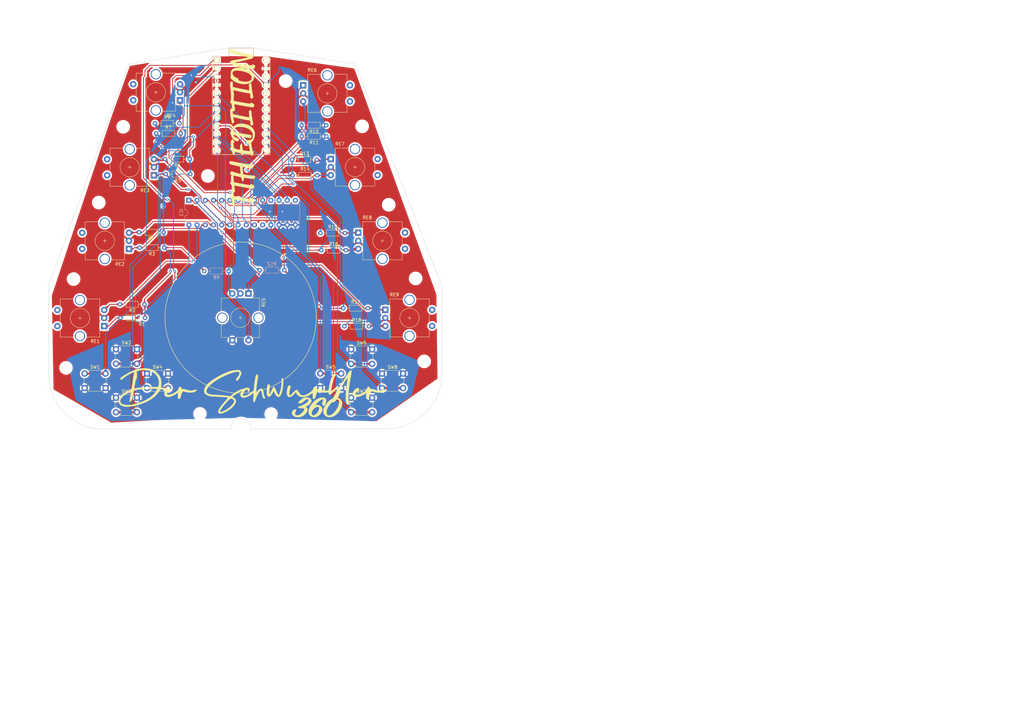
<source format=kicad_pcb>
(kicad_pcb (version 20171130) (host pcbnew "(5.1.8-0-10_14)")
  (title_block (title Schwurbler-360) (date 2020-11-20) (rev v1.0.1) (company "Arduino Pro Micro") (comment 1 "TTH Version") (comment 2 "8 PushButton, 8 Rotary Encoder, 1 Rotary Encoder with Push"))
  (layers (0 F.Cu signal) (31 B.Cu signal) (34 B.Paste user) (35 F.Paste user) (36 B.SilkS user) (37 F.SilkS user) (38 B.Mask user) (39 F.Mask user) (44 Edge.Cuts user))
  (net 0 "")
  (net 1 /SDA)
  (net 2 /SCL)
  (net 3 /GND)
  (net 4 /5V)
  (net 5 /PWM)
  (net 6 /RE1_CLK)
  (net 7 /RE1_DT)
  (net 8 /RE2_CLK)
  (net 9 /RE2_DT)
  (net 10 /RE3_CLK)
  (net 11 /RE3_DT)
  (net 12 /RE4_CLK)
  (net 13 /RE6_CLK)
  (net 14 /RE4_DT)
  (net 15 /RE6_DT)
  (net 16 /RE7_CLK)
  (net 17 /RE7_DT)
  (net 18 /RE8_CLK)
  (net 19 /RE8_DT)
  (net 20 /RE9_DT)
  (net 21 /RE9_CLK)
  (net 22 /Push_8)
  (net 23 /Push_6)
  (net 24 /RE5_CLK)
  (net 25 /RE5_DT)
  (net 26 /RE_Push)
  (net 27 /Push_5)
  (net 28 /Push_7)
  (net 29 /Push_3)
  (net 30 /Push_1)
  (net 31 /Push_4)
  (net 32 /Push_2)
  (module Schwurbler:tthedittion (layer F.Cu) (at 98.425 65.0748 90)
    (fp_text reference G*** hide)
    (fp_text value LOGO hide)
  )
  (module promicro:ProMicro (layer F.Cu) (at 98.4123 59.9567 270)
    (fp_text reference MCU1 hide)
    (fp_text value ProMicro)
    (pad 24 thru_hole circle (at -13.97 -7.62 270) (size 1.6 1.6) (drill 1.1) (layers *.Cu *.Mask F.SilkS))
    (pad 23 thru_hole circle (at -11.43 -7.62 270) (size 1.6 1.6) (drill 1.1) (layers *.Cu *.Mask F.SilkS) (net 3 /GND))
    (pad 22 thru_hole circle (at -8.89 -7.62 270) (size 1.6 1.6) (drill 1.1) (layers *.Cu *.Mask F.SilkS))
    (pad 21 thru_hole circle (at -6.35 -7.62 270) (size 1.6 1.6) (drill 1.1) (layers *.Cu *.Mask F.SilkS) (net 4 /5V))
    (pad 20 thru_hole circle (at -3.81 -7.62 270) (size 1.6 1.6) (drill 1.1) (layers *.Cu *.Mask F.SilkS))
    (pad 19 thru_hole circle (at -1.27 -7.62 270) (size 1.6 1.6) (drill 1.1) (layers *.Cu *.Mask F.SilkS))
    (pad 18 thru_hole circle (at 1.27 -7.62 270) (size 1.6 1.6) (drill 1.1) (layers *.Cu *.Mask F.SilkS))
    (pad 17 thru_hole circle (at 3.81 -7.62 270) (size 1.6 1.6) (drill 1.1) (layers *.Cu *.Mask F.SilkS))
    (pad 16 thru_hole circle (at 6.35 -7.62 270) (size 1.6 1.6) (drill 1.1) (layers *.Cu *.Mask F.SilkS) (net 22 /Push_8))
    (pad 15 thru_hole circle (at 8.89 -7.62 270) (size 1.6 1.6) (drill 1.1) (layers *.Cu *.Mask F.SilkS) (net 23 /Push_6))
    (pad 14 thru_hole circle (at 11.43 -7.62 270) (size 1.6 1.6) (drill 1.1) (layers *.Cu *.Mask F.SilkS) (net 24 /RE5_CLK))
    (pad 13 thru_hole circle (at 13.97 -7.62 270) (size 1.6 1.6) (drill 1.1) (layers *.Cu *.Mask F.SilkS) (net 25 /RE5_DT))
    (pad 12 thru_hole circle (at 13.97 7.62 270) (size 1.6 1.6) (drill 1.1) (layers *.Cu *.Mask F.SilkS) (net 5 /PWM))
    (pad 11 thru_hole circle (at 11.43 7.62 270) (size 1.6 1.6) (drill 1.1) (layers *.Cu *.Mask F.SilkS) (net 26 /RE_Push))
    (pad 10 thru_hole circle (at 8.89 7.62 270) (size 1.6 1.6) (drill 1.1) (layers *.Cu *.Mask F.SilkS) (net 27 /Push_5))
    (pad 9 thru_hole circle (at 6.35 7.62 270) (size 1.6 1.6) (drill 1.1) (layers *.Cu *.Mask F.SilkS) (net 28 /Push_7))
    (pad 8 thru_hole circle (at 3.81 7.62 270) (size 1.6 1.6) (drill 1.1) (layers *.Cu *.Mask F.SilkS) (net 29 /Push_3))
    (pad 7 thru_hole circle (at 1.27 7.62 270) (size 1.6 1.6) (drill 1.1) (layers *.Cu *.Mask F.SilkS) (net 30 /Push_1))
    (pad 6 thru_hole circle (at -1.27 7.62 270) (size 1.6 1.6) (drill 1.1) (layers *.Cu *.Mask F.SilkS) (net 2 /SCL))
    (pad 5 thru_hole circle (at -3.81 7.62 270) (size 1.6 1.6) (drill 1.1) (layers *.Cu *.Mask F.SilkS) (net 1 /SDA))
    (pad 4 thru_hole circle (at -6.35 7.62 270) (size 1.6 1.6) (drill 1.1) (layers *.Cu *.Mask F.SilkS) (net 3 /GND))
    (pad 3 thru_hole circle (at -8.89 7.62 270) (size 1.6 1.6) (drill 1.1) (layers *.Cu *.Mask F.SilkS) (net 3 /GND))
    (pad 2 thru_hole circle (at -11.43 7.62 270) (size 1.6 1.6) (drill 1.1) (layers *.Cu *.Mask F.SilkS) (net 31 /Push_4))
    (pad 1 thru_hole rect (at -13.97 7.62 270) (size 1.6 1.6) (drill 1.1) (layers *.Cu *.Mask F.SilkS) (net 32 /Push_2))
  )
  (module Schwurbler:360 (layer F.Cu) (at 121.2088 154.2542)
    (fp_text reference G*** hide)
    (fp_text value LOGO hide)
  )
  (module Resistor_THT:R_Axial_DIN0204_L3.6mm_D1.6mm_P7.62mm_Horizontal (layer F.Cu) (at 68.5927 125.844 180)
    (fp_text reference R1 (at 0.95 -1.92) (layer F.SilkS))
    (fp_text value 10k)
    (pad 2 thru_hole oval (at 7.62 0 180) (size 1.4 1.4) (drill 0.7) (layers *.Cu *.Mask) (net 6 /RE1_CLK))
    (pad 1 thru_hole circle (at 0 0 180) (size 1.4 1.4) (drill 0.7) (layers *.Cu *.Mask) (net 4 /5V))
  )
  (module MountingHole:MountingHole_3.2mm_M3_ISO14580 (layer F.Cu) (at 112.1918 52.4002)
    (fp_text reference MHTC hide)
    (fp_text value MountingHole_3.2mm_M3_ISO14580 hide)
    (pad 1 np_thru_hole circle (at 0 0) (size 3.2 3.2) (drill 3.2) (layers *.Cu *.Mask))
  )
  (module MountingHole:MountingHole_3.2mm_M3_ISO14580 (layer F.Cu) (at 135.89 66.4464)
    (fp_text reference MHTR hide)
    (fp_text value MountingHole_3.2mm_M3_ISO14580 hide)
    (pad 1 np_thru_hole circle (at 0 0) (size 3.2 3.2) (drill 3.2) (layers *.Cu *.Mask))
  )
  (module MountingHole:MountingHole_3.2mm_M3_ISO14580 (layer F.Cu) (at 54.2544 90.0938)
    (fp_text reference MHL1 hide)
    (fp_text value MountingHole_3.2mm_M3_ISO14580 hide)
    (pad 1 np_thru_hole circle (at 0 0) (size 3.2 3.2) (drill 3.2) (layers *.Cu *.Mask))
  )
  (module MountingHole:MountingHole_3.2mm_M3_ISO14580 (layer F.Cu) (at 144.1196 90.7796)
    (fp_text reference MHMR hide)
    (fp_text value MountingHole_3.2mm_M3_ISO14580 hide)
    (pad 1 np_thru_hole circle (at 0 0) (size 3.2 3.2) (drill 3.2) (layers *.Cu *.Mask))
  )
  (module MountingHole:MountingHole_3.2mm_M3_ISO14580 (layer F.Cu) (at 88.0618 81.8388)
    (fp_text reference MHMC hide)
    (fp_text value MountingHole_3.2mm_M3_ISO14580 hide)
    (pad 1 np_thru_hole circle (at 0 0) (size 3.2 3.2) (drill 3.2) (layers *.Cu *.Mask))
  )
  (module MountingHole:MountingHole_3.2mm_M3_ISO14580 (layer F.Cu) (at 107.6706 155.6512)
    (fp_text reference MHBMR hide)
    (fp_text value MountingHole_3.2mm_M3_ISO14580 hide)
    (pad 1 np_thru_hole circle (at 0 0) (size 3.2 3.2) (drill 3.2) (layers *.Cu *.Mask))
  )
  (module MountingHole:MountingHole_3.2mm_M3_ISO14580 (layer F.Cu) (at 85.598 155.6004)
    (fp_text reference MHBML hide)
    (fp_text value MountingHole_3.2mm_M3_ISO14580 hide)
    (pad 1 np_thru_hole circle (at 0 0) (size 3.2 3.2) (drill 3.2) (layers *.Cu *.Mask))
  )
  (module MountingHole:MountingHole_3.2mm_M3_ISO14580 (layer F.Cu) (at 46.4566 113.8174)
    (fp_text reference MHL1 hide)
    (fp_text value MountingHole_3.2mm_M3_ISO14580 hide)
    (pad 1 np_thru_hole circle (at 0 0) (size 3.2 3.2) (drill 3.2) (layers *.Cu *.Mask))
  )
  (module MountingHole:MountingHole_3.2mm_M3_ISO14580 (layer F.Cu) (at 44.1198 141.351)
    (fp_text reference MHLB1 hide)
    (fp_text value MountingHole_3.2mm_M3_ISO14580 hide)
    (pad 1 np_thru_hole circle (at 0 0) (size 3.2 3.2) (drill 3.2) (layers *.Cu *.Mask))
  )
  (module "" (layer F.Cu) (at 185.674 111.252)
    (fp_text reference "" (at 155.1178 139.3444) (layer F.SilkS) (effects (font (size 1.27 1.27))))
    (fp_text value "" (at 155.1178 139.3444) (layer F.SilkS) (effects (font (size 1.27 1.27))))
  )
  (module MountingHole:MountingHole_3.2mm_M3_ISO14580 (layer F.Cu) (at 155.1178 139.3444)
    (fp_text reference MHRB hide)
    (fp_text value MountingHole_3.2mm_M3_ISO14580 hide)
    (pad 1 np_thru_hole circle (at 0 0) (size 3.2 3.2) (drill 3.2) (layers *.Cu *.Mask))
  )
  (module MountingHole:MountingHole_3.2mm_M3_ISO14580 (layer F.Cu) (at 152.4508 113.6142)
    (fp_text reference MHR1 hide)
    (fp_text value MountingHole_3.2mm_M3_ISO14580 hide)
    (pad 1 np_thru_hole circle (at 0 0) (size 3.2 3.2) (drill 3.2) (layers *.Cu *.Mask))
  )
  (module MountingHole:MountingHole_3.2mm_M3_ISO14580 (layer F.Cu) (at 61.8236 66.5988)
    (fp_text reference MHTL hide)
    (fp_text value MountingHole_3.2mm_M3_ISO14580 hide)
    (pad 1 np_thru_hole circle (at 0 0) (size 3.2 3.2) (drill 3.2) (layers *.Cu *.Mask))
  )
  (module Rotary_Encoder:RotaryEncoder_Alps_EC11E-Switch_Vertical_H20mm_CircularMountingHoles (layer F.Cu) (at 79.4385 58.3819 180)
    (fp_text reference RE4 (at 2.8 -4.7) (layer F.SilkS))
    (fp_text value Rotary_Encoder_Switch)
    (pad A thru_hole rect (at 0 0 180) (size 2 2) (drill 1) (layers *.Cu *.Mask) (net 12 /RE4_CLK))
    (pad C thru_hole circle (at 0 2.5 180) (size 2 2) (drill 1) (layers *.Cu *.Mask) (net 3 /GND))
    (pad B thru_hole circle (at 0 5 180) (size 2 2) (drill 1) (layers *.Cu *.Mask) (net 14 /RE4_DT))
    (pad MP thru_hole circle (at 7.5 -3.1 180) (size 3.2 3.2) (drill 2.6) (layers *.Cu *.Mask))
    (pad MP thru_hole circle (at 7.5 8.1 180) (size 3.2 3.2) (drill 2.6) (layers *.Cu *.Mask))
    (pad S2 thru_hole circle (at 14.5 0 180) (size 2 2) (drill 1) (layers *.Cu *.Mask))
    (pad S1 thru_hole circle (at 14.5 5 180) (size 2 2) (drill 1) (layers *.Cu *.Mask))
  )
  (module Schwurbler:schwurbler_sign (layer F.Cu) (at 101.8413 149.0218)
    (fp_text reference G*** hide)
    (fp_text value LOGO hide)
  )
  (module Button_Switch_THT:SW_PUSH_6mm_H5mm (layer F.Cu) (at 142.062 143.129)
    (fp_text reference SW8 (at 3.25 -2) (layer F.SilkS))
    (fp_text value SW_Push)
    (pad 1 thru_hole circle (at 6.5 0 90) (size 2 2) (drill 1.1) (layers *.Cu *.Mask) (net 3 /GND))
    (pad 2 thru_hole circle (at 6.5 4.5 90) (size 2 2) (drill 1.1) (layers *.Cu *.Mask) (net 22 /Push_8))
    (pad 1 thru_hole circle (at 0 0 90) (size 2 2) (drill 1.1) (layers *.Cu *.Mask) (net 3 /GND))
    (pad 2 thru_hole circle (at 0 4.5 90) (size 2 2) (drill 1.1) (layers *.Cu *.Mask) (net 22 /Push_8))
  )
  (module Button_Switch_THT:SW_PUSH_6mm_H5mm (layer F.Cu) (at 132.474 150.609)
    (fp_text reference SW7 (at 3.25 -2) (layer F.SilkS))
    (fp_text value SW_Push)
    (pad 1 thru_hole circle (at 6.5 0 90) (size 2 2) (drill 1.1) (layers *.Cu *.Mask) (net 3 /GND))
    (pad 2 thru_hole circle (at 6.5 4.5 90) (size 2 2) (drill 1.1) (layers *.Cu *.Mask) (net 28 /Push_7))
    (pad 1 thru_hole circle (at 0 0 90) (size 2 2) (drill 1.1) (layers *.Cu *.Mask) (net 3 /GND))
    (pad 2 thru_hole circle (at 0 4.5 90) (size 2 2) (drill 1.1) (layers *.Cu *.Mask) (net 28 /Push_7))
  )
  (module Button_Switch_THT:SW_PUSH_6mm_H5mm (layer F.Cu) (at 132.474 135.611)
    (fp_text reference SW6 (at 3.25 -2) (layer F.SilkS))
    (fp_text value SW_Push)
    (pad 1 thru_hole circle (at 6.5 0 90) (size 2 2) (drill 1.1) (layers *.Cu *.Mask) (net 3 /GND))
    (pad 2 thru_hole circle (at 6.5 4.5 90) (size 2 2) (drill 1.1) (layers *.Cu *.Mask) (net 23 /Push_6))
    (pad 1 thru_hole circle (at 0 0 90) (size 2 2) (drill 1.1) (layers *.Cu *.Mask) (net 3 /GND))
    (pad 2 thru_hole circle (at 0 4.5 90) (size 2 2) (drill 1.1) (layers *.Cu *.Mask) (net 23 /Push_6))
  )
  (module Button_Switch_THT:SW_PUSH_6mm_H5mm (layer F.Cu) (at 122.898 143.104)
    (fp_text reference SW5 (at 3.25 -2) (layer F.SilkS))
    (fp_text value SW_Push)
    (pad 1 thru_hole circle (at 6.5 0 90) (size 2 2) (drill 1.1) (layers *.Cu *.Mask) (net 27 /Push_5))
    (pad 2 thru_hole circle (at 6.5 4.5 90) (size 2 2) (drill 1.1) (layers *.Cu *.Mask) (net 3 /GND))
    (pad 1 thru_hole circle (at 0 0 90) (size 2 2) (drill 1.1) (layers *.Cu *.Mask) (net 27 /Push_5))
    (pad 2 thru_hole circle (at 0 4.5 90) (size 2 2) (drill 1.1) (layers *.Cu *.Mask) (net 3 /GND))
  )
  (module Button_Switch_THT:SW_PUSH_6mm_H5mm (layer F.Cu) (at 69.215 143.116)
    (fp_text reference SW4 (at 3.25 -2) (layer F.SilkS))
    (fp_text value SW_Push)
    (pad 1 thru_hole circle (at 6.5 0 90) (size 2 2) (drill 1.1) (layers *.Cu *.Mask) (net 3 /GND))
    (pad 2 thru_hole circle (at 6.5 4.5 90) (size 2 2) (drill 1.1) (layers *.Cu *.Mask) (net 31 /Push_4))
    (pad 1 thru_hole circle (at 0 0 90) (size 2 2) (drill 1.1) (layers *.Cu *.Mask) (net 3 /GND))
    (pad 2 thru_hole circle (at 0 4.5 90) (size 2 2) (drill 1.1) (layers *.Cu *.Mask) (net 31 /Push_4))
  )
  (module Button_Switch_THT:SW_PUSH_6mm_H5mm (layer F.Cu) (at 59.5884 150.609)
    (fp_text reference SW3 (at 3.25 -2) (layer F.SilkS))
    (fp_text value SW_Push)
    (pad 1 thru_hole circle (at 6.5 0 90) (size 2 2) (drill 1.1) (layers *.Cu *.Mask) (net 3 /GND))
    (pad 2 thru_hole circle (at 6.5 4.5 90) (size 2 2) (drill 1.1) (layers *.Cu *.Mask) (net 29 /Push_3))
    (pad 1 thru_hole circle (at 0 0 90) (size 2 2) (drill 1.1) (layers *.Cu *.Mask) (net 3 /GND))
    (pad 2 thru_hole circle (at 0 4.5 90) (size 2 2) (drill 1.1) (layers *.Cu *.Mask) (net 29 /Push_3))
  )
  (module Button_Switch_THT:SW_PUSH_6mm_H5mm (layer F.Cu) (at 59.5884 135.585)
    (fp_text reference SW2 (at 3.25 -2) (layer F.SilkS))
    (fp_text value SW_Push)
    (pad 1 thru_hole circle (at 6.5 0 90) (size 2 2) (drill 1.1) (layers *.Cu *.Mask) (net 3 /GND))
    (pad 2 thru_hole circle (at 6.5 4.5 90) (size 2 2) (drill 1.1) (layers *.Cu *.Mask) (net 32 /Push_2))
    (pad 1 thru_hole circle (at 0 0 90) (size 2 2) (drill 1.1) (layers *.Cu *.Mask) (net 3 /GND))
    (pad 2 thru_hole circle (at 0 4.5 90) (size 2 2) (drill 1.1) (layers *.Cu *.Mask) (net 32 /Push_2))
  )
  (module Button_Switch_THT:SW_PUSH_6mm_H5mm (layer F.Cu) (at 49.8602 143.116)
    (fp_text reference SW1 (at 3.25 -2) (layer F.SilkS))
    (fp_text value SW_Push)
    (pad 1 thru_hole circle (at 6.5 0 90) (size 2 2) (drill 1.1) (layers *.Cu *.Mask) (net 30 /Push_1))
    (pad 2 thru_hole circle (at 6.5 4.5 90) (size 2 2) (drill 1.1) (layers *.Cu *.Mask) (net 3 /GND))
    (pad 1 thru_hole circle (at 0 0 90) (size 2 2) (drill 1.1) (layers *.Cu *.Mask) (net 30 /Push_1))
    (pad 2 thru_hole circle (at 0 4.5 90) (size 2 2) (drill 1.1) (layers *.Cu *.Mask) (net 3 /GND))
  )
  (module Rotary_Encoder:RotaryEncoder_Alps_EC11E-Switch_Vertical_H20mm_CircularMountingHoles (layer F.Cu) (at 143.066 123.355)
    (fp_text reference RE9 (at 2.8 -4.7) (layer F.SilkS))
    (fp_text value Rotary_Encoder_Switch)
    (pad A thru_hole rect (at 0 0) (size 2 2) (drill 1) (layers *.Cu *.Mask) (net 20 /RE9_DT))
    (pad C thru_hole circle (at 0 2.5) (size 2 2) (drill 1) (layers *.Cu *.Mask) (net 3 /GND))
    (pad B thru_hole circle (at 0 5) (size 2 2) (drill 1) (layers *.Cu *.Mask) (net 21 /RE9_CLK))
    (pad MP thru_hole circle (at 7.5 -3.1) (size 3.2 3.2) (drill 2.6) (layers *.Cu *.Mask))
    (pad MP thru_hole circle (at 7.5 8.1) (size 3.2 3.2) (drill 2.6) (layers *.Cu *.Mask))
    (pad S2 thru_hole circle (at 14.5 0) (size 2 2) (drill 1) (layers *.Cu *.Mask))
    (pad S1 thru_hole circle (at 14.5 5) (size 2 2) (drill 1) (layers *.Cu *.Mask))
  )
  (module Rotary_Encoder:RotaryEncoder_Alps_EC11E-Switch_Vertical_H20mm_CircularMountingHoles (layer F.Cu) (at 134.671 99.441)
    (fp_text reference RE8 (at 2.8 -4.7) (layer F.SilkS))
    (fp_text value Rotary_Encoder_Switch)
    (pad A thru_hole rect (at 0 0) (size 2 2) (drill 1) (layers *.Cu *.Mask) (net 18 /RE8_CLK))
    (pad C thru_hole circle (at 0 2.5) (size 2 2) (drill 1) (layers *.Cu *.Mask) (net 3 /GND))
    (pad B thru_hole circle (at 0 5) (size 2 2) (drill 1) (layers *.Cu *.Mask) (net 19 /RE8_DT))
    (pad MP thru_hole circle (at 7.5 -3.1) (size 3.2 3.2) (drill 2.6) (layers *.Cu *.Mask))
    (pad MP thru_hole circle (at 7.5 8.1) (size 3.2 3.2) (drill 2.6) (layers *.Cu *.Mask))
    (pad S2 thru_hole circle (at 14.5 0) (size 2 2) (drill 1) (layers *.Cu *.Mask))
    (pad S1 thru_hole circle (at 14.5 5) (size 2 2) (drill 1) (layers *.Cu *.Mask))
  )
  (module Rotary_Encoder:RotaryEncoder_Alps_EC11E-Switch_Vertical_H20mm_CircularMountingHoles (layer F.Cu) (at 126.175 76.5793)
    (fp_text reference RE7 (at 2.8 -4.7) (layer F.SilkS))
    (fp_text value Rotary_Encoder_Switch)
    (pad A thru_hole rect (at 0 0) (size 2 2) (drill 1) (layers *.Cu *.Mask) (net 16 /RE7_CLK))
    (pad C thru_hole circle (at 0 2.5) (size 2 2) (drill 1) (layers *.Cu *.Mask) (net 3 /GND))
    (pad B thru_hole circle (at 0 5) (size 2 2) (drill 1) (layers *.Cu *.Mask) (net 17 /RE7_DT))
    (pad MP thru_hole circle (at 7.5 -3.1) (size 3.2 3.2) (drill 2.6) (layers *.Cu *.Mask))
    (pad MP thru_hole circle (at 7.5 8.1) (size 3.2 3.2) (drill 2.6) (layers *.Cu *.Mask))
    (pad S2 thru_hole circle (at 14.5 0) (size 2 2) (drill 1) (layers *.Cu *.Mask))
    (pad S1 thru_hole circle (at 14.5 5) (size 2 2) (drill 1) (layers *.Cu *.Mask))
  )
  (module Rotary_Encoder:RotaryEncoder_Alps_EC11E-Switch_Vertical_H20mm_CircularMountingHoles (layer F.Cu) (at 117.602 53.721)
    (fp_text reference RE6 (at 2.8 -4.7) (layer F.SilkS))
    (fp_text value Rotary_Encoder_Switch)
    (pad A thru_hole rect (at 0 0) (size 2 2) (drill 1) (layers *.Cu *.Mask) (net 13 /RE6_CLK))
    (pad C thru_hole circle (at 0 2.5) (size 2 2) (drill 1) (layers *.Cu *.Mask) (net 3 /GND))
    (pad B thru_hole circle (at 0 5) (size 2 2) (drill 1) (layers *.Cu *.Mask) (net 15 /RE6_DT))
    (pad MP thru_hole circle (at 7.5 -3.1) (size 3.2 3.2) (drill 2.6) (layers *.Cu *.Mask))
    (pad MP thru_hole circle (at 7.5 8.1) (size 3.2 3.2) (drill 2.6) (layers *.Cu *.Mask))
    (pad S2 thru_hole circle (at 14.5 0) (size 2 2) (drill 1) (layers *.Cu *.Mask))
    (pad S1 thru_hole circle (at 14.5 5) (size 2 2) (drill 1) (layers *.Cu *.Mask))
  )
  (module Rotary_Encoder:RotaryEncoder_Alps_EC11E-Switch_Vertical_H20mm_CircularMountingHoles (layer F.Cu) (at 100.648 118.3 270)
    (fp_text reference RE5 (at 2.8 -4.7 90) (layer F.SilkS))
    (fp_text value Rotary_Encoder_Switch)
    (pad A thru_hole rect (at 0 0 270) (size 2 2) (drill 1) (layers *.Cu *.Mask) (net 25 /RE5_DT))
    (pad C thru_hole circle (at 0 2.5 270) (size 2 2) (drill 1) (layers *.Cu *.Mask) (net 3 /GND))
    (pad B thru_hole circle (at 0 5 270) (size 2 2) (drill 1) (layers *.Cu *.Mask) (net 24 /RE5_CLK))
    (pad MP thru_hole circle (at 7.5 -3.1 270) (size 3.2 3.2) (drill 2.6) (layers *.Cu *.Mask))
    (pad MP thru_hole circle (at 7.5 8.1 270) (size 3.2 3.2) (drill 2.6) (layers *.Cu *.Mask))
    (pad S2 thru_hole circle (at 14.5 0 270) (size 2 2) (drill 1) (layers *.Cu *.Mask) (net 26 /RE_Push))
    (pad S1 thru_hole circle (at 14.5 5 270) (size 2 2) (drill 1) (layers *.Cu *.Mask) (net 3 /GND))
  )
  (module Rotary_Encoder:RotaryEncoder_Alps_EC11E-Switch_Vertical_H20mm_CircularMountingHoles (layer F.Cu) (at 71.3486 81.6356 180)
    (fp_text reference RE3 (at 2.8 -4.7) (layer F.SilkS))
    (fp_text value Rotary_Encoder_Switch)
    (pad A thru_hole rect (at 0 0 180) (size 2 2) (drill 1) (layers *.Cu *.Mask) (net 10 /RE3_CLK))
    (pad C thru_hole circle (at 0 2.5 180) (size 2 2) (drill 1) (layers *.Cu *.Mask) (net 3 /GND))
    (pad B thru_hole circle (at 0 5 180) (size 2 2) (drill 1) (layers *.Cu *.Mask) (net 11 /RE3_DT))
    (pad MP thru_hole circle (at 7.5 -3.1 180) (size 3.2 3.2) (drill 2.6) (layers *.Cu *.Mask))
    (pad MP thru_hole circle (at 7.5 8.1 180) (size 3.2 3.2) (drill 2.6) (layers *.Cu *.Mask))
    (pad S2 thru_hole circle (at 14.5 0 180) (size 2 2) (drill 1) (layers *.Cu *.Mask))
    (pad S1 thru_hole circle (at 14.5 5 180) (size 2 2) (drill 1) (layers *.Cu *.Mask))
  )
  (module Rotary_Encoder:RotaryEncoder_Alps_EC11E-Switch_Vertical_H20mm_CircularMountingHoles (layer F.Cu) (at 63.6143 104.458 180)
    (fp_text reference RE2 (at 2.8 -4.7) (layer F.SilkS))
    (fp_text value Rotary_Encoder_Switch)
    (pad A thru_hole rect (at 0 0 180) (size 2 2) (drill 1) (layers *.Cu *.Mask) (net 8 /RE2_CLK))
    (pad C thru_hole circle (at 0 2.5 180) (size 2 2) (drill 1) (layers *.Cu *.Mask) (net 3 /GND))
    (pad B thru_hole circle (at 0 5 180) (size 2 2) (drill 1) (layers *.Cu *.Mask) (net 9 /RE2_DT))
    (pad MP thru_hole circle (at 7.5 -3.1 180) (size 3.2 3.2) (drill 2.6) (layers *.Cu *.Mask))
    (pad MP thru_hole circle (at 7.5 8.1 180) (size 3.2 3.2) (drill 2.6) (layers *.Cu *.Mask))
    (pad S2 thru_hole circle (at 14.5 0 180) (size 2 2) (drill 1) (layers *.Cu *.Mask))
    (pad S1 thru_hole circle (at 14.5 5 180) (size 2 2) (drill 1) (layers *.Cu *.Mask))
  )
  (module Rotary_Encoder:RotaryEncoder_Alps_EC11E-Switch_Vertical_H20mm_CircularMountingHoles (layer F.Cu) (at 55.9308 128.41 180)
    (fp_text reference RE1 (at 2.8 -4.7) (layer F.SilkS))
    (fp_text value Rotary_Encoder_Switch)
    (pad A thru_hole rect (at 0 0 180) (size 2 2) (drill 1) (layers *.Cu *.Mask) (net 6 /RE1_CLK))
    (pad C thru_hole circle (at 0 2.5 180) (size 2 2) (drill 1) (layers *.Cu *.Mask) (net 3 /GND))
    (pad B thru_hole circle (at 0 5 180) (size 2 2) (drill 1) (layers *.Cu *.Mask) (net 7 /RE1_DT))
    (pad MP thru_hole circle (at 7.5 -3.1 180) (size 3.2 3.2) (drill 2.6) (layers *.Cu *.Mask))
    (pad MP thru_hole circle (at 7.5 8.1 180) (size 3.2 3.2) (drill 2.6) (layers *.Cu *.Mask))
    (pad S2 thru_hole circle (at 14.5 0 180) (size 2 2) (drill 1) (layers *.Cu *.Mask))
    (pad S1 thru_hole circle (at 14.5 5 180) (size 2 2) (drill 1) (layers *.Cu *.Mask))
  )
  (module Resistor_THT:R_Axial_DIN0204_L3.6mm_D1.6mm_P7.62mm_Horizontal (layer F.Cu) (at 130.353 128.448)
    (fp_text reference R18 (at 3.81 -1.92) (layer F.SilkS))
    (fp_text value 10k)
    (pad 2 thru_hole oval (at 7.62 0) (size 1.4 1.4) (drill 0.7) (layers *.Cu *.Mask) (net 21 /RE9_CLK))
    (pad 1 thru_hole circle (at 0 0) (size 1.4 1.4) (drill 0.7) (layers *.Cu *.Mask) (net 4 /5V))
  )
  (module Resistor_THT:R_Axial_DIN0204_L3.6mm_D1.6mm_P7.62mm_Horizontal (layer F.Cu) (at 130.048 122.872)
    (fp_text reference R17 (at 3.81 -1.92) (layer F.SilkS))
    (fp_text value 10k)
    (pad 2 thru_hole oval (at 7.62 0) (size 1.4 1.4) (drill 0.7) (layers *.Cu *.Mask) (net 20 /RE9_DT))
    (pad 1 thru_hole circle (at 0 0) (size 1.4 1.4) (drill 0.7) (layers *.Cu *.Mask) (net 4 /5V))
  )
  (module Resistor_THT:R_Axial_DIN0204_L3.6mm_D1.6mm_P7.62mm_Horizontal (layer F.Cu) (at 123.228 104.851)
    (fp_text reference R16 (at 3.81 -1.92) (layer F.SilkS))
    (fp_text value 10k)
    (pad 2 thru_hole oval (at 7.62 0) (size 1.4 1.4) (drill 0.7) (layers *.Cu *.Mask) (net 19 /RE8_DT))
    (pad 1 thru_hole circle (at 0 0) (size 1.4 1.4) (drill 0.7) (layers *.Cu *.Mask) (net 4 /5V))
  )
  (module Resistor_THT:R_Axial_DIN0204_L3.6mm_D1.6mm_P7.62mm_Horizontal (layer F.Cu) (at 122.949 99.5553)
    (fp_text reference R15 (at 3.81 -1.92) (layer F.SilkS))
    (fp_text value 10k)
    (pad 2 thru_hole oval (at 7.62 0) (size 1.4 1.4) (drill 0.7) (layers *.Cu *.Mask) (net 18 /RE8_CLK))
    (pad 1 thru_hole circle (at 0 0) (size 1.4 1.4) (drill 0.7) (layers *.Cu *.Mask) (net 4 /5V))
  )
  (module Resistor_THT:R_Axial_DIN0204_L3.6mm_D1.6mm_P7.62mm_Horizontal (layer F.Cu) (at 114.351 81.6356)
    (fp_text reference R14 (at 3.81 -1.92) (layer F.SilkS))
    (fp_text value 10k)
    (pad 2 thru_hole oval (at 7.62 0) (size 1.4 1.4) (drill 0.7) (layers *.Cu *.Mask) (net 17 /RE7_DT))
    (pad 1 thru_hole circle (at 0 0) (size 1.4 1.4) (drill 0.7) (layers *.Cu *.Mask) (net 4 /5V))
  )
  (module Resistor_THT:R_Axial_DIN0204_L3.6mm_D1.6mm_P7.62mm_Horizontal (layer F.Cu) (at 114.173 76.7842)
    (fp_text reference R13 (at 3.81 -1.92) (layer F.SilkS))
    (fp_text value 10k)
    (pad 2 thru_hole oval (at 7.62 0) (size 1.4 1.4) (drill 0.7) (layers *.Cu *.Mask) (net 16 /RE7_CLK))
    (pad 1 thru_hole circle (at 0 0) (size 1.4 1.4) (drill 0.7) (layers *.Cu *.Mask) (net 4 /5V))
  )
  (module Resistor_THT:R_Axial_DIN0204_L3.6mm_D1.6mm_P7.62mm_Horizontal (layer B.Cu) (at 111.747 111.062 180)
    (fp_text reference R12 (at 3.81 1.92) (layer B.SilkS) (effects (justify mirror)))
    (fp_text value 10k)
    (pad 2 thru_hole oval (at 7.62 0 180) (size 1.4 1.4) (drill 0.7) (layers *.Cu *.Mask) (net 25 /RE5_DT))
    (pad 1 thru_hole circle (at 0 0 180) (size 1.4 1.4) (drill 0.7) (layers *.Cu *.Mask) (net 4 /5V))
  )
  (module Resistor_THT:R_Axial_DIN0204_L3.6mm_D1.6mm_P7.62mm_Horizontal (layer F.Cu) (at 124.778 69.5579 180)
    (fp_text reference R11 (at 3.81 -1.92) (layer F.SilkS))
    (fp_text value 10k)
    (pad 2 thru_hole oval (at 7.62 0 180) (size 1.4 1.4) (drill 0.7) (layers *.Cu *.Mask) (net 15 /RE6_DT))
    (pad 1 thru_hole circle (at 0 0 180) (size 1.4 1.4) (drill 0.7) (layers *.Cu *.Mask) (net 4 /5V))
  )
  (module Resistor_THT:R_Axial_DIN0204_L3.6mm_D1.6mm_P7.62mm_Horizontal (layer F.Cu) (at 124.752 66.1162 180)
    (fp_text reference R10 (at 3.81 -1.92) (layer F.SilkS))
    (fp_text value 10k)
    (pad 2 thru_hole oval (at 7.62 0 180) (size 1.4 1.4) (drill 0.7) (layers *.Cu *.Mask) (net 13 /RE6_CLK))
    (pad 1 thru_hole circle (at 0 0 180) (size 1.4 1.4) (drill 0.7) (layers *.Cu *.Mask) (net 4 /5V))
  )
  (module Resistor_THT:R_Axial_DIN0204_L3.6mm_D1.6mm_P7.62mm_Horizontal (layer F.Cu) (at 71.6534 65.532)
    (fp_text reference R9 (at 3.81 -1.92) (layer F.SilkS))
    (fp_text value 10k)
    (pad 2 thru_hole oval (at 7.62 0) (size 1.4 1.4) (drill 0.7) (layers *.Cu *.Mask) (net 14 /RE4_DT))
    (pad 1 thru_hole circle (at 0 0) (size 1.4 1.4) (drill 0.7) (layers *.Cu *.Mask) (net 4 /5V))
  )
  (module Resistor_THT:R_Axial_DIN0204_L3.6mm_D1.6mm_P7.62mm_Horizontal (layer B.Cu) (at 86.9188 111.366)
    (fp_text reference R8 (at 3.81 1.92) (layer B.SilkS) (effects (justify mirror)))
    (fp_text value 10k)
    (pad 2 thru_hole oval (at 7.62 0) (size 1.4 1.4) (drill 0.7) (layers *.Cu *.Mask) (net 24 /RE5_CLK))
    (pad 1 thru_hole circle (at 0 0) (size 1.4 1.4) (drill 0.7) (layers *.Cu *.Mask) (net 4 /5V))
  )
  (module Resistor_THT:R_Axial_DIN0204_L3.6mm_D1.6mm_P7.62mm_Horizontal (layer F.Cu) (at 72.0217 68.6435)
    (fp_text reference R7 (at 3.81 -1.92) (layer F.SilkS))
    (fp_text value 10k)
    (pad 2 thru_hole oval (at 7.62 0) (size 1.4 1.4) (drill 0.7) (layers *.Cu *.Mask) (net 12 /RE4_CLK))
    (pad 1 thru_hole circle (at 0 0) (size 1.4 1.4) (drill 0.7) (layers *.Cu *.Mask) (net 4 /5V))
  )
  (module Resistor_THT:R_Axial_DIN0204_L3.6mm_D1.6mm_P7.62mm_Horizontal (layer F.Cu) (at 82.4357 76.6064 180)
    (fp_text reference R6 (at 3.81 -1.92) (layer F.SilkS))
    (fp_text value 10k)
    (pad 2 thru_hole oval (at 7.62 0 180) (size 1.4 1.4) (drill 0.7) (layers *.Cu *.Mask) (net 11 /RE3_DT))
    (pad 1 thru_hole circle (at 0 0 180) (size 1.4 1.4) (drill 0.7) (layers *.Cu *.Mask) (net 4 /5V))
  )
  (module Resistor_THT:R_Axial_DIN0204_L3.6mm_D1.6mm_P7.62mm_Horizontal (layer F.Cu) (at 82.6262 81.2673 180)
    (fp_text reference R5 (at 3.81 -1.92) (layer F.SilkS))
    (fp_text value 10k)
    (pad 2 thru_hole oval (at 7.62 0 180) (size 1.4 1.4) (drill 0.7) (layers *.Cu *.Mask) (net 10 /RE3_CLK))
    (pad 1 thru_hole circle (at 0 0 180) (size 1.4 1.4) (drill 0.7) (layers *.Cu *.Mask) (net 4 /5V))
  )
  (module Resistor_THT:R_Axial_DIN0204_L3.6mm_D1.6mm_P7.62mm_Horizontal (layer F.Cu) (at 74.3585 99.3267 180)
    (fp_text reference R4 (at 3.81 -1.92) (layer F.SilkS))
    (fp_text value 10k)
    (pad 2 thru_hole oval (at 7.62 0 180) (size 1.4 1.4) (drill 0.7) (layers *.Cu *.Mask) (net 9 /RE2_DT))
    (pad 1 thru_hole circle (at 0 0 180) (size 1.4 1.4) (drill 0.7) (layers *.Cu *.Mask) (net 4 /5V))
  )
  (module Resistor_THT:R_Axial_DIN0204_L3.6mm_D1.6mm_P7.62mm_Horizontal (layer F.Cu) (at 74.5363 104.076 180)
    (fp_text reference R3 (at 3.81 -1.92) (layer F.SilkS))
    (fp_text value 10k)
    (pad 2 thru_hole oval (at 7.62 0 180) (size 1.4 1.4) (drill 0.7) (layers *.Cu *.Mask) (net 8 /RE2_CLK))
    (pad 1 thru_hole circle (at 0 0 180) (size 1.4 1.4) (drill 0.7) (layers *.Cu *.Mask) (net 4 /5V))
  )
  (module Resistor_THT:R_Axial_DIN0204_L3.6mm_D1.6mm_P7.62mm_Horizontal (layer F.Cu) (at 68.4149 121.641 180)
    (fp_text reference R2 (at 3.81 -1.92) (layer F.SilkS))
    (fp_text value 10k)
    (pad 2 thru_hole oval (at 7.62 0 180) (size 1.4 1.4) (drill 0.7) (layers *.Cu *.Mask) (net 7 /RE1_DT))
    (pad 1 thru_hole circle (at 0 0 180) (size 1.4 1.4) (drill 0.7) (layers *.Cu *.Mask) (net 4 /5V))
  )
  (module Package_DIP:DIP-28_W7.62mm (layer B.Cu) (at 82.1817 89.3953 270)
    (fp_text reference IC1 (at 3.81 2.33 270) (layer B.SilkS) (effects (justify mirror)))
    (fp_text value MCP23017_SP)
    (pad 28 thru_hole oval (at 7.62 0 270) (size 1.6 1.6) (drill 0.8) (layers *.Cu *.Mask) (net 6 /RE1_CLK))
    (pad 14 thru_hole oval (at 0 -33.02 270) (size 1.6 1.6) (drill 0.8) (layers *.Cu *.Mask))
    (pad 27 thru_hole oval (at 7.62 -2.54 270) (size 1.6 1.6) (drill 0.8) (layers *.Cu *.Mask) (net 7 /RE1_DT))
    (pad 13 thru_hole oval (at 0 -30.48 270) (size 1.6 1.6) (drill 0.8) (layers *.Cu *.Mask) (net 1 /SDA))
    (pad 26 thru_hole oval (at 7.62 -5.08 270) (size 1.6 1.6) (drill 0.8) (layers *.Cu *.Mask) (net 8 /RE2_CLK))
    (pad 12 thru_hole oval (at 0 -27.94 270) (size 1.6 1.6) (drill 0.8) (layers *.Cu *.Mask) (net 2 /SCL))
    (pad 25 thru_hole oval (at 7.62 -7.62 270) (size 1.6 1.6) (drill 0.8) (layers *.Cu *.Mask) (net 9 /RE2_DT))
    (pad 11 thru_hole oval (at 0 -25.4 270) (size 1.6 1.6) (drill 0.8) (layers *.Cu *.Mask))
    (pad 24 thru_hole oval (at 7.62 -10.16 270) (size 1.6 1.6) (drill 0.8) (layers *.Cu *.Mask) (net 10 /RE3_CLK))
    (pad 10 thru_hole oval (at 0 -22.86 270) (size 1.6 1.6) (drill 0.8) (layers *.Cu *.Mask) (net 3 /GND))
    (pad 23 thru_hole oval (at 7.62 -12.7 270) (size 1.6 1.6) (drill 0.8) (layers *.Cu *.Mask) (net 11 /RE3_DT))
    (pad 9 thru_hole oval (at 0 -20.32 270) (size 1.6 1.6) (drill 0.8) (layers *.Cu *.Mask) (net 4 /5V))
    (pad 22 thru_hole oval (at 7.62 -15.24 270) (size 1.6 1.6) (drill 0.8) (layers *.Cu *.Mask) (net 12 /RE4_CLK))
    (pad 8 thru_hole oval (at 0 -17.78 270) (size 1.6 1.6) (drill 0.8) (layers *.Cu *.Mask) (net 13 /RE6_CLK))
    (pad 21 thru_hole oval (at 7.62 -17.78 270) (size 1.6 1.6) (drill 0.8) (layers *.Cu *.Mask) (net 14 /RE4_DT))
    (pad 7 thru_hole oval (at 0 -15.24 270) (size 1.6 1.6) (drill 0.8) (layers *.Cu *.Mask) (net 15 /RE6_DT))
    (pad 20 thru_hole oval (at 7.62 -20.32 270) (size 1.6 1.6) (drill 0.8) (layers *.Cu *.Mask) (net 5 /PWM))
    (pad 6 thru_hole oval (at 0 -12.7 270) (size 1.6 1.6) (drill 0.8) (layers *.Cu *.Mask) (net 16 /RE7_CLK))
    (pad 19 thru_hole oval (at 7.62 -22.86 270) (size 1.6 1.6) (drill 0.8) (layers *.Cu *.Mask))
    (pad 5 thru_hole oval (at 0 -10.16 270) (size 1.6 1.6) (drill 0.8) (layers *.Cu *.Mask) (net 17 /RE7_DT))
    (pad 18 thru_hole oval (at 7.62 -25.4 270) (size 1.6 1.6) (drill 0.8) (layers *.Cu *.Mask) (net 4 /5V))
    (pad 4 thru_hole oval (at 0 -7.62 270) (size 1.6 1.6) (drill 0.8) (layers *.Cu *.Mask) (net 18 /RE8_CLK))
    (pad 17 thru_hole oval (at 7.62 -27.94 270) (size 1.6 1.6) (drill 0.8) (layers *.Cu *.Mask) (net 3 /GND))
    (pad 3 thru_hole oval (at 0 -5.08 270) (size 1.6 1.6) (drill 0.8) (layers *.Cu *.Mask) (net 19 /RE8_DT))
    (pad 16 thru_hole oval (at 7.62 -30.48 270) (size 1.6 1.6) (drill 0.8) (layers *.Cu *.Mask) (net 3 /GND))
    (pad 2 thru_hole oval (at 0 -2.54 270) (size 1.6 1.6) (drill 0.8) (layers *.Cu *.Mask) (net 20 /RE9_DT))
    (pad 15 thru_hole oval (at 7.62 -33.02 270) (size 1.6 1.6) (drill 0.8) (layers *.Cu *.Mask) (net 3 /GND))
    (pad 1 thru_hole rect (at 0 0 270) (size 1.6 1.6) (drill 0.8) (layers *.Cu *.Mask) (net 21 /RE9_CLK))
  )
  (gr_arc (start 98.3742 160.2486) (end 101.5874 160.2486) (angle -180) (layer Edge.Cuts) (width 0.1))
  (gr_line (start 143.4465 160.2232) (end 101.5874 160.2486) (layer Edge.Cuts) (width 0.1))
  (gr_arc (start 143.4465 143.1163) (end 143.4465 160.2232) (angle -89.87239265) (layer Edge.Cuts) (width 0.1))
  (gr_arc (start 55.88 143.256) (end 38.7223 143.256) (angle -81.78592148) (layer Edge.Cuts) (width 0.1))
  (gr_line (start 150.5458 125.8951) (end 150.5458 125.8443) (layer F.SilkS) (width 0.15))
  (gr_line (start 133.6802 79.0956) (end 133.6675 79.0829) (layer F.SilkS) (width 0.15))
  (gr_line (start 102.2096 42.1259) (end 94.5388 42.1132) (layer Edge.Cuts) (width 0.1))
  (gr_line (start 133.6421 47.1297) (end 102.2096 42.1259) (layer Edge.Cuts) (width 0.1))
  (gr_line (start 160.5915 115.9256) (end 133.6421 47.1297) (layer Edge.Cuts) (width 0.1))
  (gr_line (start 160.553358 143.1544) (end 160.5915 115.9256) (layer Edge.Cuts) (width 0.1))
  (gr_line (start 53.4289 160.2359) (end 95.161 160.2486) (layer Edge.Cuts) (width 0.1))
  (gr_line (start 38.7223 115.8113) (end 38.7223 143.256) (layer Edge.Cuts) (width 0.1))
  (gr_line (start 63.4873 47.2059) (end 38.7223 115.8113) (layer Edge.Cuts) (width 0.1))
  (gr_line (start 94.5388 42.1132) (end 63.4873 47.2059) (layer Edge.Cuts) (width 0.1))
  (gr_circle (center 98.2218 125.771854) (end 121.662247 125.771854) (layer F.SilkS) (width 0.15))
  (segment (start 112.6617 89.3953) (end 112.6617 88.27) (width 0.25) (layer B.Cu) (net 1))
  (segment (start 112.6617 88.27) (end 98.4124 74.0207) (width 0.25) (layer B.Cu) (net 1))
  (segment (start 98.4124 74.0207) (end 98.4124 63.7668) (width 0.25) (layer B.Cu) (net 1))
  (segment (start 98.4124 63.7668) (end 90.7923 56.1467) (width 0.25) (layer B.Cu) (net 1))
  (segment (start 110.1217 88.27) (end 110.1217 87.428) (width 0.25) (layer B.Cu) (net 2))
  (segment (start 110.1217 87.428) (end 93.5578 70.8641) (width 0.25) (layer B.Cu) (net 2))
  (segment (start 93.5578 70.8641) (end 93.5578 61.4522) (width 0.25) (layer B.Cu) (net 2))
  (segment (start 93.5578 61.4522) (end 90.7923 58.6867) (width 0.25) (layer B.Cu) (net 2))
  (segment (start 110.1217 89.3953) (end 110.1217 88.27) (width 0.25) (layer B.Cu) (net 2))
  (segment (start 105.0417 89.3953) (end 105.0417 90.6653) (width 0.25) (layer B.Cu) (net 3))
  (segment (start 105.0417 90.6653) (end 107.2642 92.8878) (width 0.25) (layer B.Cu) (net 3))
  (segment (start 107.2642 92.8878) (end 107.2642 92.8878) (width 0.25) (layer B.Cu) (net 3))
  (via (at 107.2642 92.8878) (size 0.8) (drill 0.4) (layers F.Cu B.Cu) (net 3))
  (segment (start 107.2642 92.8878) (end 111.2012 92.8878) (width 0.25) (layer F.Cu) (net 3))
  (segment (start 111.2012 92.8878) (end 111.2012 92.8878) (width 0.25) (layer F.Cu) (net 3))
  (via (at 111.2012 92.8878) (size 0.8) (drill 0.4) (layers F.Cu B.Cu) (net 3))
  (segment (start 111.2012 95.9358) (end 110.1217 97.0153) (width 0.25) (layer B.Cu) (net 3))
  (segment (start 111.2012 92.8878) (end 111.2012 95.9358) (width 0.25) (layer B.Cu) (net 3))
  (segment (start 111.2012 95.5548) (end 112.6617 97.0153) (width 0.25) (layer B.Cu) (net 3))
  (segment (start 111.2012 92.8878) (end 111.2012 95.5548) (width 0.25) (layer B.Cu) (net 3))
  (segment (start 111.2012 93.0148) (end 111.2012 92.8878) (width 0.25) (layer B.Cu) (net 3))
  (segment (start 115.2017 97.0153) (end 111.2012 93.0148) (width 0.25) (layer B.Cu) (net 3))
  (segment (start 90.7923 51.0667) (end 90.7923 53.6067) (width 0.25) (layer F.Cu) (net 3))
  (segment (start 90.7923 51.0667) (end 90.6653 51.0667) (width 0.25) (layer F.Cu) (net 3))
  (segment (start 90.7923 51.0667) (end 86.0679 51.0667) (width 0.25) (layer B.Cu) (net 3))
  (segment (start 86.0679 51.0667) (end 84.328 52.8066) (width 0.25) (layer B.Cu) (net 3))
  (segment (start 84.328 52.8066) (end 84.328 52.8066) (width 0.25) (layer B.Cu) (net 3))
  (via (at 84.328 52.8066) (size 0.8) (drill 0.4) (layers F.Cu B.Cu) (net 3))
  (segment (start 82.5138 52.8066) (end 79.4385 55.8819) (width 0.25) (layer F.Cu) (net 3))
  (segment (start 84.328 52.8066) (end 82.5138 52.8066) (width 0.25) (layer F.Cu) (net 3))
  (segment (start 68.4149 121.641) (end 68.5927 121.8188) (width 0.25) (layer F.Cu) (net 4))
  (segment (start 68.5927 121.8188) (end 68.5927 125.844) (width 0.25) (layer F.Cu) (net 4))
  (segment (start 72.0217 71.1676) (end 72.0217 71.1676) (width 0.25) (layer B.Cu) (net 4))
  (segment (start 86.9188 111.366) (end 86.9188 111.0517) (width 0.25) (layer F.Cu) (net 4))
  (segment (start 86.9188 111.0517) (end 79.9431 104.076) (width 0.25) (layer F.Cu) (net 4))
  (segment (start 79.9431 104.076) (end 74.5363 104.076) (width 0.25) (layer F.Cu) (net 4))
  (segment (start 133.4296 125.3714) (end 130.353 128.448) (width 0.25) (layer B.Cu) (net 4))
  (segment (start 131.3898 120.4949) (end 130.048 121.8367) (width 0.25) (layer B.Cu) (net 4))
  (segment (start 130.048 121.8367) (end 130.048 122.872) (width 0.25) (layer B.Cu) (net 4))
  (segment (start 126.3704 100.7058) (end 123.228 103.8482) (width 0.25) (layer B.Cu) (net 4))
  (segment (start 123.228 103.8482) (end 123.228 104.851) (width 0.25) (layer B.Cu) (net 4))
  (segment (start 124.7858 96.5048) (end 122.949 98.3416) (width 0.25) (layer B.Cu) (net 4))
  (segment (start 122.949 98.3416) (end 122.949 99.5553) (width 0.25) (layer B.Cu) (net 4))
  (segment (start 119.2402 75.5355) (end 115.4217 75.5355) (width 0.25) (layer F.Cu) (net 4))
  (segment (start 115.4217 75.5355) (end 114.173 76.7842) (width 0.25) (layer F.Cu) (net 4))
  (segment (start 114.351 81.6356) (end 114.173 81.4576) (width 0.25) (layer B.Cu) (net 4))
  (segment (start 114.173 81.4576) (end 114.173 76.7842) (width 0.25) (layer B.Cu) (net 4))
  (segment (start 111.4716 107.0969) (end 111.4716 102.0305) (width 0.25) (layer B.Cu) (net 4))
  (segment (start 111.4716 102.0305) (end 107.5817 98.1406) (width 0.25) (layer B.Cu) (net 4))
  (segment (start 111.747 111.062) (end 111.747 107.3723) (width 0.25) (layer B.Cu) (net 4))
  (segment (start 111.747 107.3723) (end 111.4716 107.0969) (width 0.25) (layer B.Cu) (net 4))
  (segment (start 123.228 104.851) (end 113.7175 104.851) (width 0.25) (layer F.Cu) (net 4))
  (segment (start 113.7175 104.851) (end 111.4716 107.0969) (width 0.25) (layer F.Cu) (net 4))
  (segment (start 124.2475 66.9305) (end 124.752 66.426) (width 0.25) (layer B.Cu) (net 4))
  (segment (start 124.752 66.426) (end 124.752 66.1162) (width 0.25) (layer B.Cu) (net 4))
  (segment (start 72.9051 67.4739) (end 71.6534 66.2222) (width 0.25) (layer B.Cu) (net 4))
  (segment (start 71.6534 66.2222) (end 71.6534 65.532) (width 0.25) (layer B.Cu) (net 4))
  (segment (start 78.9446 75.7751) (end 81.6044 75.7751) (width 0.25) (layer B.Cu) (net 4))
  (segment (start 81.6044 75.7751) (end 82.4357 76.6064) (width 0.25) (layer B.Cu) (net 4))
  (segment (start 82.4357 76.6064) (end 82.6262 76.7969) (width 0.25) (layer B.Cu) (net 4))
  (segment (start 82.6262 76.7969) (end 82.6262 81.2673) (width 0.25) (layer B.Cu) (net 4))
  (segment (start 74.3585 99.3267) (end 74.5363 99.5045) (width 0.25) (layer B.Cu) (net 4))
  (segment (start 74.5363 99.5045) (end 74.5363 104.076) (width 0.25) (layer B.Cu) (net 4))
  (segment (start 110.1546 47.8988) (end 110.1546 49.4844) (width 0.25) (layer B.Cu) (net 4))
  (segment (start 110.1546 49.4844) (end 106.0323 53.6067) (width 0.25) (layer B.Cu) (net 4))
  (segment (start 107.5817 97.0153) (end 107.5817 98.1406) (width 0.25) (layer B.Cu) (net 4))
  (segment (start 102.5017 89.3953) (end 102.5017 90.5206) (width 0.25) (layer B.Cu) (net 4))
  (segment (start 102.5017 90.5206) (end 107.5817 95.6006) (width 0.25) (layer B.Cu) (net 4))
  (segment (start 107.5817 95.6006) (end 107.5817 97.0153) (width 0.25) (layer B.Cu) (net 4))
  (via (at 119.2402 75.5355) (size 0.8) (layers F.Cu B.Cu) (net 4))
  (via (at 111.4716 107.0969) (size 0.8) (layers F.Cu B.Cu) (net 4))
  (segment (start 68.4149 121.641) (end 68.4149 120.0785) (width 0.25) (layer F.Cu) (net 4))
  (segment (start 68.4149 120.0785) (end 76.454 112.0394) (width 0.25) (layer F.Cu) (net 4))
  (segment (start 76.454 112.0394) (end 76.454 111.379) (width 0.25) (layer F.Cu) (net 4))
  (segment (start 76.454 111.379) (end 76.454 111.379) (width 0.25) (layer F.Cu) (net 4))
  (via (at 76.454 111.379) (size 0.8) (drill 0.4) (layers F.Cu B.Cu) (net 4))
  (segment (start 76.454 105.9937) (end 74.5363 104.076) (width 0.25) (layer B.Cu) (net 4))
  (segment (start 76.454 111.379) (end 76.454 105.9937) (width 0.25) (layer B.Cu) (net 4))
  (segment (start 74.3585 99.3267) (end 74.3585 91.4019) (width 0.25) (layer B.Cu) (net 4))
  (segment (start 74.3585 91.4019) (end 74.1172 91.1606) (width 0.25) (layer B.Cu) (net 4))
  (segment (start 74.1172 91.1606) (end 74.1172 91.1606) (width 0.25) (layer B.Cu) (net 4))
  (via (at 74.1172 91.1606) (size 0.8) (drill 0.4) (layers F.Cu B.Cu) (net 4))
  (segment (start 88.845311 47.401699) (end 85.59941 50.6476) (width 0.25) (layer F.Cu) (net 4))
  (segment (start 99.827299 47.401699) (end 88.845311 47.401699) (width 0.25) (layer F.Cu) (net 4))
  (segment (start 106.0323 53.6067) (end 99.827299 47.401699) (width 0.25) (layer F.Cu) (net 4))
  (segment (start 85.59941 50.6476) (end 82.9564 50.6476) (width 0.25) (layer F.Cu) (net 4))
  (segment (start 82.9564 50.6476) (end 82.9564 50.6476) (width 0.25) (layer F.Cu) (net 4))
  (via (at 82.9564 50.6476) (size 0.8) (drill 0.4) (layers F.Cu B.Cu) (net 4))
  (segment (start 82.9564 50.6476) (end 78.2574 50.6476) (width 0.25) (layer F.Cu) (net 4))
  (segment (start 78.2574 50.6476) (end 77.1144 51.7906) (width 0.25) (layer F.Cu) (net 4))
  (segment (start 77.1144 51.7906) (end 77.1144 59.1312) (width 0.25) (layer F.Cu) (net 4))
  (segment (start 77.1144 59.1312) (end 77.1144 59.1312) (width 0.25) (layer F.Cu) (net 4))
  (via (at 77.1144 59.1312) (size 0.8) (drill 0.4) (layers F.Cu B.Cu) (net 4))
  (segment (start 72.0217 71.1676) (end 72.0217 68.6435) (width 0.25) (layer B.Cu) (net 4))
  (via (at 72.0217 71.1676) (size 0.8) (drill 0.4) (layers F.Cu B.Cu) (net 4))
  (segment (start 83.5914 69.6468) (end 83.5914 69.6468) (width 0.25) (layer F.Cu) (net 4))
  (via (at 83.5914 69.6468) (size 0.8) (drill 0.4) (layers F.Cu B.Cu) (net 4))
  (segment (start 72.0217 71.1676) (end 74.168 73.3139) (width 0.25) (layer F.Cu) (net 4))
  (segment (start 74.168 73.3139) (end 74.168 73.3139) (width 0.25) (layer F.Cu) (net 4))
  (via (at 74.168 73.3139) (size 0.8) (drill 0.4) (layers F.Cu B.Cu) (net 4))
  (segment (start 81.7626 69.6468) (end 78.0955 73.3139) (width 0.25) (layer B.Cu) (net 4))
  (segment (start 83.5914 69.6468) (end 81.7626 69.6468) (width 0.25) (layer B.Cu) (net 4))
  (segment (start 74.168 73.3139) (end 78.0955 73.3139) (width 0.25) (layer B.Cu) (net 4))
  (segment (start 83.5914 69.6468) (end 83.5914 72.6186) (width 0.25) (layer F.Cu) (net 4))
  (segment (start 82.4357 73.7743) (end 82.4357 76.6064) (width 0.25) (layer F.Cu) (net 4))
  (segment (start 83.5914 72.6186) (end 82.4357 73.7743) (width 0.25) (layer F.Cu) (net 4))
  (segment (start 82.6262 81.2673) (end 79.3115 81.2673) (width 0.25) (layer B.Cu) (net 4))
  (segment (start 74.1172 86.4616) (end 74.1172 91.1606) (width 0.25) (layer B.Cu) (net 4))
  (segment (start 79.3115 81.2673) (end 74.1172 86.4616) (width 0.25) (layer B.Cu) (net 4))
  (segment (start 123.557 122.872) (end 111.747 111.062) (width 0.25) (layer F.Cu) (net 4))
  (segment (start 130.048 122.872) (end 123.557 122.872) (width 0.25) (layer F.Cu) (net 4))
  (segment (start 110.2614 81.6356) (end 114.351 81.6356) (width 0.25) (layer F.Cu) (net 4))
  (segment (start 102.5017 89.3953) (end 110.2614 81.6356) (width 0.25) (layer F.Cu) (net 4))
  (segment (start 91.9707 91.8416) (end 91.984 91.8416) (width 0.25) (layer F.Cu) (net 5))
  (segment (start 91.984 91.8416) (end 96.0324 95.89) (width 0.25) (layer F.Cu) (net 5))
  (segment (start 96.0324 95.89) (end 100.5325 95.89) (width 0.25) (layer F.Cu) (net 5))
  (segment (start 100.5325 95.89) (end 101.3764 96.7339) (width 0.25) (layer F.Cu) (net 5))
  (segment (start 101.3764 96.7339) (end 101.3764 97.0153) (width 0.25) (layer F.Cu) (net 5))
  (segment (start 102.5017 97.0153) (end 101.3764 97.0153) (width 0.25) (layer F.Cu) (net 5))
  (segment (start 91.9707 91.8416) (end 91.0717 90.9426) (width 0.25) (layer B.Cu) (net 5))
  (segment (start 91.0717 90.9426) (end 91.0717 74.2061) (width 0.25) (layer B.Cu) (net 5))
  (segment (start 91.0717 74.2061) (end 90.7923 73.9267) (width 0.25) (layer B.Cu) (net 5))
  (via (at 91.9707 91.8416) (size 0.8) (layers F.Cu B.Cu) (net 5))
  (segment (start 55.9308 128.41) (end 57.2561 128.41) (width 0.25) (layer F.Cu) (net 6))
  (segment (start 59.8221 125.844) (end 57.2561 128.41) (width 0.25) (layer F.Cu) (net 6))
  (segment (start 66.6927 125.844) (end 66.6927 124.8187) (width 0.25) (layer B.Cu) (net 6))
  (segment (start 82.1817 97.0153) (end 82.1817 109.3297) (width 0.25) (layer B.Cu) (net 6))
  (segment (start 82.1817 109.3297) (end 66.6927 124.8187) (width 0.25) (layer B.Cu) (net 6))
  (segment (start 59.8221 125.844) (end 60.9727 125.844) (width 0.25) (layer F.Cu) (net 6))
  (segment (start 60.7949 121.641) (end 61.8202 121.641) (width 0.25) (layer F.Cu) (net 7))
  (segment (start 83.1086 108.2673) (end 75.1939 108.2673) (width 0.25) (layer F.Cu) (net 7))
  (segment (start 75.1939 108.2673) (end 61.8202 121.641) (width 0.25) (layer F.Cu) (net 7))
  (segment (start 84.7217 97.0153) (end 84.7217 106.6542) (width 0.25) (layer B.Cu) (net 7))
  (segment (start 84.7217 106.6542) (end 83.1086 108.2673) (width 0.25) (layer B.Cu) (net 7))
  (segment (start 60.7949 121.641) (end 57.6998 121.641) (width 0.25) (layer F.Cu) (net 7))
  (segment (start 57.6998 121.641) (end 55.9308 123.41) (width 0.25) (layer F.Cu) (net 7))
  (via (at 83.1086 108.2673) (size 0.8) (layers F.Cu B.Cu) (net 7))
  (segment (start 87.2617 97.0153) (end 86.1364 97.0153) (width 0.25) (layer F.Cu) (net 8))
  (segment (start 66.9163 104.076) (end 67.9416 104.076) (width 0.25) (layer F.Cu) (net 8))
  (segment (start 67.9416 104.076) (end 73.877 98.1406) (width 0.25) (layer F.Cu) (net 8))
  (segment (start 73.877 98.1406) (end 85.2925 98.1406) (width 0.25) (layer F.Cu) (net 8))
  (segment (start 85.2925 98.1406) (end 86.1364 97.2967) (width 0.25) (layer F.Cu) (net 8))
  (segment (start 86.1364 97.2967) (end 86.1364 97.0153) (width 0.25) (layer F.Cu) (net 8))
  (segment (start 64.9396 104.458) (end 65.3216 104.076) (width 0.25) (layer F.Cu) (net 8))
  (segment (start 65.3216 104.076) (end 66.9163 104.076) (width 0.25) (layer F.Cu) (net 8))
  (segment (start 63.6143 104.458) (end 64.9396 104.458) (width 0.25) (layer F.Cu) (net 8))
  (segment (start 66.7385 99.3267) (end 67.7638 99.3267) (width 0.25) (layer F.Cu) (net 9))
  (segment (start 67.7638 99.3267) (end 71.2005 95.89) (width 0.25) (layer F.Cu) (net 9))
  (segment (start 71.2005 95.89) (end 87.8325 95.89) (width 0.25) (layer F.Cu) (net 9))
  (segment (start 87.8325 95.89) (end 88.6764 96.7339) (width 0.25) (layer F.Cu) (net 9))
  (segment (start 88.6764 96.7339) (end 88.6764 97.0153) (width 0.25) (layer F.Cu) (net 9))
  (segment (start 66.7385 99.3267) (end 63.7456 99.3267) (width 0.25) (layer F.Cu) (net 9))
  (segment (start 63.7456 99.3267) (end 63.6143 99.458) (width 0.25) (layer F.Cu) (net 9))
  (segment (start 89.8017 97.0153) (end 88.6764 97.0153) (width 0.25) (layer F.Cu) (net 9))
  (segment (start 71.3486 81.6356) (end 72.6739 81.6356) (width 0.25) (layer F.Cu) (net 10))
  (segment (start 75.0062 81.2673) (end 73.0422 81.2673) (width 0.25) (layer F.Cu) (net 10))
  (segment (start 73.0422 81.2673) (end 72.6739 81.6356) (width 0.25) (layer F.Cu) (net 10))
  (segment (start 75.0062 81.2673) (end 79.7814 86.0425) (width 0.25) (layer F.Cu) (net 10))
  (segment (start 79.7814 86.0425) (end 81.8261 86.0425) (width 0.25) (layer F.Cu) (net 10))
  (via (at 81.8261 86.0425) (size 0.8) (drill 0.4) (layers F.Cu B.Cu) (net 10))
  (segment (start 92.3417 95.89) (end 92.3417 97.0153) (width 0.25) (layer B.Cu) (net 10))
  (segment (start 92.0604 95.89) (end 92.3417 95.89) (width 0.25) (layer B.Cu) (net 10))
  (segment (start 85.9917 89.8213) (end 92.0604 95.89) (width 0.25) (layer B.Cu) (net 10))
  (segment (start 85.9917 89.000298) (end 85.9917 89.8213) (width 0.25) (layer B.Cu) (net 10))
  (segment (start 83.033902 86.0425) (end 85.9917 89.000298) (width 0.25) (layer B.Cu) (net 10))
  (segment (start 81.8261 86.0425) (end 83.033902 86.0425) (width 0.25) (layer B.Cu) (net 10))
  (segment (start 94.8817 97.0153) (end 93.7564 97.0153) (width 0.25) (layer F.Cu) (net 11))
  (segment (start 93.7564 97.0153) (end 93.7564 96.7339) (width 0.25) (layer F.Cu) (net 11))
  (segment (start 93.7564 96.7339) (end 92.9125 95.89) (width 0.25) (layer F.Cu) (net 11))
  (segment (start 92.9125 95.89) (end 92.1434 95.89) (width 0.25) (layer F.Cu) (net 11))
  (segment (start 92.1434 95.89) (end 85.9917 89.7383) (width 0.25) (layer F.Cu) (net 11))
  (segment (start 85.9917 89.7383) (end 85.9917 88.295) (width 0.25) (layer F.Cu) (net 11))
  (segment (start 85.9917 88.295) (end 74.8157 77.119) (width 0.25) (layer F.Cu) (net 11))
  (segment (start 74.8157 77.119) (end 71.832 77.119) (width 0.25) (layer F.Cu) (net 11))
  (segment (start 71.832 77.119) (end 71.3486 76.6356) (width 0.25) (layer F.Cu) (net 11))
  (segment (start 74.8157 76.6064) (end 74.8157 77.119) (width 0.25) (layer F.Cu) (net 11))
  (segment (start 97.4217 95.89) (end 97.4217 94.5909) (width 0.25) (layer B.Cu) (net 12))
  (segment (start 97.4217 94.5909) (end 96.2964 93.4656) (width 0.25) (layer B.Cu) (net 12))
  (segment (start 96.2964 93.4656) (end 96.2964 88.4057) (width 0.25) (layer B.Cu) (net 12))
  (segment (start 96.2964 88.4057) (end 94.8891 86.9984) (width 0.25) (layer B.Cu) (net 12))
  (segment (start 97.4217 97.0153) (end 97.4217 95.89) (width 0.25) (layer B.Cu) (net 12))
  (segment (start 79.6417 68.6435) (end 79.6417 69.6688) (width 0.25) (layer F.Cu) (net 12))
  (segment (start 94.8891 86.9984) (end 86.8882 86.9984) (width 0.25) (layer F.Cu) (net 12))
  (segment (start 86.8882 86.9984) (end 76.0384 76.1486) (width 0.25) (layer F.Cu) (net 12))
  (segment (start 76.0384 76.1486) (end 76.0384 73.2721) (width 0.25) (layer F.Cu) (net 12))
  (segment (start 76.0384 73.2721) (end 79.6417 69.6688) (width 0.25) (layer F.Cu) (net 12))
  (segment (start 79.6417 68.6435) (end 79.6417 67.6182) (width 0.25) (layer F.Cu) (net 12))
  (segment (start 79.4385 58.3819) (end 79.4385 59.7072) (width 0.25) (layer F.Cu) (net 12))
  (segment (start 79.6417 67.6182) (end 80.3667 66.8932) (width 0.25) (layer F.Cu) (net 12))
  (segment (start 80.3667 66.8932) (end 80.3667 60.6354) (width 0.25) (layer F.Cu) (net 12))
  (segment (start 80.3667 60.6354) (end 79.4385 59.7072) (width 0.25) (layer F.Cu) (net 12))
  (via (at 94.8891 86.9984) (size 0.8) (layers F.Cu B.Cu) (net 12))
  (segment (start 117.132 66.1162) (end 117.132 67.1415) (width 0.25) (layer F.Cu) (net 13))
  (segment (start 117.132 67.1415) (end 118.2279 68.2374) (width 0.25) (layer F.Cu) (net 13))
  (segment (start 118.2279 68.2374) (end 118.2279 71.1291) (width 0.25) (layer F.Cu) (net 13))
  (segment (start 118.2279 71.1291) (end 99.9617 89.3953) (width 0.25) (layer F.Cu) (net 13))
  (segment (start 117.132 66.1162) (end 117.132 65.0909) (width 0.25) (layer B.Cu) (net 13))
  (segment (start 117.132 65.0909) (end 116.2442 64.2031) (width 0.25) (layer B.Cu) (net 13))
  (segment (start 116.2442 64.2031) (end 116.2442 55.0788) (width 0.25) (layer B.Cu) (net 13))
  (segment (start 116.2442 55.0788) (end 117.602 53.721) (width 0.25) (layer B.Cu) (net 13))
  (segment (start 99.9617 95.89) (end 98.7787 94.707) (width 0.25) (layer B.Cu) (net 14))
  (segment (start 98.7787 94.707) (end 98.7787 77.7758) (width 0.25) (layer B.Cu) (net 14))
  (segment (start 98.7787 77.7758) (end 90.975 69.9721) (width 0.25) (layer B.Cu) (net 14))
  (segment (start 90.975 69.9721) (end 90.28 69.9721) (width 0.25) (layer B.Cu) (net 14))
  (segment (start 90.28 69.9721) (end 89.6171 69.3092) (width 0.25) (layer B.Cu) (net 14))
  (segment (start 89.6171 69.3092) (end 89.6171 65.8349) (width 0.25) (layer B.Cu) (net 14))
  (segment (start 89.6171 65.8349) (end 90.4153 65.0367) (width 0.25) (layer B.Cu) (net 14))
  (segment (start 90.4153 65.0367) (end 91.1834 65.0367) (width 0.25) (layer B.Cu) (net 14))
  (segment (start 91.1834 65.0367) (end 91.9813 64.2388) (width 0.25) (layer B.Cu) (net 14))
  (segment (start 91.9813 64.2388) (end 91.9813 60.7682) (width 0.25) (layer B.Cu) (net 14))
  (segment (start 91.9813 60.7682) (end 91.2755 60.0624) (width 0.25) (layer B.Cu) (net 14))
  (segment (start 91.2755 60.0624) (end 80.7927 60.0624) (width 0.25) (layer B.Cu) (net 14))
  (segment (start 80.7927 60.0624) (end 80.7927 54.7361) (width 0.25) (layer B.Cu) (net 14))
  (segment (start 80.7927 54.7361) (end 79.4385 53.3819) (width 0.25) (layer B.Cu) (net 14))
  (segment (start 79.2734 64.5067) (end 80.7927 62.9874) (width 0.25) (layer B.Cu) (net 14))
  (segment (start 80.7927 62.9874) (end 80.7927 60.0624) (width 0.25) (layer B.Cu) (net 14))
  (segment (start 99.9617 97.0153) (end 99.9617 95.89) (width 0.25) (layer B.Cu) (net 14))
  (segment (start 79.2734 65.532) (end 79.2734 64.5067) (width 0.25) (layer B.Cu) (net 14))
  (segment (start 97.4217 89.3953) (end 98.547 89.3953) (width 0.25) (layer F.Cu) (net 15))
  (segment (start 117.158 69.5579) (end 117.158 70.5832) (width 0.25) (layer F.Cu) (net 15))
  (segment (start 117.158 70.5832) (end 98.547 89.1942) (width 0.25) (layer F.Cu) (net 15))
  (segment (start 98.547 89.1942) (end 98.547 89.3953) (width 0.25) (layer F.Cu) (net 15))
  (segment (start 117.158 69.5579) (end 117.158 68.5326) (width 0.25) (layer B.Cu) (net 15))
  (segment (start 117.158 68.5326) (end 118.1913 67.4993) (width 0.25) (layer B.Cu) (net 15))
  (segment (start 118.1913 67.4993) (end 118.1913 59.3103) (width 0.25) (layer B.Cu) (net 15))
  (segment (start 118.1913 59.3103) (end 117.602 58.721) (width 0.25) (layer B.Cu) (net 15))
  (segment (start 121.793 77.2968) (end 120.8665 78.2233) (width 0.25) (layer F.Cu) (net 16))
  (segment (start 120.8665 78.2233) (end 112.0164 78.2233) (width 0.25) (layer F.Cu) (net 16))
  (segment (start 112.0164 78.2233) (end 101.2317 89.008) (width 0.25) (layer F.Cu) (net 16))
  (segment (start 101.2317 89.008) (end 101.2317 89.7529) (width 0.25) (layer F.Cu) (net 16))
  (segment (start 101.2317 89.7529) (end 100.464 90.5206) (width 0.25) (layer F.Cu) (net 16))
  (segment (start 100.464 90.5206) (end 96.8509 90.5206) (width 0.25) (layer F.Cu) (net 16))
  (segment (start 96.8509 90.5206) (end 96.007 89.6767) (width 0.25) (layer F.Cu) (net 16))
  (segment (start 96.007 89.6767) (end 96.007 89.3953) (width 0.25) (layer F.Cu) (net 16))
  (segment (start 121.793 77.2968) (end 124.1322 77.2968) (width 0.25) (layer F.Cu) (net 16))
  (segment (start 124.1322 77.2968) (end 124.8497 76.5793) (width 0.25) (layer F.Cu) (net 16))
  (segment (start 94.8817 89.3953) (end 96.007 89.3953) (width 0.25) (layer F.Cu) (net 16))
  (segment (start 126.175 76.5793) (end 124.8497 76.5793) (width 0.25) (layer F.Cu) (net 16))
  (segment (start 121.793 76.7842) (end 121.793 77.2968) (width 0.25) (layer F.Cu) (net 16))
  (segment (start 121.971 81.6356) (end 120.9457 81.6356) (width 0.25) (layer F.Cu) (net 17))
  (segment (start 92.3417 89.3953) (end 93.467 89.3953) (width 0.25) (layer F.Cu) (net 17))
  (segment (start 93.467 89.3953) (end 93.467 89.6766) (width 0.25) (layer F.Cu) (net 17))
  (segment (start 93.467 89.6766) (end 94.8128 91.0224) (width 0.25) (layer F.Cu) (net 17))
  (segment (start 94.8128 91.0224) (end 102.4671 91.0224) (width 0.25) (layer F.Cu) (net 17))
  (segment (start 102.4671 91.0224) (end 103.7717 89.7178) (width 0.25) (layer F.Cu) (net 17))
  (segment (start 103.7717 89.7178) (end 103.7717 88.9938) (width 0.25) (layer F.Cu) (net 17))
  (segment (start 103.7717 88.9938) (end 110.1046 82.6609) (width 0.25) (layer F.Cu) (net 17))
  (segment (start 110.1046 82.6609) (end 119.9204 82.6609) (width 0.25) (layer F.Cu) (net 17))
  (segment (start 119.9204 82.6609) (end 120.9457 81.6356) (width 0.25) (layer F.Cu) (net 17))
  (segment (start 121.971 81.6356) (end 126.1187 81.6356) (width 0.25) (layer B.Cu) (net 17))
  (segment (start 126.1187 81.6356) (end 126.175 81.5793) (width 0.25) (layer B.Cu) (net 17))
  (segment (start 90.927 89.3953) (end 90.927 89.6766) (width 0.25) (layer F.Cu) (net 18))
  (segment (start 90.927 89.6766) (end 94.8938 93.6434) (width 0.25) (layer F.Cu) (net 18))
  (segment (start 94.8938 93.6434) (end 94.8938 94.1145) (width 0.25) (layer F.Cu) (net 18))
  (segment (start 94.8938 94.1145) (end 95.5905 94.8112) (width 0.25) (layer F.Cu) (net 18))
  (segment (start 95.5905 94.8112) (end 124.7996 94.8112) (width 0.25) (layer F.Cu) (net 18))
  (segment (start 124.7996 94.8112) (end 129.5437 99.5553) (width 0.25) (layer F.Cu) (net 18))
  (segment (start 130.569 99.5553) (end 129.5437 99.5553) (width 0.25) (layer F.Cu) (net 18))
  (segment (start 89.8017 89.3953) (end 90.927 89.3953) (width 0.25) (layer F.Cu) (net 18))
  (segment (start 133.3457 99.441) (end 133.2314 99.5553) (width 0.25) (layer F.Cu) (net 18))
  (segment (start 133.2314 99.5553) (end 130.569 99.5553) (width 0.25) (layer F.Cu) (net 18))
  (segment (start 134.671 99.441) (end 133.3457 99.441) (width 0.25) (layer F.Cu) (net 18))
  (segment (start 88.387 89.3953) (end 88.387 89.6767) (width 0.25) (layer F.Cu) (net 19))
  (segment (start 88.387 89.6767) (end 93.1893 94.479) (width 0.25) (layer F.Cu) (net 19))
  (segment (start 93.1893 94.479) (end 93.9845 94.479) (width 0.25) (layer F.Cu) (net 19))
  (segment (start 93.9845 94.479) (end 96.1516 96.6461) (width 0.25) (layer F.Cu) (net 19))
  (segment (start 96.1516 96.6461) (end 96.1517 96.6461) (width 0.25) (layer F.Cu) (net 19))
  (segment (start 96.1517 96.6461) (end 96.1517 97.3768) (width 0.25) (layer F.Cu) (net 19))
  (segment (start 96.1517 97.3768) (end 102.6006 103.8257) (width 0.25) (layer F.Cu) (net 19))
  (segment (start 102.6006 103.8257) (end 128.7974 103.8257) (width 0.25) (layer F.Cu) (net 19))
  (segment (start 128.7974 103.8257) (end 129.8227 104.851) (width 0.25) (layer F.Cu) (net 19))
  (segment (start 130.848 104.851) (end 129.8227 104.851) (width 0.25) (layer F.Cu) (net 19))
  (segment (start 87.2617 89.3953) (end 88.387 89.3953) (width 0.25) (layer F.Cu) (net 19))
  (segment (start 134.671 104.441) (end 134.261 104.851) (width 0.25) (layer F.Cu) (net 19))
  (segment (start 134.261 104.851) (end 130.848 104.851) (width 0.25) (layer F.Cu) (net 19))
  (segment (start 84.7217 89.3953) (end 84.7217 90.5206) (width 0.25) (layer B.Cu) (net 20))
  (segment (start 137.668 122.872) (end 136.6427 122.872) (width 0.25) (layer F.Cu) (net 20))
  (segment (start 92.4881 99.2837) (end 102.6708 109.4664) (width 0.25) (layer F.Cu) (net 20))
  (segment (start 102.6708 109.4664) (end 123.2371 109.4664) (width 0.25) (layer F.Cu) (net 20))
  (segment (start 123.2371 109.4664) (end 136.6427 122.872) (width 0.25) (layer F.Cu) (net 20))
  (segment (start 84.7217 90.5206) (end 85.003 90.5206) (width 0.25) (layer B.Cu) (net 20))
  (segment (start 85.003 90.5206) (end 90.9271 96.4447) (width 0.25) (layer B.Cu) (net 20))
  (segment (start 90.9271 96.4447) (end 90.9271 97.7227) (width 0.25) (layer B.Cu) (net 20))
  (segment (start 90.9271 97.7227) (end 92.4881 99.2837) (width 0.25) (layer B.Cu) (net 20))
  (segment (start 143.066 123.355) (end 141.7407 123.355) (width 0.25) (layer F.Cu) (net 20))
  (segment (start 137.668 122.872) (end 141.2577 122.872) (width 0.25) (layer F.Cu) (net 20))
  (segment (start 141.2577 122.872) (end 141.7407 123.355) (width 0.25) (layer F.Cu) (net 20))
  (via (at 92.4881 99.2837) (size 0.8) (layers F.Cu B.Cu) (net 20))
  (segment (start 137.973 128.448) (end 138.9983 128.448) (width 0.25) (layer F.Cu) (net 21))
  (segment (start 139.0441 128.355) (end 139.0441 128.0209) (width 0.25) (layer F.Cu) (net 21))
  (segment (start 139.0441 128.0209) (end 138.0423 127.0191) (width 0.25) (layer F.Cu) (net 21))
  (segment (start 138.0423 127.0191) (end 118.5709 127.0191) (width 0.25) (layer F.Cu) (net 21))
  (segment (start 118.5709 127.0191) (end 91.0717 99.5199) (width 0.25) (layer F.Cu) (net 21))
  (segment (start 91.0717 99.5199) (end 91.0717 96.6288) (width 0.25) (layer F.Cu) (net 21))
  (segment (start 91.0717 96.6288) (end 84.9635 90.5206) (width 0.25) (layer F.Cu) (net 21))
  (segment (start 84.9635 90.5206) (end 84.1509 90.5206) (width 0.25) (layer F.Cu) (net 21))
  (segment (start 84.1509 90.5206) (end 83.307 89.6767) (width 0.25) (layer F.Cu) (net 21))
  (segment (start 83.307 89.6767) (end 83.307 89.3953) (width 0.25) (layer F.Cu) (net 21))
  (segment (start 138.9983 128.448) (end 138.9983 128.4008) (width 0.25) (layer F.Cu) (net 21))
  (segment (start 138.9983 128.4008) (end 139.0441 128.355) (width 0.25) (layer F.Cu) (net 21))
  (segment (start 139.0441 128.355) (end 143.066 128.355) (width 0.25) (layer F.Cu) (net 21))
  (segment (start 82.1817 89.3953) (end 83.307 89.3953) (width 0.25) (layer F.Cu) (net 21))
  (segment (start 142.062 147.629) (end 148.562 147.629) (width 0.25) (layer F.Cu) (net 22))
  (segment (start 106.0323 66.3067) (end 119.9913 80.2657) (width 0.25) (layer B.Cu) (net 22))
  (segment (start 119.9913 80.2657) (end 119.9913 85.9519) (width 0.25) (layer B.Cu) (net 22))
  (segment (start 119.9913 85.9519) (end 129.0932 95.0538) (width 0.25) (layer B.Cu) (net 22))
  (segment (start 129.0932 95.0538) (end 129.0932 115.7473) (width 0.25) (layer B.Cu) (net 22))
  (segment (start 129.0932 115.7473) (end 136.5804 123.2345) (width 0.25) (layer B.Cu) (net 22))
  (segment (start 136.5804 123.2345) (end 136.5804 142.1474) (width 0.25) (layer B.Cu) (net 22))
  (segment (start 136.5804 142.1474) (end 142.062 147.629) (width 0.25) (layer B.Cu) (net 22))
  (segment (start 132.474 140.111) (end 128.2319 135.8689) (width 0.25) (layer B.Cu) (net 23))
  (segment (start 128.2319 135.8689) (end 128.2319 96.9019) (width 0.25) (layer B.Cu) (net 23))
  (segment (start 128.2319 96.9019) (end 114.9473 83.6173) (width 0.25) (layer B.Cu) (net 23))
  (segment (start 114.9473 83.6173) (end 114.8454 83.6173) (width 0.25) (layer B.Cu) (net 23))
  (segment (start 114.8454 83.6173) (end 113.1121 81.884) (width 0.25) (layer B.Cu) (net 23))
  (segment (start 113.1121 81.884) (end 113.1121 75.9265) (width 0.25) (layer B.Cu) (net 23))
  (segment (start 113.1121 75.9265) (end 106.0323 68.8467) (width 0.25) (layer B.Cu) (net 23))
  (segment (start 132.474 140.111) (end 138.974 140.111) (width 0.25) (layer F.Cu) (net 23))
  (segment (start 94.5388 111.366) (end 94.5388 110.3407) (width 0.25) (layer B.Cu) (net 24))
  (segment (start 95.6191 93.8141) (end 96.0185 94.2135) (width 0.25) (layer B.Cu) (net 24))
  (segment (start 96.0185 94.2135) (end 96.0185 108.861) (width 0.25) (layer B.Cu) (net 24))
  (segment (start 96.0185 108.861) (end 94.5388 110.3407) (width 0.25) (layer B.Cu) (net 24))
  (segment (start 114.6468 84.3426) (end 111.0337 84.3426) (width 0.25) (layer F.Cu) (net 24))
  (segment (start 111.0337 84.3426) (end 106.3117 89.0646) (width 0.25) (layer F.Cu) (net 24))
  (segment (start 106.3117 89.0646) (end 106.3117 89.7303) (width 0.25) (layer F.Cu) (net 24))
  (segment (start 106.3117 89.7303) (end 102.2279 93.8141) (width 0.25) (layer F.Cu) (net 24))
  (segment (start 102.2279 93.8141) (end 95.6191 93.8141) (width 0.25) (layer F.Cu) (net 24))
  (segment (start 106.0323 71.3867) (end 111.1594 76.5138) (width 0.25) (layer B.Cu) (net 24))
  (segment (start 111.1594 76.5138) (end 111.1594 80.8552) (width 0.25) (layer B.Cu) (net 24))
  (segment (start 111.1594 80.8552) (end 114.6468 84.3426) (width 0.25) (layer B.Cu) (net 24))
  (segment (start 94.5388 111.366) (end 94.5388 117.1908) (width 0.25) (layer B.Cu) (net 24))
  (segment (start 94.5388 117.1908) (end 95.648 118.3) (width 0.25) (layer B.Cu) (net 24))
  (via (at 95.6191 93.8141) (size 0.8) (layers F.Cu B.Cu) (net 24))
  (via (at 114.6468 84.3426) (size 0.8) (layers F.Cu B.Cu) (net 24))
  (segment (start 100.1801 79.9312) (end 106.0323 74.079) (width 0.25) (layer F.Cu) (net 25))
  (segment (start 106.0323 74.079) (end 106.0323 73.9267) (width 0.25) (layer F.Cu) (net 25))
  (segment (start 104.127 111.5746) (end 101.3764 108.824) (width 0.25) (layer B.Cu) (net 25))
  (segment (start 101.3764 108.824) (end 101.3764 81.1275) (width 0.25) (layer B.Cu) (net 25))
  (segment (start 101.3764 81.1275) (end 100.1801 79.9312) (width 0.25) (layer B.Cu) (net 25))
  (segment (start 104.127 111.5746) (end 104.127 112.0873) (width 0.25) (layer B.Cu) (net 25))
  (segment (start 104.127 111.062) (end 104.127 111.5746) (width 0.25) (layer B.Cu) (net 25))
  (segment (start 104.127 112.0873) (end 100.648 115.5663) (width 0.25) (layer B.Cu) (net 25))
  (segment (start 100.648 115.5663) (end 100.648 118.3) (width 0.25) (layer B.Cu) (net 25))
  (via (at 100.1801 79.9312) (size 0.8) (layers F.Cu B.Cu) (net 25))
  (segment (start 90.7923 71.3867) (end 93.4765 74.0709) (width 0.25) (layer B.Cu) (net 26))
  (segment (start 93.4765 74.0709) (end 93.4765 118.03) (width 0.25) (layer B.Cu) (net 26))
  (segment (start 93.4765 118.03) (end 100.648 125.2015) (width 0.25) (layer B.Cu) (net 26))
  (segment (start 100.648 125.2015) (end 100.648 132.8) (width 0.25) (layer B.Cu) (net 26))
  (segment (start 122.898 143.104) (end 122.898 112.7061) (width 0.25) (layer B.Cu) (net 27))
  (segment (start 122.898 112.7061) (end 108.8517 98.6598) (width 0.25) (layer B.Cu) (net 27))
  (segment (start 108.8517 98.6598) (end 108.8517 86.9061) (width 0.25) (layer B.Cu) (net 27))
  (segment (start 108.8517 86.9061) (end 90.7923 68.8467) (width 0.25) (layer B.Cu) (net 27))
  (segment (start 122.898 143.104) (end 129.398 143.104) (width 0.25) (layer F.Cu) (net 27))
  (segment (start 100.0823 71.5955) (end 119.3636 90.8768) (width 0.25) (layer B.Cu) (net 28))
  (segment (start 119.3636 90.8768) (end 119.3636 106.775) (width 0.25) (layer B.Cu) (net 28))
  (segment (start 119.3636 106.775) (end 127.0044 114.4158) (width 0.25) (layer B.Cu) (net 28))
  (segment (start 127.0044 114.4158) (end 127.0044 149.6394) (width 0.25) (layer B.Cu) (net 28))
  (segment (start 127.0044 149.6394) (end 132.474 155.109) (width 0.25) (layer B.Cu) (net 28))
  (segment (start 90.7923 66.3067) (end 94.7935 66.3067) (width 0.25) (layer F.Cu) (net 28))
  (segment (start 94.7935 66.3067) (end 100.0823 71.5955) (width 0.25) (layer F.Cu) (net 28))
  (segment (start 132.474 155.109) (end 138.974 155.109) (width 0.25) (layer F.Cu) (net 28))
  (via (at 100.0823 71.5955) (size 0.8) (layers F.Cu B.Cu) (net 28))
  (segment (start 66.0884 155.109) (end 64.7581 153.7787) (width 0.25) (layer B.Cu) (net 29))
  (segment (start 64.7581 153.7787) (end 64.7581 110.2954) (width 0.25) (layer B.Cu) (net 29))
  (segment (start 64.7581 110.2954) (end 72.8084 102.2451) (width 0.25) (layer B.Cu) (net 29))
  (segment (start 72.8084 102.2451) (end 72.8084 77.1547) (width 0.25) (layer B.Cu) (net 29))
  (segment (start 72.8084 77.1547) (end 75.9528 74.0103) (width 0.25) (layer B.Cu) (net 29))
  (segment (start 75.9528 74.0103) (end 80.5487 74.0103) (width 0.25) (layer B.Cu) (net 29))
  (segment (start 80.5487 74.0103) (end 90.7923 63.7667) (width 0.25) (layer B.Cu) (net 29))
  (segment (start 59.5884 155.109) (end 66.0884 155.109) (width 0.25) (layer F.Cu) (net 29))
  (segment (start 90.7923 61.2267) (end 85.302 66.717) (width 0.25) (layer B.Cu) (net 30))
  (segment (start 85.302 66.717) (end 79.3852 66.717) (width 0.25) (layer B.Cu) (net 30))
  (segment (start 79.3852 66.717) (end 69.0164 77.0858) (width 0.25) (layer B.Cu) (net 30))
  (segment (start 69.0164 77.0858) (end 69.0164 104.2085) (width 0.25) (layer B.Cu) (net 30))
  (segment (start 69.0164 104.2085) (end 63.8854 109.3395) (width 0.25) (layer B.Cu) (net 30))
  (segment (start 63.8854 109.3395) (end 63.8854 123.2814) (width 0.25) (layer B.Cu) (net 30))
  (segment (start 63.8854 123.2814) (end 56.3602 130.8066) (width 0.25) (layer B.Cu) (net 30))
  (segment (start 56.3602 130.8066) (end 56.3602 143.116) (width 0.25) (layer B.Cu) (net 30))
  (segment (start 49.8602 143.116) (end 56.3602 143.116) (width 0.25) (layer F.Cu) (net 30))
  (segment (start 76.8191 75.6258) (end 76.8191 77.8131) (width 0.25) (layer B.Cu) (net 31))
  (segment (start 76.8191 77.8131) (end 73.318 81.3142) (width 0.25) (layer B.Cu) (net 31))
  (segment (start 73.318 81.3142) (end 73.318 111.4124) (width 0.25) (layer B.Cu) (net 31))
  (segment (start 73.318 111.4124) (end 65.6556 119.0748) (width 0.25) (layer B.Cu) (net 31))
  (segment (start 65.6556 119.0748) (end 65.6556 126.7149) (width 0.25) (layer B.Cu) (net 31))
  (segment (start 65.6556 126.7149) (end 67.4223 128.4816) (width 0.25) (layer B.Cu) (net 31))
  (segment (start 67.4223 128.4816) (end 67.4223 145.8233) (width 0.25) (layer B.Cu) (net 31))
  (segment (start 67.4223 145.8233) (end 69.215 147.616) (width 0.25) (layer B.Cu) (net 31))
  (segment (start 90.7923 48.5267) (end 81.6997 57.6193) (width 0.25) (layer F.Cu) (net 31))
  (segment (start 81.6997 57.6193) (end 81.6997 70.7452) (width 0.25) (layer F.Cu) (net 31))
  (segment (start 81.6997 70.7452) (end 76.8191 75.6258) (width 0.25) (layer F.Cu) (net 31))
  (segment (start 69.215 147.616) (end 75.715 147.616) (width 0.25) (layer F.Cu) (net 31))
  (via (at 76.8191 75.6258) (size 0.8) (layers F.Cu B.Cu) (net 31))
  (segment (start 59.5884 140.085) (end 66.0884 140.085) (width 0.25) (layer F.Cu) (net 32))
  (segment (start 66.0884 140.085) (end 77.8256 128.3478) (width 0.25) (layer F.Cu) (net 32))
  (segment (start 77.8256 128.3478) (end 77.8256 111.3536) (width 0.25) (layer F.Cu) (net 32))
  (segment (start 77.8256 111.3536) (end 77.8256 111.3282) (width 0.25) (layer F.Cu) (net 32))
  (via (at 77.8256 111.3536) (size 0.8) (drill 0.4) (layers F.Cu B.Cu) (net 32))
  (segment (start 77.425601 110.953601) (end 77.425601 90.557401) (width 0.25) (layer B.Cu) (net 32))
  (segment (start 77.8256 111.3536) (end 77.425601 110.953601) (width 0.25) (layer B.Cu) (net 32))
  (segment (start 77.425601 90.557401) (end 76.0222 89.154) (width 0.25) (layer B.Cu) (net 32))
  (segment (start 76.0222 89.154) (end 75.4888 89.154) (width 0.25) (layer B.Cu) (net 32))
  (segment (start 75.4888 89.154) (end 75.4888 89.154) (width 0.25) (layer B.Cu) (net 32))
  (via (at 75.4888 89.154) (size 0.8) (drill 0.4) (layers F.Cu B.Cu) (net 32))
  (segment (start 75.4888 89.154) (end 74.8284 89.154) (width 0.25) (layer F.Cu) (net 32))
  (segment (start 74.8284 89.154) (end 68.0974 82.423) (width 0.25) (layer F.Cu) (net 32))
  (segment (start 68.0974 51.273998) (end 68.5546 50.816798) (width 0.25) (layer F.Cu) (net 32))
  (segment (start 68.0974 82.423) (end 68.0974 51.273998) (width 0.25) (layer F.Cu) (net 32))
  (segment (start 68.5546 50.816798) (end 68.5546 49.0728) (width 0.25) (layer F.Cu) (net 32))
  (segment (start 68.5546 49.0728) (end 70.104 47.5234) (width 0.25) (layer F.Cu) (net 32))
  (segment (start 70.104 47.5234) (end 88.0872 47.5234) (width 0.25) (layer F.Cu) (net 32))
  (segment (start 89.6239 45.9867) (end 90.7923 45.9867) (width 0.25) (layer F.Cu) (net 32))
  (segment (start 88.0872 47.5234) (end 89.6239 45.9867) (width 0.25) (layer F.Cu) (net 32))
  (zone (net 3) (net_name /GND) (layer F.Cu) (connect_pads (clearance 0.508)) (min_thickness 0.254) (fill yes (arc_segments 32) (thermal_gap 0.508) (thermal_bridge_width 0.508))
    (polygon (pts (xy 107.0356 44.8437) (xy 133.4262 48.5013) (xy 158.877 118.5926) (xy 159.2453 144.6911) (xy 140.2207 157.9245) (xy 98.6155 156.0068) (xy 58.1406 158.3436) (xy 40.2336 148.0566) (xy 39.7256 118.9101) (xy 63.246 48.2727) (xy 63.4492 47.2567) (xy 90.0176 44.5897)))
  )
  (zone (net 4) (net_name /5V) (layer B.Cu) (connect_pads (clearance 0.508)) (min_thickness 0.254) (fill yes (arc_segments 32) (thermal_gap 0.508) (thermal_bridge_width 0.508))
    (polygon (pts (xy 113.538 48.5394) (xy 119.38 52.324) (xy 127.9398 75.1332) (xy 135.9154 98.5266) (xy 144.7546 122.555) (xy 144.8816 132.6388) (xy 134.4422 131.9022) (xy 116.9416 73.3806) (xy 114.8842 69.977) (xy 115.2398 55.5498) (xy 109.9058 47.6504)))
  )
  (zone (net 4) (net_name /5V) (layer B.Cu) (connect_pads (clearance 0.508)) (min_thickness 0.254) (fill yes (arc_segments 32) (thermal_gap 0.508) (thermal_bridge_width 0.508))
    (polygon (pts (xy 85.217 49.5554) (xy 82.6008 53.5686) (xy 81.1022 70.3834) (xy 63.6524 129.3114) (xy 54.4322 131.6482) (xy 54.4322 123.2408) (xy 62.2808 98.4504) (xy 69.9262 75.9968) (xy 78.0542 52.3748) (xy 84.8614 47.879) (xy 87.8078 47.244)))
  )
  (zone (net 3) (net_name /GND) (layer B.Cu) (connect_pads (clearance 0.508)) (min_thickness 0.254) (fill yes (arc_segments 32) (thermal_gap 0.508) (thermal_bridge_width 0.508))
    (polygon (pts (xy 90.7542 78.2574) (xy 107.3658 77.7748) (xy 114.7318 74.1426) (xy 121.0564 99.1616) (xy 129.4892 132.6388) (xy 141.5796 134.0866) (xy 153.9494 139.3444) (xy 151.2316 149.9108) (xy 139.9794 157.8864) (xy 98.5774 156.845) (xy 58.039 157.8864) (xy 47.0662 151.384) (xy 44.4246 138.4046) (xy 64.643 129.8448) (xy 82.3976 73.1774)))
  )
  (zone (net 1) (net_name /SDA) (layer B.Cu) (priority 16962) (connect_pads yes (clearance 0.2)) (min_thickness 0.0254) (fill yes (arc_segments 32) (thermal_gap 0.508) (thermal_bridge_width 0.508))
    (polygon (pts (xy 112.536701 88.27) (xy 112.53235 88.298508) (xy 112.5193 88.332991) (xy 112.49755 88.373451) (xy 112.4671 88.419886) (xy 112.42795 88.472297) (xy 112.3801 88.530683) (xy 112.32355 88.595045) (xy 112.2583 88.665383) (xy 112.18435 88.741696) (xy 112.1017 88.823986) (xy 112.6617 89.7953) (xy 113.2217 88.823986) (xy 113.139049 88.741696) (xy 113.065099 88.665383) (xy 112.999849 88.595045) (xy 112.943299 88.530683) (xy 112.895449 88.472297) (xy 112.856299 88.419886) (xy 112.825849 88.373451) (xy 112.804099 88.332991) (xy 112.791049 88.298508) (xy 112.786699 88.27)))
  )
  (zone (net 1) (net_name /SDA) (layer B.Cu) (priority 16962) (connect_pads yes (clearance 0.2)) (min_thickness 0.0254) (fill yes (arc_segments 32) (thermal_gap 0.508) (thermal_bridge_width 0.508))
    (polygon (pts (xy 92.032978 57.210602) (xy 91.948145 57.119617) (xy 91.87237 57.025386) (xy 91.805653 56.92791) (xy 91.747994 56.827188) (xy 91.699393 56.723221) (xy 91.65985 56.616008) (xy 91.629365 56.505549) (xy 91.607938 56.391845) (xy 91.595569 56.274895) (xy 91.592259 56.1547) (xy 90.509458 55.863858) (xy 90.8003 56.946659) (xy 90.920495 56.949969) (xy 91.037445 56.962338) (xy 91.151149 56.983765) (xy 91.261608 57.01425) (xy 91.368821 57.053793) (xy 91.472788 57.102394) (xy 91.57351 57.160053) (xy 91.670986 57.22677) (xy 91.765217 57.302545) (xy 91.856202 57.387378)))
  )
  (zone (net 2) (net_name /SCL) (layer B.Cu) (priority 16962) (connect_pads yes (clearance 0.2)) (min_thickness 0.0254) (fill yes (arc_segments 32) (thermal_gap 0.508) (thermal_bridge_width 0.508))
    (polygon (pts (xy 92.032978 59.750602) (xy 91.948145 59.659617) (xy 91.87237 59.565386) (xy 91.805653 59.46791) (xy 91.747994 59.367188) (xy 91.699393 59.263221) (xy 91.65985 59.156008) (xy 91.629365 59.045549) (xy 91.607938 58.931845) (xy 91.595569 58.814895) (xy 91.592259 58.6947) (xy 90.509458 58.403858) (xy 90.8003 59.486659) (xy 90.920495 59.489969) (xy 91.037445 59.502338) (xy 91.151149 59.523765) (xy 91.261608 59.55425) (xy 91.368821 59.593793) (xy 91.472788 59.642394) (xy 91.57351 59.700053) (xy 91.670986 59.76677) (xy 91.765217 59.842545) (xy 91.856202 59.927378)))
  )
  (zone (net 2) (net_name /SCL) (layer B.Cu) (priority 16962) (connect_pads yes (clearance 0.2)) (min_thickness 0.0254) (fill yes (arc_segments 32) (thermal_gap 0.508) (thermal_bridge_width 0.508))
    (polygon (pts (xy 109.996701 88.27) (xy 109.99235 88.298508) (xy 109.9793 88.332991) (xy 109.95755 88.373451) (xy 109.9271 88.419886) (xy 109.88795 88.472297) (xy 109.8401 88.530683) (xy 109.78355 88.595045) (xy 109.7183 88.665383) (xy 109.64435 88.741696) (xy 109.5617 88.823986) (xy 110.1217 89.7953) (xy 110.6817 88.823986) (xy 110.599049 88.741696) (xy 110.525099 88.665383) (xy 110.459849 88.595045) (xy 110.403299 88.530683) (xy 110.355449 88.472297) (xy 110.316299 88.419886) (xy 110.285849 88.373451) (xy 110.264099 88.332991) (xy 110.251049 88.298508) (xy 110.246699 88.27)))
  )
  (zone (net 3) (net_name /GND) (layer B.Cu) (priority 16962) (connect_pads yes (clearance 0.2)) (min_thickness 0.0254) (fill yes (arc_segments 32) (thermal_gap 0.508) (thermal_bridge_width 0.508))
    (polygon (pts (xy 89.162715 51.191699) (xy 89.287037 51.196049) (xy 89.407249 51.209099) (xy 89.523351 51.230849) (xy 89.635343 51.261299) (xy 89.743225 51.300449) (xy 89.846997 51.348299) (xy 89.946659 51.404849) (xy 90.042211 51.470099) (xy 90.133653 51.544049) (xy 90.220986 51.6267) (xy 91.1923 51.0667) (xy 90.220986 50.5067) (xy 90.133653 50.58935) (xy 90.042211 50.6633) (xy 89.946659 50.72855) (xy 89.846997 50.7851) (xy 89.743225 50.83295) (xy 89.635343 50.8721) (xy 89.523351 50.90255) (xy 89.407249 50.9243) (xy 89.287037 50.93735) (xy 89.162715 50.941701)))
  )
  (zone (net 3) (net_name /GND) (layer B.Cu) (priority 16962) (connect_pads yes (clearance 0.2)) (min_thickness 0.0254) (fill yes (arc_segments 32) (thermal_gap 0.508) (thermal_bridge_width 0.508))
    (polygon (pts (xy 84.709063 52.24876) (xy 84.676486 52.279144) (xy 84.64277 52.306284) (xy 84.607914 52.33018) (xy 84.571918 52.350832) (xy 84.534781 52.36824) (xy 84.496505 52.382404) (xy 84.457089 52.393324) (xy 84.416532 52.401) (xy 84.374836 52.405432) (xy 84.332 52.406621) (xy 84.186579 52.948021) (xy 84.727979 52.8026) (xy 84.729167 52.759763) (xy 84.733599 52.718067) (xy 84.741275 52.67751) (xy 84.752195 52.638094) (xy 84.766359 52.599818) (xy 84.783767 52.562681) (xy 84.804419 52.526685) (xy 84.828315 52.491829) (xy 84.855455 52.458113) (xy 84.88584 52.425537)))
  )
  (zone (net 4) (net_name /5V) (layer F.Cu) (priority 16962) (connect_pads yes (clearance 0.2)) (min_thickness 0.0254) (fill yes (arc_segments 32) (thermal_gap 0.508) (thermal_bridge_width 0.508))
    (polygon (pts (xy 68.4677 124.455835) (xy 68.46405 124.560206) (xy 68.4531 124.661123) (xy 68.43485 124.758586) (xy 68.4093 124.852594) (xy 68.37645 124.943148) (xy 68.3363 125.030247) (xy 68.28885 125.113892) (xy 68.2341 125.194083) (xy 68.17205 125.270819) (xy 68.102701 125.344101) (xy 68.5927 126.194) (xy 69.082699 125.344101) (xy 69.013349 125.270819) (xy 68.951299 125.194083) (xy 68.896549 125.113892) (xy 68.849099 125.030247) (xy 68.808949 124.943148) (xy 68.776099 124.852594) (xy 68.750549 124.758586) (xy 68.732299 124.661123) (xy 68.721349 124.560206) (xy 68.7177 124.455835)))
  )
  (zone (net 4) (net_name /5V) (layer F.Cu) (priority 16962) (connect_pads yes (clearance 0.2)) (min_thickness 0.0254) (fill yes (arc_segments 32) (thermal_gap 0.508) (thermal_bridge_width 0.508))
    (polygon (pts (xy 68.7177 123.206965) (xy 68.687567 123.068811) (xy 68.668291 122.937668) (xy 68.659871 122.813535) (xy 68.662307 122.696413) (xy 68.675599 122.586301) (xy 68.699747 122.4832) (xy 68.734751 122.387109) (xy 68.780611 122.298028) (xy 68.837327 122.215958) (xy 68.904899 122.140899) (xy 68.4149 121.291) (xy 67.924901 122.140899) (xy 67.996028 122.215958) (xy 68.063412 122.298028) (xy 68.127052 122.387109) (xy 68.186948 122.4832) (xy 68.2431 122.586301) (xy 68.295508 122.696413) (xy 68.344172 122.813535) (xy 68.389092 122.937668) (xy 68.430268 123.068811) (xy 68.4677 123.206965)))
  )
  (zone (net 4) (net_name /5V) (layer F.Cu) (priority 16962) (connect_pads yes (clearance 0.2)) (min_thickness 0.0254) (fill yes (arc_segments 32) (thermal_gap 0.508) (thermal_bridge_width 0.508))
    (polygon (pts (xy 85.848831 110.158508) (xy 85.920051 110.294607) (xy 85.983668 110.42714) (xy 86.03968 110.556106) (xy 86.088087 110.681505) (xy 86.12889 110.803338) (xy 86.162088 110.921604) (xy 86.187682 111.036303) (xy 86.205671 111.147435) (xy 86.216055 111.255001) (xy 86.218836 111.359) (xy 87.166287 111.613487) (xy 86.9118 110.666036) (xy 86.810944 110.660112) (xy 86.712807 110.640299) (xy 86.61739 110.606595) (xy 86.524692 110.559) (xy 86.434713 110.497515) (xy 86.347453 110.422139) (xy 86.262913 110.332873) (xy 86.181092 110.229716) (xy 86.10199 110.112668) (xy 86.025608 109.981731)))
  )
  (zone (net 4) (net_name /5V) (layer F.Cu) (priority 16962) (connect_pads yes (clearance 0.2)) (min_thickness 0.0254) (fill yes (arc_segments 32) (thermal_gap 0.508) (thermal_bridge_width 0.508))
    (polygon (pts (xy 75.924465 103.951) (xy 75.820093 103.94735) (xy 75.719176 103.9364) (xy 75.621713 103.91815) (xy 75.527705 103.8926) (xy 75.437151 103.85975) (xy 75.350052 103.8196) (xy 75.266407 103.77215) (xy 75.186216 103.7174) (xy 75.10948 103.65535) (xy 75.036199 103.586001) (xy 74.1863 104.076) (xy 75.036199 104.565999) (xy 75.10948 104.496649) (xy 75.186216 104.434599) (xy 75.266407 104.379849) (xy 75.350052 104.332399) (xy 75.437151 104.292249) (xy 75.527705 104.259399) (xy 75.621713 104.233849) (xy 75.719176 104.215599) (xy 75.820093 104.204649) (xy 75.924465 104.201)))
  )
  (zone (net 4) (net_name /5V) (layer B.Cu) (priority 16962) (connect_pads yes (clearance 0.2)) (min_thickness 0.0254) (fill yes (arc_segments 32) (thermal_gap 0.508) (thermal_bridge_width 0.508))
    (polygon (pts (xy 131.246192 127.378031) (xy 131.169809 127.449251) (xy 131.090707 127.512868) (xy 131.008886 127.56888) (xy 130.924346 127.617287) (xy 130.837086 127.65809) (xy 130.747107 127.691288) (xy 130.654409 127.716882) (xy 130.558992 127.734871) (xy 130.460855 127.745255) (xy 130.36 127.748036) (xy 130.105513 128.695487) (xy 131.052964 128.441) (xy 131.055744 128.340144) (xy 131.066128 128.242007) (xy 131.084117 128.14659) (xy 131.109711 128.053892) (xy 131.142909 127.963913) (xy 131.183712 127.876653) (xy 131.232119 127.792113) (xy 131.288131 127.710292) (xy 131.351748 127.63119) (xy 131.422969 127.554808)))
  )
  (zone (net 4) (net_name /5V) (layer B.Cu) (priority 16962) (connect_pads yes (clearance 0.2)) (min_thickness 0.0254) (fill yes (arc_segments 32) (thermal_gap 0.508) (thermal_bridge_width 0.508))
    (polygon (pts (xy 129.923 121.8367) (xy 129.91935 121.874027) (xy 129.9084 121.914957) (xy 129.89015 121.95949) (xy 129.8646 122.007626) (xy 129.83175 122.059364) (xy 129.7916 122.114706) (xy 129.74415 122.17365) (xy 129.6894 122.236197) (xy 129.62735 122.302348) (xy 129.558001 122.372101) (xy 130.048 123.222) (xy 130.537999 122.372101) (xy 130.468649 122.302348) (xy 130.406599 122.236197) (xy 130.351849 122.17365) (xy 130.304399 122.114706) (xy 130.264249 122.059364) (xy 130.231399 122.007626) (xy 130.205849 121.95949) (xy 130.187599 121.914957) (xy 130.176649 121.874027) (xy 130.173 121.8367)))
  )
  (zone (net 4) (net_name /5V) (layer B.Cu) (priority 16962) (connect_pads yes (clearance 0.2)) (min_thickness 0.0254) (fill yes (arc_segments 32) (thermal_gap 0.508) (thermal_bridge_width 0.508))
    (polygon (pts (xy 123.103 103.8482) (xy 123.09935 103.879352) (xy 123.0884 103.914757) (xy 123.07015 103.954415) (xy 123.0446 103.998326) (xy 123.01175 104.046489) (xy 122.9716 104.098906) (xy 122.92415 104.155575) (xy 122.8694 104.216497) (xy 122.80735 104.281673) (xy 122.738001 104.351101) (xy 123.228 105.201) (xy 123.717999 104.351101) (xy 123.648649 104.281673) (xy 123.586599 104.216497) (xy 123.531849 104.155575) (xy 123.484399 104.098906) (xy 123.444249 104.046489) (xy 123.411399 103.998326) (xy 123.385849 103.954415) (xy 123.367599 103.914757) (xy 123.356649 103.879352) (xy 123.353 103.8482)))
  )
  (zone (net 4) (net_name /5V) (layer B.Cu) (priority 16962) (connect_pads yes (clearance 0.2)) (min_thickness 0.0254) (fill yes (arc_segments 32) (thermal_gap 0.508) (thermal_bridge_width 0.508))
    (polygon (pts (xy 122.824 98.3416) (xy 122.82035 98.412823) (xy 122.8094 98.484081) (xy 122.79115 98.555374) (xy 122.7656 98.626702) (xy 122.73275 98.698064) (xy 122.6926 98.769462) (xy 122.64515 98.840894) (xy 122.5904 98.912361) (xy 122.52835 98.983864) (xy 122.459001 99.055401) (xy 122.949 99.9053) (xy 123.438999 99.055401) (xy 123.369649 98.983864) (xy 123.307599 98.912361) (xy 123.252849 98.840894) (xy 123.205399 98.769462) (xy 123.165249 98.698064) (xy 123.132399 98.626702) (xy 123.106849 98.555374) (xy 123.088599 98.484081) (xy 123.077649 98.412823) (xy 123.074 98.3416)))
  )
  (zone (net 4) (net_name /5V) (layer F.Cu) (priority 16962) (connect_pads yes (clearance 0.2)) (min_thickness 0.0254) (fill yes (arc_segments 32) (thermal_gap 0.508) (thermal_bridge_width 0.508))
    (polygon (pts (xy 118.576296 75.6605) (xy 118.620815 75.662049) (xy 118.663847 75.666699) (xy 118.705391 75.674449) (xy 118.745447 75.685299) (xy 118.784016 75.699249) (xy 118.821097 75.716299) (xy 118.85669 75.736449) (xy 118.890795 75.759699) (xy 118.923413 75.786049) (xy 118.954543 75.8155) (xy 119.4402 75.5355) (xy 118.954543 75.2555) (xy 118.923413 75.28495) (xy 118.890795 75.3113) (xy 118.85669 75.33455) (xy 118.821097 75.3547) (xy 118.784016 75.37175) (xy 118.745447 75.3857) (xy 118.705391 75.39655) (xy 118.663847 75.4043) (xy 118.620815 75.40895) (xy 118.576296 75.4105)))
  )
  (zone (net 4) (net_name /5V) (layer F.Cu) (priority 16962) (connect_pads yes (clearance 0.2)) (min_thickness 0.0254) (fill yes (arc_segments 32) (thermal_gap 0.508) (thermal_bridge_width 0.508))
    (polygon (pts (xy 115.066192 75.714231) (xy 114.989809 75.785451) (xy 114.910707 75.849068) (xy 114.828886 75.90508) (xy 114.744346 75.953487) (xy 114.657086 75.99429) (xy 114.567107 76.027488) (xy 114.474409 76.053082) (xy 114.378992 76.071071) (xy 114.280855 76.081455) (xy 114.18 76.084236) (xy 113.925513 77.031687) (xy 114.872964 76.7772) (xy 114.875744 76.676344) (xy 114.886128 76.578207) (xy 114.904117 76.48279) (xy 114.929711 76.390092) (xy 114.962909 76.300113) (xy 115.003712 76.212853) (xy 115.052119 76.128313) (xy 115.108131 76.046492) (xy 115.171748 75.96739) (xy 115.242969 75.891008)))
  )
  (zone (net 4) (net_name /5V) (layer B.Cu) (priority 16962) (connect_pads yes (clearance 0.2)) (min_thickness 0.0254) (fill yes (arc_segments 32) (thermal_gap 0.508) (thermal_bridge_width 0.508))
    (polygon (pts (xy 114.048 80.069435) (xy 114.07817 80.207626) (xy 114.09748 80.338803) (xy 114.10593 80.462966) (xy 114.10352 80.580114) (xy 114.09025 80.690248) (xy 114.06612 80.793367) (xy 114.03113 80.889472) (xy 113.98528 80.978563) (xy 113.92857 81.060639) (xy 113.861001 81.135701) (xy 114.351 81.9856) (xy 114.840999 81.135701) (xy 114.769869 81.060639) (xy 114.702479 80.978563) (xy 114.638829 80.889472) (xy 114.578919 80.793367) (xy 114.522749 80.690248) (xy 114.470319 80.580114) (xy 114.421629 80.462966) (xy 114.376679 80.338803) (xy 114.335469 80.207626) (xy 114.298 80.069435)))
  )
  (zone (net 4) (net_name /5V) (layer B.Cu) (priority 16962) (connect_pads yes (clearance 0.2)) (min_thickness 0.0254) (fill yes (arc_segments 32) (thermal_gap 0.508) (thermal_bridge_width 0.508))
    (polygon (pts (xy 114.298 78.172365) (xy 114.301649 78.067993) (xy 114.312599 77.967076) (xy 114.330849 77.869613) (xy 114.356399 77.775605) (xy 114.389249 77.685051) (xy 114.429399 77.597952) (xy 114.476849 77.514307) (xy 114.531599 77.434116) (xy 114.593649 77.35738) (xy 114.662999 77.284099) (xy 114.173 76.4342) (xy 113.683001 77.284099) (xy 113.75235 77.35738) (xy 113.8144 77.434116) (xy 113.86915 77.514307) (xy 113.9166 77.597952) (xy 113.95675 77.685051) (xy 113.9896 77.775605) (xy 114.01515 77.869613) (xy 114.0334 77.967076) (xy 114.04435 78.067993) (xy 114.048 78.172365)))
  )
  (zone (net 4) (net_name /5V) (layer B.Cu) (priority 16962) (connect_pads yes (clearance 0.2)) (min_thickness 0.0254) (fill yes (arc_segments 32) (thermal_gap 0.508) (thermal_bridge_width 0.508))
    (polygon (pts (xy 111.3466 106.432996) (xy 111.34505 106.477515) (xy 111.3404 106.520547) (xy 111.33265 106.562091) (xy 111.3218 106.602147) (xy 111.30785 106.640716) (xy 111.2908 106.677797) (xy 111.27065 106.71339) (xy 111.2474 106.747495) (xy 111.22105 106.780113) (xy 111.1916 106.811243) (xy 111.4716 107.2969) (xy 111.7516 106.811243) (xy 111.722149 106.780113) (xy 111.695799 106.747495) (xy 111.672549 106.71339) (xy 111.652399 106.677797) (xy 111.635349 106.640716) (xy 111.621399 106.602147) (xy 111.610549 106.562091) (xy 111.602799 106.520547) (xy 111.598149 106.477515) (xy 111.5966 106.432996)))
  )
  (zone (net 4) (net_name /5V) (layer B.Cu) (priority 16962) (connect_pads yes (clearance 0.2)) (min_thickness 0.0254) (fill yes (arc_segments 32) (thermal_gap 0.508) (thermal_bridge_width 0.508))
    (polygon (pts (xy 111.872 108.036204) (xy 111.821223 107.939358) (xy 111.779055 107.849508) (xy 111.745495 107.766654) (xy 111.720543 107.690796) (xy 111.704199 107.621933) (xy 111.696463 107.560066) (xy 111.697335 107.505195) (xy 111.706815 107.45732) (xy 111.724903 107.41644) (xy 111.7516 107.382557) (xy 111.4716 106.8969) (xy 111.1916 107.382557) (xy 111.223804 107.41644) (xy 111.258416 107.45732) (xy 111.295436 107.505195) (xy 111.334864 107.560066) (xy 111.3767 107.621933) (xy 111.420944 107.690796) (xy 111.467596 107.766654) (xy 111.516656 107.849508) (xy 111.568124 107.939358) (xy 111.622 108.036204)))
  )
  (zone (net 4) (net_name /5V) (layer B.Cu) (priority 16962) (connect_pads yes (clearance 0.2)) (min_thickness 0.0254) (fill yes (arc_segments 32) (thermal_gap 0.508) (thermal_bridge_width 0.508))
    (polygon (pts (xy 111.622 109.673835) (xy 111.61835 109.778206) (xy 111.6074 109.879123) (xy 111.58915 109.976586) (xy 111.5636 110.070594) (xy 111.53075 110.161148) (xy 111.4906 110.248247) (xy 111.44315 110.331892) (xy 111.3884 110.412083) (xy 111.32635 110.488819) (xy 111.257001 110.562101) (xy 111.747 111.412) (xy 112.236999 110.562101) (xy 112.167649 110.488819) (xy 112.105599 110.412083) (xy 112.050849 110.331892) (xy 112.003399 110.248247) (xy 111.963249 110.161148) (xy 111.930399 110.070594) (xy 111.904849 109.976586) (xy 111.886599 109.879123) (xy 111.875649 109.778206) (xy 111.872 109.673835)))
  )
  (zone (net 4) (net_name /5V) (layer F.Cu) (priority 16962) (connect_pads yes (clearance 0.2)) (min_thickness 0.0254) (fill yes (arc_segments 32) (thermal_gap 0.508) (thermal_bridge_width 0.508))
    (polygon (pts (xy 121.839835 104.976) (xy 121.944206 104.979649) (xy 122.045123 104.990599) (xy 122.142586 105.008849) (xy 122.236594 105.034399) (xy 122.327148 105.067249) (xy 122.414247 105.107399) (xy 122.497892 105.154849) (xy 122.578083 105.209599) (xy 122.654819 105.271649) (xy 122.728101 105.340999) (xy 123.578 104.851) (xy 122.728101 104.361001) (xy 122.654819 104.43035) (xy 122.578083 104.4924) (xy 122.497892 104.54715) (xy 122.414247 104.5946) (xy 122.327148 104.63475) (xy 122.236594 104.6676) (xy 122.142586 104.69315) (xy 122.045123 104.7114) (xy 121.944206 104.72235) (xy 121.839835 104.726)))
  )
  (zone (net 4) (net_name /5V) (layer F.Cu) (priority 16962) (connect_pads yes (clearance 0.2)) (min_thickness 0.0254) (fill yes (arc_segments 32) (thermal_gap 0.508) (thermal_bridge_width 0.508))
    (polygon (pts (xy 111.852663 106.53906) (xy 111.820086 106.569444) (xy 111.78637 106.596584) (xy 111.751514 106.62048) (xy 111.715518 106.641132) (xy 111.678381 106.65854) (xy 111.640105 106.672704) (xy 111.600689 106.683624) (xy 111.560132 106.6913) (xy 111.518436 106.695732) (xy 111.4756 106.696921) (xy 111.330179 107.238321) (xy 111.871579 107.0929) (xy 111.872767 107.050063) (xy 111.877199 107.008367) (xy 111.884875 106.96781) (xy 111.895795 106.928394) (xy 111.909959 106.890118) (xy 111.927367 106.852981) (xy 111.948019 106.816985) (xy 111.971915 106.782129) (xy 111.999055 106.748413) (xy 112.02944 106.715837)))
  )
  (zone (net 4) (net_name /5V) (layer B.Cu) (priority 16962) (connect_pads yes (clearance 0.2)) (min_thickness 0.0254) (fill yes (arc_segments 32) (thermal_gap 0.508) (thermal_bridge_width 0.508))
    (polygon (pts (xy 72.723369 67.115392) (xy 72.652148 66.907871) (xy 72.588531 66.711435) (xy 72.532519 66.526084) (xy 72.484112 66.351818) (xy 72.443309 66.188636) (xy 72.410111 66.036539) (xy 72.384517 65.895527) (xy 72.366528 65.7656) (xy 72.356144 65.646757) (xy 72.353364 65.539) (xy 71.405913 65.284513) (xy 71.6604 66.231964) (xy 71.761255 66.241646) (xy 71.859392 66.272736) (xy 71.954809 66.325235) (xy 72.047507 66.399143) (xy 72.137486 66.494459) (xy 72.224746 66.611184) (xy 72.309286 66.749317) (xy 72.391107 66.908859) (xy 72.470209 67.08981) (xy 72.546592 67.292169)))
  )
  (zone (net 4) (net_name /5V) (layer B.Cu) (priority 16962) (connect_pads yes (clearance 0.2)) (min_thickness 0.0254) (fill yes (arc_segments 32) (thermal_gap 0.508) (thermal_bridge_width 0.508))
    (polygon (pts (xy 81.516012 75.863489) (xy 81.558679 75.911318) (xy 81.596748 75.964872) (xy 81.630217 76.024151) (xy 81.659088 76.089155) (xy 81.68336 76.159883) (xy 81.703033 76.236337) (xy 81.718107 76.318515) (xy 81.728582 76.406418) (xy 81.734458 76.500047) (xy 81.735736 76.5994) (xy 82.683187 76.853887) (xy 82.4287 75.906436) (xy 82.329347 75.905158) (xy 82.235718 75.899282) (xy 82.147815 75.888807) (xy 82.065637 75.873733) (xy 81.989183 75.85406) (xy 81.918455 75.829788) (xy 81.853451 75.800917) (xy 81.794172 75.767448) (xy 81.740618 75.729379) (xy 81.692789 75.686712)))
  )
  (zone (net 4) (net_name /5V) (layer B.Cu) (priority 16962) (connect_pads yes (clearance 0.2)) (min_thickness 0.0254) (fill yes (arc_segments 32) (thermal_gap 0.508) (thermal_bridge_width 0.508))
    (polygon (pts (xy 82.7512 78.185065) (xy 82.718654 78.044498) (xy 82.697219 77.911196) (xy 82.686894 77.785158) (xy 82.687679 77.666385) (xy 82.699574 77.554876) (xy 82.722579 77.450632) (xy 82.756694 77.353652) (xy 82.801919 77.263936) (xy 82.858254 77.181485) (xy 82.925699 77.106299) (xy 82.4357 76.2564) (xy 81.945701 77.106299) (xy 82.016955 77.181485) (xy 82.08472 77.263936) (xy 82.148995 77.353652) (xy 82.20978 77.450632) (xy 82.267075 77.554876) (xy 82.32088 77.666385) (xy 82.371195 77.785158) (xy 82.41802 77.911196) (xy 82.461355 78.044498) (xy 82.5012 78.185065)))
  )
  (zone (net 4) (net_name /5V) (layer B.Cu) (priority 16962) (connect_pads yes (clearance 0.2)) (min_thickness 0.0254) (fill yes (arc_segments 32) (thermal_gap 0.508) (thermal_bridge_width 0.508))
    (polygon (pts (xy 82.5012 79.879135) (xy 82.49755 79.983506) (xy 82.4866 80.084423) (xy 82.46835 80.181886) (xy 82.4428 80.275894) (xy 82.40995 80.366448) (xy 82.3698 80.453547) (xy 82.32235 80.537192) (xy 82.2676 80.617383) (xy 82.20555 80.694119) (xy 82.136201 80.767401) (xy 82.6262 81.6173) (xy 83.116199 80.767401) (xy 83.046849 80.694119) (xy 82.984799 80.617383) (xy 82.930049 80.537192) (xy 82.882599 80.453547) (xy 82.842449 80.366448) (xy 82.809599 80.275894) (xy 82.784049 80.181886) (xy 82.765799 80.084423) (xy 82.754849 79.983506) (xy 82.7512 79.879135)))
  )
  (zone (net 4) (net_name /5V) (layer B.Cu) (priority 16962) (connect_pads yes (clearance 0.2)) (min_thickness 0.0254) (fill yes (arc_segments 32) (thermal_gap 0.508) (thermal_bridge_width 0.508))
    (polygon (pts (xy 74.6613 100.892665) (xy 74.631167 100.754511) (xy 74.611891 100.623368) (xy 74.603471 100.499235) (xy 74.605907 100.382113) (xy 74.619199 100.272001) (xy 74.643347 100.1689) (xy 74.678351 100.072809) (xy 74.724211 99.983728) (xy 74.780927 99.901658) (xy 74.848499 99.826599) (xy 74.3585 98.9767) (xy 73.868501 99.826599) (xy 73.939628 99.901658) (xy 74.007012 99.983728) (xy 74.070652 100.072809) (xy 74.130548 100.1689) (xy 74.1867 100.272001) (xy 74.239108 100.382113) (xy 74.287772 100.499235) (xy 74.332692 100.623368) (xy 74.373868 100.754511) (xy 74.4113 100.892665)))
  )
  (zone (net 4) (net_name /5V) (layer B.Cu) (priority 16962) (connect_pads yes (clearance 0.2)) (min_thickness 0.0254) (fill yes (arc_segments 32) (thermal_gap 0.508) (thermal_bridge_width 0.508))
    (polygon (pts (xy 74.4113 102.687835) (xy 74.40765 102.792206) (xy 74.3967 102.893123) (xy 74.37845 102.990586) (xy 74.3529 103.084594) (xy 74.32005 103.175148) (xy 74.2799 103.262247) (xy 74.23245 103.345892) (xy 74.1777 103.426083) (xy 74.11565 103.502819) (xy 74.046301 103.576101) (xy 74.5363 104.426) (xy 75.026299 103.576101) (xy 74.956949 103.502819) (xy 74.894899 103.426083) (xy 74.840149 103.345892) (xy 74.792699 103.262247) (xy 74.752549 103.175148) (xy 74.719699 103.084594) (xy 74.694149 102.990586) (xy 74.675899 102.893123) (xy 74.664949 102.792206) (xy 74.6613 102.687835)))
  )
  (zone (net 4) (net_name /5V) (layer B.Cu) (priority 16962) (connect_pads yes (clearance 0.2)) (min_thickness 0.0254) (fill yes (arc_segments 32) (thermal_gap 0.508) (thermal_bridge_width 0.508))
    (polygon (pts (xy 107.096202 52.366022) (xy 107.005217 52.450854) (xy 106.910986 52.526629) (xy 106.81351 52.593346) (xy 106.712788 52.651005) (xy 106.608821 52.699606) (xy 106.501608 52.739149) (xy 106.391149 52.769634) (xy 106.277445 52.791061) (xy 106.160495 52.80343) (xy 106.0403 52.806741) (xy 105.749458 53.889542) (xy 106.832259 53.5987) (xy 106.835569 53.478504) (xy 106.847938 53.361554) (xy 106.869365 53.24785) (xy 106.89985 53.137392) (xy 106.939393 53.030179) (xy 106.987994 52.926211) (xy 107.045653 52.825489) (xy 107.11237 52.728013) (xy 107.188145 52.633783) (xy 107.272978 52.542798)))
  )
  (zone (net 4) (net_name /5V) (layer B.Cu) (priority 16962) (connect_pads yes (clearance 0.2)) (min_thickness 0.0254) (fill yes (arc_segments 32) (thermal_gap 0.508) (thermal_bridge_width 0.508))
    (polygon (pts (xy 107.706699 98.1406) (xy 107.711049 98.112091) (xy 107.724099 98.077608) (xy 107.745849 98.037148) (xy 107.776299 97.990713) (xy 107.815449 97.938303) (xy 107.863299 97.879916) (xy 107.919849 97.815554) (xy 107.985099 97.745216) (xy 108.059049 97.668903) (xy 108.1417 97.586614) (xy 107.5817 96.6153) (xy 107.0217 97.586614) (xy 107.10435 97.668903) (xy 107.1783 97.745216) (xy 107.24355 97.815554) (xy 107.3001 97.879916) (xy 107.34795 97.938303) (xy 107.3871 97.990713) (xy 107.41755 98.037148) (xy 107.4393 98.077608) (xy 107.45235 98.112091) (xy 107.456701 98.1406)))
  )
  (zone (net 4) (net_name /5V) (layer B.Cu) (priority 16962) (connect_pads yes (clearance 0.2)) (min_thickness 0.0254) (fill yes (arc_segments 32) (thermal_gap 0.508) (thermal_bridge_width 0.508))
    (polygon (pts (xy 102.626699 90.5206) (xy 102.631049 90.492091) (xy 102.644099 90.457608) (xy 102.665849 90.417148) (xy 102.696299 90.370713) (xy 102.735449 90.318303) (xy 102.783299 90.259916) (xy 102.839849 90.195554) (xy 102.905099 90.125216) (xy 102.979049 90.048903) (xy 103.0617 89.966614) (xy 102.5017 88.9953) (xy 101.9417 89.966614) (xy 102.02435 90.048903) (xy 102.0983 90.125216) (xy 102.16355 90.195554) (xy 102.2201 90.259916) (xy 102.26795 90.318303) (xy 102.3071 90.370713) (xy 102.33755 90.417148) (xy 102.3593 90.457608) (xy 102.37235 90.492091) (xy 102.376701 90.5206)))
  )
  (zone (net 4) (net_name /5V) (layer B.Cu) (priority 16962) (connect_pads yes (clearance 0.2)) (min_thickness 0.0254) (fill yes (arc_segments 32) (thermal_gap 0.508) (thermal_bridge_width 0.508))
    (polygon (pts (xy 107.4567 95.6006) (xy 107.45235 95.684094) (xy 107.4393 95.767775) (xy 107.41755 95.851645) (xy 107.3871 95.935702) (xy 107.34795 96.019947) (xy 107.3001 96.104379) (xy 107.24355 96.188999) (xy 107.1783 96.273807) (xy 107.10435 96.358802) (xy 107.0217 96.443986) (xy 107.5817 97.4153) (xy 108.1417 96.443986) (xy 108.05905 96.358802) (xy 107.9851 96.273807) (xy 107.91985 96.188999) (xy 107.8633 96.104379) (xy 107.81545 96.019947) (xy 107.7763 95.935702) (xy 107.74585 95.851645) (xy 107.7241 95.767775) (xy 107.71105 95.684094) (xy 107.7067 95.6006)))
  )
  (zone (net 4) (net_name /5V) (layer F.Cu) (priority 16962) (connect_pads yes (clearance 0.2)) (min_thickness 0.0254) (fill yes (arc_segments 32) (thermal_gap 0.508) (thermal_bridge_width 0.508))
    (polygon (pts (xy 68.2899 120.252835) (xy 68.28625 120.357206) (xy 68.2753 120.458123) (xy 68.25705 120.555586) (xy 68.2315 120.649594) (xy 68.19865 120.740148) (xy 68.1585 120.827247) (xy 68.11105 120.910892) (xy 68.0563 120.991083) (xy 67.99425 121.067819) (xy 67.924901 121.141101) (xy 68.4149 121.991) (xy 68.904899 121.141101) (xy 68.835549 121.067819) (xy 68.773499 120.991083) (xy 68.718749 120.910892) (xy 68.671299 120.827247) (xy 68.631149 120.740148) (xy 68.598299 120.649594) (xy 68.572749 120.555586) (xy 68.554499 120.458123) (xy 68.543549 120.357206) (xy 68.5399 120.252835)))
  )
  (zone (net 4) (net_name /5V) (layer F.Cu) (priority 16962) (connect_pads yes (clearance 0.2)) (min_thickness 0.0254) (fill yes (arc_segments 32) (thermal_gap 0.508) (thermal_bridge_width 0.508))
    (polygon (pts (xy 76.579 112.0394) (xy 76.580549 111.995546) (xy 76.585199 111.95311) (xy 76.592949 111.912091) (xy 76.603799 111.87249) (xy 76.617749 111.834307) (xy 76.634799 111.797542) (xy 76.654949 111.762194) (xy 76.678199 111.728264) (xy 76.704549 111.695751) (xy 76.734 111.664657) (xy 76.454 111.179) (xy 76.174 111.664657) (xy 76.20345 111.695751) (xy 76.2298 111.728264) (xy 76.25305 111.762194) (xy 76.2732 111.797542) (xy 76.29025 111.834307) (xy 76.3042 111.87249) (xy 76.31505 111.912091) (xy 76.3228 111.95311) (xy 76.32745 111.995546) (xy 76.329 112.0394)))
  )
  (zone (net 4) (net_name /5V) (layer B.Cu) (priority 16962) (connect_pads yes (clearance 0.2)) (min_thickness 0.0254) (fill yes (arc_segments 32) (thermal_gap 0.508) (thermal_bridge_width 0.508))
    (polygon (pts (xy 75.606269 104.969192) (xy 75.535048 104.892809) (xy 75.471431 104.813707) (xy 75.415419 104.731886) (xy 75.367012 104.647346) (xy 75.326209 104.560086) (xy 75.293011 104.470107) (xy 75.267417 104.377409) (xy 75.249428 104.281992) (xy 75.239044 104.183855) (xy 75.236264 104.083) (xy 74.288813 103.828513) (xy 74.5433 104.775964) (xy 74.644155 104.778744) (xy 74.742292 104.789128) (xy 74.837709 104.807117) (xy 74.930407 104.832711) (xy 75.020386 104.865909) (xy 75.107646 104.906712) (xy 75.192186 104.955119) (xy 75.274007 105.011131) (xy 75.353109 105.074748) (xy 75.429492 105.145969)))
  )
  (zone (net 4) (net_name /5V) (layer B.Cu) (priority 16962) (connect_pads yes (clearance 0.2)) (min_thickness 0.0254) (fill yes (arc_segments 32) (thermal_gap 0.508) (thermal_bridge_width 0.508))
    (polygon (pts (xy 76.329 110.715096) (xy 76.32745 110.759615) (xy 76.3228 110.802647) (xy 76.31505 110.844191) (xy 76.3042 110.884247) (xy 76.29025 110.922816) (xy 76.2732 110.959897) (xy 76.25305 110.99549) (xy 76.2298 111.029595) (xy 76.20345 111.062213) (xy 76.174 111.093343) (xy 76.454 111.579) (xy 76.734 111.093343) (xy 76.704549 111.062213) (xy 76.678199 111.029595) (xy 76.654949 110.99549) (xy 76.634799 110.959897) (xy 76.617749 110.922816) (xy 76.603799 110.884247) (xy 76.592949 110.844191) (xy 76.585199 110.802647) (xy 76.580549 110.759615) (xy 76.579 110.715096)))
  )
  (zone (net 4) (net_name /5V) (layer B.Cu) (priority 16962) (connect_pads yes (clearance 0.2)) (min_thickness 0.0254) (fill yes (arc_segments 32) (thermal_gap 0.508) (thermal_bridge_width 0.508))
    (polygon (pts (xy 74.2335 97.938535) (xy 74.22985 98.042906) (xy 74.2189 98.143823) (xy 74.20065 98.241286) (xy 74.1751 98.335294) (xy 74.14225 98.425848) (xy 74.1021 98.512947) (xy 74.05465 98.596592) (xy 73.9999 98.676783) (xy 73.93785 98.753519) (xy 73.868501 98.826801) (xy 74.3585 99.6767) (xy 74.848499 98.826801) (xy 74.779149 98.753519) (xy 74.717099 98.676783) (xy 74.662349 98.596592) (xy 74.614899 98.512947) (xy 74.574749 98.425848) (xy 74.541899 98.335294) (xy 74.516349 98.241286) (xy 74.498099 98.143823) (xy 74.487149 98.042906) (xy 74.4835 97.938535)))
  )
  (zone (net 4) (net_name /5V) (layer F.Cu) (priority 16962) (connect_pads yes (clearance 0.2)) (min_thickness 0.0254) (fill yes (arc_segments 32) (thermal_gap 0.508) (thermal_bridge_width 0.508))
    (polygon (pts (xy 104.791622 52.542798) (xy 104.876454 52.633783) (xy 104.952229 52.728013) (xy 105.018946 52.825489) (xy 105.076605 52.926211) (xy 105.125206 53.030179) (xy 105.164749 53.137392) (xy 105.195234 53.24785) (xy 105.216661 53.361554) (xy 105.22903 53.478504) (xy 105.232341 53.5987) (xy 106.315142 53.889542) (xy 106.0243 52.806741) (xy 105.904104 52.80343) (xy 105.787154 52.791061) (xy 105.67345 52.769634) (xy 105.562992 52.739149) (xy 105.455779 52.699606) (xy 105.351811 52.651005) (xy 105.251089 52.593346) (xy 105.153613 52.526629) (xy 105.059383 52.450854) (xy 104.968398 52.366022)))
  )
  (zone (net 4) (net_name /5V) (layer F.Cu) (priority 16962) (connect_pads yes (clearance 0.2)) (min_thickness 0.0254) (fill yes (arc_segments 32) (thermal_gap 0.508) (thermal_bridge_width 0.508))
    (polygon (pts (xy 83.620304 50.5226) (xy 83.575784 50.52105) (xy 83.532752 50.5164) (xy 83.491208 50.50865) (xy 83.451152 50.4978) (xy 83.412583 50.48385) (xy 83.375502 50.4668) (xy 83.339909 50.44665) (xy 83.305804 50.4234) (xy 83.273186 50.39705) (xy 83.242057 50.3676) (xy 82.7564 50.6476) (xy 83.242057 50.9276) (xy 83.273186 50.898149) (xy 83.305804 50.871799) (xy 83.339909 50.848549) (xy 83.375502 50.828399) (xy 83.412583 50.811349) (xy 83.451152 50.797399) (xy 83.491208 50.786549) (xy 83.532752 50.778799) (xy 83.575784 50.774149) (xy 83.620304 50.7726)))
  )
  (zone (net 4) (net_name /5V) (layer F.Cu) (priority 16962) (connect_pads yes (clearance 0.2)) (min_thickness 0.0254) (fill yes (arc_segments 32) (thermal_gap 0.508) (thermal_bridge_width 0.508))
    (polygon (pts (xy 82.292496 50.7726) (xy 82.337015 50.774149) (xy 82.380047 50.778799) (xy 82.421591 50.786549) (xy 82.461647 50.797399) (xy 82.500216 50.811349) (xy 82.537297 50.828399) (xy 82.57289 50.848549) (xy 82.606995 50.871799) (xy 82.639613 50.898149) (xy 82.670743 50.9276) (xy 83.1564 50.6476) (xy 82.670743 50.3676) (xy 82.639613 50.39705) (xy 82.606995 50.4234) (xy 82.57289 50.44665) (xy 82.537297 50.4668) (xy 82.500216 50.48385) (xy 82.461647 50.4978) (xy 82.421591 50.50865) (xy 82.380047 50.5164) (xy 82.337015 50.52105) (xy 82.292496 50.5226)))
  )
  (zone (net 4) (net_name /5V) (layer F.Cu) (priority 16962) (connect_pads yes (clearance 0.2)) (min_thickness 0.0254) (fill yes (arc_segments 32) (thermal_gap 0.508) (thermal_bridge_width 0.508))
    (polygon (pts (xy 76.9894 58.467296) (xy 76.98785 58.511815) (xy 76.9832 58.554847) (xy 76.97545 58.596391) (xy 76.9646 58.636447) (xy 76.95065 58.675016) (xy 76.9336 58.712097) (xy 76.91345 58.74769) (xy 76.8902 58.781795) (xy 76.86385 58.814413) (xy 76.8344 58.845543) (xy 77.1144 59.3312) (xy 77.3944 58.845543) (xy 77.364949 58.814413) (xy 77.338599 58.781795) (xy 77.315349 58.74769) (xy 77.295199 58.712097) (xy 77.278149 58.675016) (xy 77.264199 58.636447) (xy 77.253349 58.596391) (xy 77.245599 58.554847) (xy 77.240949 58.511815) (xy 77.2394 58.467296)))
  )
  (zone (net 4) (net_name /5V) (layer B.Cu) (priority 16962) (connect_pads yes (clearance 0.2)) (min_thickness 0.0254) (fill yes (arc_segments 32) (thermal_gap 0.508) (thermal_bridge_width 0.508))
    (polygon (pts (xy 72.1467 70.031665) (xy 72.150349 69.927293) (xy 72.161299 69.826376) (xy 72.179549 69.728913) (xy 72.205099 69.634905) (xy 72.237949 69.544351) (xy 72.278099 69.457252) (xy 72.325549 69.373607) (xy 72.380299 69.293416) (xy 72.442349 69.21668) (xy 72.511699 69.143399) (xy 72.0217 68.2935) (xy 71.531701 69.143399) (xy 71.60105 69.21668) (xy 71.6631 69.293416) (xy 71.71785 69.373607) (xy 71.7653 69.457252) (xy 71.80545 69.544351) (xy 71.8383 69.634905) (xy 71.86385 69.728913) (xy 71.8821 69.826376) (xy 71.89305 69.927293) (xy 71.8967 70.031665)))
  )
  (zone (net 4) (net_name /5V) (layer F.Cu) (priority 16962) (connect_pads yes (clearance 0.2)) (min_thickness 0.0254) (fill yes (arc_segments 32) (thermal_gap 0.508) (thermal_bridge_width 0.508))
    (polygon (pts (xy 72.57954 71.548663) (xy 72.549155 71.516086) (xy 72.522015 71.48237) (xy 72.498119 71.447514) (xy 72.477467 71.411518) (xy 72.460059 71.374381) (xy 72.445895 71.336105) (xy 72.434975 71.296689) (xy 72.427299 71.256132) (xy 72.422867 71.214436) (xy 72.421679 71.1716) (xy 71.880279 71.026179) (xy 72.0257 71.567579) (xy 72.068536 71.568767) (xy 72.110232 71.573199) (xy 72.150789 71.580875) (xy 72.190205 71.591795) (xy 72.228481 71.605959) (xy 72.265618 71.623367) (xy 72.301614 71.644019) (xy 72.33647 71.667915) (xy 72.370186 71.695055) (xy 72.402763 71.72544)))
  )
  (zone (net 4) (net_name /5V) (layer F.Cu) (priority 16962) (connect_pads yes (clearance 0.2)) (min_thickness 0.0254) (fill yes (arc_segments 32) (thermal_gap 0.508) (thermal_bridge_width 0.508))
    (polygon (pts (xy 73.61016 72.932837) (xy 73.640544 72.965413) (xy 73.667684 72.999129) (xy 73.69158 73.033985) (xy 73.712232 73.069981) (xy 73.72964 73.107118) (xy 73.743804 73.145394) (xy 73.754724 73.18481) (xy 73.7624 73.225367) (xy 73.766832 73.267063) (xy 73.768021 73.3099) (xy 74.309421 73.455321) (xy 74.164 72.913921) (xy 74.121163 72.912732) (xy 74.079467 72.9083) (xy 74.03891 72.900624) (xy 73.999494 72.889704) (xy 73.961218 72.87554) (xy 73.924081 72.858132) (xy 73.888085 72.83748) (xy 73.853229 72.813584) (xy 73.819513 72.786444) (xy 73.786937 72.75606)))
  )
  (zone (net 4) (net_name /5V) (layer B.Cu) (priority 16962) (connect_pads yes (clearance 0.2)) (min_thickness 0.0254) (fill yes (arc_segments 32) (thermal_gap 0.508) (thermal_bridge_width 0.508))
    (polygon (pts (xy 82.927496 69.7718) (xy 82.972015 69.773349) (xy 83.015047 69.777999) (xy 83.056591 69.785749) (xy 83.096647 69.796599) (xy 83.135216 69.810549) (xy 83.172297 69.827599) (xy 83.20789 69.847749) (xy 83.241995 69.870999) (xy 83.274613 69.897349) (xy 83.305743 69.9268) (xy 83.7914 69.6468) (xy 83.305743 69.3668) (xy 83.274613 69.39625) (xy 83.241995 69.4226) (xy 83.20789 69.44585) (xy 83.172297 69.466) (xy 83.135216 69.48305) (xy 83.096647 69.497) (xy 83.056591 69.50785) (xy 83.015047 69.5156) (xy 82.972015 69.52025) (xy 82.927496 69.5218)))
  )
  (zone (net 4) (net_name /5V) (layer F.Cu) (priority 16962) (connect_pads yes (clearance 0.2)) (min_thickness 0.0254) (fill yes (arc_segments 32) (thermal_gap 0.508) (thermal_bridge_width 0.508))
    (polygon (pts (xy 83.7164 70.310704) (xy 83.717949 70.266184) (xy 83.722599 70.223152) (xy 83.730349 70.181608) (xy 83.741199 70.141552) (xy 83.755149 70.102983) (xy 83.772199 70.065902) (xy 83.792349 70.030309) (xy 83.815599 69.996204) (xy 83.841949 69.963586) (xy 83.8714 69.932457) (xy 83.5914 69.4468) (xy 83.3114 69.932457) (xy 83.34085 69.963586) (xy 83.3672 69.996204) (xy 83.39045 70.030309) (xy 83.4106 70.065902) (xy 83.42765 70.102983) (xy 83.4416 70.141552) (xy 83.45245 70.181608) (xy 83.4602 70.223152) (xy 83.46485 70.266184) (xy 83.4664 70.310704)))
  )
  (zone (net 4) (net_name /5V) (layer F.Cu) (priority 16962) (connect_pads yes (clearance 0.2)) (min_thickness 0.0254) (fill yes (arc_segments 32) (thermal_gap 0.508) (thermal_bridge_width 0.508))
    (polygon (pts (xy 82.3107 75.218235) (xy 82.30705 75.322606) (xy 82.2961 75.423523) (xy 82.27785 75.520986) (xy 82.2523 75.614994) (xy 82.21945 75.705548) (xy 82.1793 75.792647) (xy 82.13185 75.876292) (xy 82.0771 75.956483) (xy 82.01505 76.033219) (xy 81.945701 76.106501) (xy 82.4357 76.9564) (xy 82.925699 76.106501) (xy 82.856349 76.033219) (xy 82.794299 75.956483) (xy 82.739549 75.876292) (xy 82.692099 75.792647) (xy 82.651949 75.705548) (xy 82.619099 75.614994) (xy 82.593549 75.520986) (xy 82.575299 75.423523) (xy 82.564349 75.322606) (xy 82.5607 75.218235)))
  )
  (zone (net 4) (net_name /5V) (layer B.Cu) (priority 16962) (connect_pads yes (clearance 0.2)) (min_thickness 0.0254) (fill yes (arc_segments 32) (thermal_gap 0.508) (thermal_bridge_width 0.508))
    (polygon (pts (xy 81.238035 81.3923) (xy 81.342406 81.395949) (xy 81.443323 81.406899) (xy 81.540786 81.425149) (xy 81.634794 81.450699) (xy 81.725348 81.483549) (xy 81.812447 81.523699) (xy 81.896092 81.571149) (xy 81.976283 81.625899) (xy 82.053019 81.687949) (xy 82.126301 81.757299) (xy 82.9762 81.2673) (xy 82.126301 80.777301) (xy 82.053019 80.84665) (xy 81.976283 80.9087) (xy 81.896092 80.96345) (xy 81.812447 81.0109) (xy 81.725348 81.05105) (xy 81.634794 81.0839) (xy 81.540786 81.10945) (xy 81.443323 81.1277) (xy 81.342406 81.13865) (xy 81.238035 81.1423)))
  )
  (zone (net 4) (net_name /5V) (layer F.Cu) (priority 16962) (connect_pads yes (clearance 0.2)) (min_thickness 0.0254) (fill yes (arc_segments 32) (thermal_gap 0.508) (thermal_bridge_width 0.508))
    (polygon (pts (xy 112.816969 111.955192) (xy 112.745748 111.878809) (xy 112.682131 111.799707) (xy 112.626119 111.717886) (xy 112.577712 111.633346) (xy 112.536909 111.546086) (xy 112.503711 111.456107) (xy 112.478117 111.363409) (xy 112.460128 111.267992) (xy 112.449744 111.169855) (xy 112.446964 111.069) (xy 111.499513 110.814513) (xy 111.754 111.761964) (xy 111.854855 111.764744) (xy 111.952992 111.775128) (xy 112.048409 111.793117) (xy 112.141107 111.818711) (xy 112.231086 111.851909) (xy 112.318346 111.892712) (xy 112.402886 111.941119) (xy 112.484707 111.997131) (xy 112.563809 112.060748) (xy 112.640192 112.131969)))
  )
  (zone (net 4) (net_name /5V) (layer F.Cu) (priority 16962) (connect_pads yes (clearance 0.2)) (min_thickness 0.0254) (fill yes (arc_segments 32) (thermal_gap 0.508) (thermal_bridge_width 0.508))
    (polygon (pts (xy 128.659835 122.997) (xy 128.764206 123.000649) (xy 128.865123 123.011599) (xy 128.962586 123.029849) (xy 129.056594 123.055399) (xy 129.147148 123.088249) (xy 129.234247 123.128399) (xy 129.317892 123.175849) (xy 129.398083 123.230599) (xy 129.474819 123.292649) (xy 129.548101 123.361999) (xy 130.398 122.872) (xy 129.548101 122.382001) (xy 129.474819 122.45135) (xy 129.398083 122.5134) (xy 129.317892 122.56815) (xy 129.234247 122.6156) (xy 129.147148 122.65575) (xy 129.056594 122.6886) (xy 128.962586 122.71415) (xy 128.865123 122.7324) (xy 128.764206 122.74335) (xy 128.659835 122.747)))
  )
  (zone (net 4) (net_name /5V) (layer F.Cu) (priority 16962) (connect_pads yes (clearance 0.2)) (min_thickness 0.0254) (fill yes (arc_segments 32) (thermal_gap 0.508) (thermal_bridge_width 0.508))
    (polygon (pts (xy 112.962835 81.7606) (xy 113.067206 81.764249) (xy 113.168123 81.775199) (xy 113.265586 81.793449) (xy 113.359594 81.818999) (xy 113.450148 81.851849) (xy 113.537247 81.891999) (xy 113.620892 81.939449) (xy 113.701083 81.994199) (xy 113.777819 82.056249) (xy 113.851101 82.125599) (xy 114.701 81.6356) (xy 113.851101 81.145601) (xy 113.777819 81.21495) (xy 113.701083 81.277) (xy 113.620892 81.33175) (xy 113.537247 81.3792) (xy 113.450148 81.41935) (xy 113.359594 81.4522) (xy 113.265586 81.47775) (xy 113.168123 81.496) (xy 113.067206 81.50695) (xy 112.962835 81.5106)))
  )
  (zone (net 4) (net_name /5V) (layer F.Cu) (priority 16962) (connect_pads yes (clearance 0.2)) (min_thickness 0.0254) (fill yes (arc_segments 32) (thermal_gap 0.508) (thermal_bridge_width 0.508))
    (polygon (pts (xy 103.565602 88.154622) (xy 103.474617 88.239454) (xy 103.380386 88.315229) (xy 103.28291 88.381946) (xy 103.182188 88.439605) (xy 103.078221 88.488206) (xy 102.971008 88.527749) (xy 102.860549 88.558234) (xy 102.746845 88.579661) (xy 102.629895 88.59203) (xy 102.5097 88.595341) (xy 102.218858 89.678142) (xy 103.301659 89.3873) (xy 103.304969 89.267104) (xy 103.317338 89.150154) (xy 103.338765 89.03645) (xy 103.36925 88.925992) (xy 103.408793 88.818779) (xy 103.457394 88.714811) (xy 103.515053 88.614089) (xy 103.58177 88.516613) (xy 103.657545 88.422383) (xy 103.742378 88.331398)))
  )
  (zone (net 5) (net_name /PWM) (layer F.Cu) (priority 16962) (connect_pads yes (clearance 0.2)) (min_thickness 0.0254) (fill yes (arc_segments 32) (thermal_gap 0.508) (thermal_bridge_width 0.508))
    (polygon (pts (xy 92.54184 92.222663) (xy 92.508928 92.190086) (xy 92.479527 92.15637) (xy 92.453636 92.121514) (xy 92.431255 92.085518) (xy 92.412384 92.048381) (xy 92.397023 92.010105) (xy 92.385172 91.970689) (xy 92.376831 91.930132) (xy 92.372 91.888436) (xy 92.370679 91.8456) (xy 91.829279 91.700179) (xy 91.9747 92.241579) (xy 92.017669 92.242767) (xy 92.059764 92.247199) (xy 92.100986 92.254875) (xy 92.141333 92.265795) (xy 92.180806 92.279959) (xy 92.219406 92.297367) (xy 92.257131 92.318019) (xy 92.293982 92.341915) (xy 92.329959 92.369055) (xy 92.365063 92.39944)))
  )
  (zone (net 5) (net_name /PWM) (layer F.Cu) (priority 16962) (connect_pads yes (clearance 0.2)) (min_thickness 0.0254) (fill yes (arc_segments 32) (thermal_gap 0.508) (thermal_bridge_width 0.508))
    (polygon (pts (xy 101.3764 97.140299) (xy 101.404908 97.144649) (xy 101.439391 97.157699) (xy 101.479851 97.179449) (xy 101.526286 97.209899) (xy 101.578697 97.249049) (xy 101.637083 97.296899) (xy 101.701445 97.353449) (xy 101.771783 97.418699) (xy 101.848096 97.492649) (xy 101.930386 97.5753) (xy 102.9017 97.0153) (xy 101.930386 96.4553) (xy 101.848096 96.53795) (xy 101.771783 96.6119) (xy 101.701445 96.67715) (xy 101.637083 96.7337) (xy 101.578697 96.78155) (xy 101.526286 96.8207) (xy 101.479851 96.85115) (xy 101.439391 96.8729) (xy 101.404908 96.88595) (xy 101.3764 96.890301)))
  )
  (zone (net 5) (net_name /PWM) (layer B.Cu) (priority 16962) (connect_pads yes (clearance 0.2)) (min_thickness 0.0254) (fill yes (arc_segments 32) (thermal_gap 0.508) (thermal_bridge_width 0.508))
    (polygon (pts (xy 91.41286 91.460537) (xy 91.443244 91.493113) (xy 91.470384 91.526829) (xy 91.49428 91.561685) (xy 91.514932 91.597681) (xy 91.53234 91.634818) (xy 91.546504 91.673094) (xy 91.557424 91.71251) (xy 91.5651 91.753067) (xy 91.569532 91.794763) (xy 91.570721 91.8376) (xy 92.112121 91.983021) (xy 91.9667 91.441621) (xy 91.923863 91.440432) (xy 91.882167 91.436) (xy 91.84161 91.428324) (xy 91.802194 91.417404) (xy 91.763918 91.40324) (xy 91.726781 91.385832) (xy 91.690785 91.36518) (xy 91.655929 91.341284) (xy 91.622213 91.314144) (xy 91.589637 91.28376)))
  )
  (zone (net 5) (net_name /PWM) (layer B.Cu) (priority 16962) (connect_pads yes (clearance 0.2)) (min_thickness 0.0254) (fill yes (arc_segments 32) (thermal_gap 0.508) (thermal_bridge_width 0.508))
    (polygon (pts (xy 91.196699 75.835685) (xy 91.147963 75.658276) (xy 91.113515 75.490566) (xy 91.093355 75.332554) (xy 91.087483 75.18424) (xy 91.095899 75.045624) (xy 91.118603 74.916706) (xy 91.155595 74.797486) (xy 91.206875 74.687964) (xy 91.272443 74.58814) (xy 91.3523 74.498014) (xy 90.7923 73.5267) (xy 90.2323 74.498014) (xy 90.317744 74.58814) (xy 90.400076 74.687964) (xy 90.479296 74.797486) (xy 90.555404 74.916706) (xy 90.6284 75.045624) (xy 90.698284 75.18424) (xy 90.765056 75.332554) (xy 90.828716 75.490566) (xy 90.889264 75.658276) (xy 90.946701 75.835685)))
  )
  (zone (net 6) (net_name /RE1_CLK) (layer F.Cu) (priority 16962) (connect_pads yes (clearance 0.2)) (min_thickness 0.0254) (fill yes (arc_segments 32) (thermal_gap 0.508) (thermal_bridge_width 0.508))
    (polygon (pts (xy 57.2561 128.285001) (xy 57.24143 128.27925) (xy 57.216439 128.262) (xy 57.181126 128.23325) (xy 57.135493 128.193) (xy 57.079538 128.14125) (xy 57.013261 128.078) (xy 56.936663 128.00325) (xy 56.849744 127.917) (xy 56.752503 127.81925) (xy 56.644942 127.71) (xy 55.4308 128.41) (xy 56.644942 129.11) (xy 56.752503 129.000749) (xy 56.849744 128.902999) (xy 56.936663 128.816749) (xy 57.013261 128.741999) (xy 57.079538 128.678749) (xy 57.135493 128.626999) (xy 57.181126 128.586749) (xy 57.216439 128.557999) (xy 57.24143 128.540749) (xy 57.2561 128.534999)))
  )
  (zone (net 6) (net_name /RE1_CLK) (layer F.Cu) (priority 16962) (connect_pads yes (clearance 0.2)) (min_thickness 0.0254) (fill yes (arc_segments 32) (thermal_gap 0.508) (thermal_bridge_width 0.508))
    (polygon (pts (xy 65.304535 125.969) (xy 65.408906 125.972649) (xy 65.509823 125.983599) (xy 65.607286 126.001849) (xy 65.701294 126.027399) (xy 65.791848 126.060249) (xy 65.878947 126.100399) (xy 65.962592 126.147849) (xy 66.042783 126.202599) (xy 66.119519 126.264649) (xy 66.192801 126.333999) (xy 67.0427 125.844) (xy 66.192801 125.354001) (xy 66.119519 125.42335) (xy 66.042783 125.4854) (xy 65.962592 125.54015) (xy 65.878947 125.5876) (xy 65.791848 125.62775) (xy 65.701294 125.6606) (xy 65.607286 125.68615) (xy 65.509823 125.7044) (xy 65.408906 125.71535) (xy 65.304535 125.719)))
  )
  (zone (net 6) (net_name /RE1_CLK) (layer B.Cu) (priority 16962) (connect_pads yes (clearance 0.2)) (min_thickness 0.0254) (fill yes (arc_segments 32) (thermal_gap 0.508) (thermal_bridge_width 0.508))
    (polygon (pts (xy 66.5677 124.8187) (xy 66.56405 124.854127) (xy 66.5531 124.893357) (xy 66.53485 124.93639) (xy 66.5093 124.983226) (xy 66.47645 125.033864) (xy 66.4363 125.088306) (xy 66.38885 125.14655) (xy 66.3341 125.208597) (xy 66.27205 125.274448) (xy 66.202701 125.344101) (xy 66.6927 126.194) (xy 67.182699 125.344101) (xy 67.113349 125.274448) (xy 67.051299 125.208597) (xy 66.996549 125.14655) (xy 66.949099 125.088306) (xy 66.908949 125.033864) (xy 66.876099 124.983226) (xy 66.850549 124.93639) (xy 66.832299 124.893357) (xy 66.821349 124.854127) (xy 66.8177 124.8187)))
  )
  (zone (net 6) (net_name /RE1_CLK) (layer B.Cu) (priority 16962) (connect_pads yes (clearance 0.2)) (min_thickness 0.0254) (fill yes (arc_segments 32) (thermal_gap 0.508) (thermal_bridge_width 0.508))
    (polygon (pts (xy 82.306699 98.644885) (xy 82.311049 98.520562) (xy 82.324099 98.40035) (xy 82.345849 98.284248) (xy 82.376299 98.172256) (xy 82.415449 98.064374) (xy 82.463299 97.960602) (xy 82.519849 97.86094) (xy 82.585099 97.765388) (xy 82.659049 97.673946) (xy 82.7417 97.586614) (xy 82.1817 96.6153) (xy 81.6217 97.586614) (xy 81.70435 97.673946) (xy 81.7783 97.765388) (xy 81.84355 97.86094) (xy 81.9001 97.960602) (xy 81.94795 98.064374) (xy 81.9871 98.172256) (xy 82.01755 98.284248) (xy 82.0393 98.40035) (xy 82.05235 98.520562) (xy 82.056701 98.644885)))
  )
  (zone (net 7) (net_name /RE1_DT) (layer F.Cu) (priority 16962) (connect_pads yes (clearance 0.2)) (min_thickness 0.0254) (fill yes (arc_segments 32) (thermal_gap 0.508) (thermal_bridge_width 0.508))
    (polygon (pts (xy 61.8202 121.516) (xy 61.784772 121.51235) (xy 61.745542 121.5014) (xy 61.702509 121.48315) (xy 61.655673 121.4576) (xy 61.605035 121.42475) (xy 61.550593 121.3846) (xy 61.492349 121.33715) (xy 61.430302 121.2824) (xy 61.364451 121.22035) (xy 61.294799 121.151001) (xy 60.4449 121.641) (xy 61.294799 122.130999) (xy 61.364451 122.061649) (xy 61.430302 121.999599) (xy 61.492349 121.944849) (xy 61.550593 121.897399) (xy 61.605035 121.857249) (xy 61.655673 121.824399) (xy 61.702509 121.798849) (xy 61.745542 121.780599) (xy 61.784772 121.769649) (xy 61.8202 121.766)))
  )
  (zone (net 7) (net_name /RE1_DT) (layer F.Cu) (priority 16962) (connect_pads yes (clearance 0.2)) (min_thickness 0.0254) (fill yes (arc_segments 32) (thermal_gap 0.508) (thermal_bridge_width 0.508))
    (polygon (pts (xy 82.444696 108.3923) (xy 82.489215 108.393849) (xy 82.532247 108.398499) (xy 82.573791 108.406249) (xy 82.613847 108.417099) (xy 82.652416 108.431049) (xy 82.689497 108.448099) (xy 82.72509 108.468249) (xy 82.759195 108.491499) (xy 82.791813 108.517849) (xy 82.822943 108.5473) (xy 83.3086 108.2673) (xy 82.822943 107.9873) (xy 82.791813 108.01675) (xy 82.759195 108.0431) (xy 82.72509 108.06635) (xy 82.689497 108.0865) (xy 82.652416 108.10355) (xy 82.613847 108.1175) (xy 82.573791 108.12835) (xy 82.532247 108.1361) (xy 82.489215 108.14075) (xy 82.444696 108.1423)))
  )
  (zone (net 7) (net_name /RE1_DT) (layer B.Cu) (priority 16962) (connect_pads yes (clearance 0.2)) (min_thickness 0.0254) (fill yes (arc_segments 32) (thermal_gap 0.508) (thermal_bridge_width 0.508))
    (polygon (pts (xy 84.846699 98.644885) (xy 84.851049 98.520562) (xy 84.864099 98.40035) (xy 84.885849 98.284248) (xy 84.916299 98.172256) (xy 84.955449 98.064374) (xy 85.003299 97.960602) (xy 85.059849 97.86094) (xy 85.125099 97.765388) (xy 85.199049 97.673946) (xy 85.2817 97.586614) (xy 84.7217 96.6153) (xy 84.1617 97.586614) (xy 84.24435 97.673946) (xy 84.3183 97.765388) (xy 84.38355 97.86094) (xy 84.4401 97.960602) (xy 84.48795 98.064374) (xy 84.5271 98.172256) (xy 84.55755 98.284248) (xy 84.5793 98.40035) (xy 84.59235 98.520562) (xy 84.596701 98.644885)))
  )
  (zone (net 7) (net_name /RE1_DT) (layer B.Cu) (priority 16962) (connect_pads yes (clearance 0.2)) (min_thickness 0.0254) (fill yes (arc_segments 32) (thermal_gap 0.508) (thermal_bridge_width 0.508))
    (polygon (pts (xy 83.489663 107.70946) (xy 83.457086 107.739844) (xy 83.42337 107.766984) (xy 83.388514 107.79088) (xy 83.352518 107.811532) (xy 83.315381 107.82894) (xy 83.277105 107.843104) (xy 83.237689 107.854024) (xy 83.197132 107.8617) (xy 83.155436 107.866132) (xy 83.1126 107.867321) (xy 82.967179 108.408721) (xy 83.508579 108.2633) (xy 83.509767 108.220463) (xy 83.514199 108.178767) (xy 83.521875 108.13821) (xy 83.532795 108.098794) (xy 83.546959 108.060518) (xy 83.564367 108.023381) (xy 83.585019 107.987385) (xy 83.608915 107.952529) (xy 83.636055 107.918813) (xy 83.66644 107.886237)))
  )
  (zone (net 7) (net_name /RE1_DT) (layer F.Cu) (priority 16962) (connect_pads yes (clearance 0.2)) (min_thickness 0.0254) (fill yes (arc_segments 32) (thermal_gap 0.508) (thermal_bridge_width 0.508))
    (polygon (pts (xy 59.406735 121.766) (xy 59.511106 121.769649) (xy 59.612023 121.780599) (xy 59.709486 121.798849) (xy 59.803494 121.824399) (xy 59.894048 121.857249) (xy 59.981147 121.897399) (xy 60.064792 121.944849) (xy 60.144983 121.999599) (xy 60.221719 122.061649) (xy 60.295001 122.130999) (xy 61.1449 121.641) (xy 60.295001 121.151001) (xy 60.221719 121.22035) (xy 60.144983 121.2824) (xy 60.064792 121.33715) (xy 59.981147 121.3846) (xy 59.894048 121.42475) (xy 59.803494 121.4576) (xy 59.709486 121.48315) (xy 59.612023 121.5014) (xy 59.511106 121.51235) (xy 59.406735 121.516)))
  )
  (zone (net 7) (net_name /RE1_DT) (layer F.Cu) (priority 16962) (connect_pads yes (clearance 0.2)) (min_thickness 0.0254) (fill yes (arc_segments 32) (thermal_gap 0.508) (thermal_bridge_width 0.508))
    (polygon (pts (xy 57.336121 121.827902) (xy 57.215931 121.939959) (xy 57.091444 122.040052) (xy 56.962658 122.128179) (xy 56.829573 122.204342) (xy 56.69219 122.268539) (xy 56.550509 122.320772) (xy 56.404529 122.361039) (xy 56.254251 122.389341) (xy 56.099674 122.405678) (xy 55.9408 122.410051) (xy 55.577247 123.763553) (xy 56.930749 123.4) (xy 56.935121 123.241125) (xy 56.951458 123.086548) (xy 56.97976 122.93627) (xy 57.020027 122.79029) (xy 57.07226 122.648609) (xy 57.136457 122.511226) (xy 57.21262 122.378141) (xy 57.300747 122.249355) (xy 57.40084 122.124868) (xy 57.512898 122.004679)))
  )
  (zone (net 8) (net_name /RE2_CLK) (layer F.Cu) (priority 16962) (connect_pads yes (clearance 0.2)) (min_thickness 0.0254) (fill yes (arc_segments 32) (thermal_gap 0.508) (thermal_bridge_width 0.508))
    (polygon (pts (xy 86.1364 97.140299) (xy 86.164908 97.144649) (xy 86.199391 97.157699) (xy 86.239851 97.179449) (xy 86.286286 97.209899) (xy 86.338697 97.249049) (xy 86.397083 97.296899) (xy 86.461445 97.353449) (xy 86.531783 97.418699) (xy 86.608096 97.492649) (xy 86.690386 97.5753) (xy 87.6617 97.0153) (xy 86.690386 96.4553) (xy 86.608096 96.53795) (xy 86.531783 96.6119) (xy 86.461445 96.67715) (xy 86.397083 96.7337) (xy 86.338697 96.78155) (xy 86.286286 96.8207) (xy 86.239851 96.85115) (xy 86.199391 96.8729) (xy 86.164908 96.88595) (xy 86.1364 96.890301)))
  )
  (zone (net 8) (net_name /RE2_CLK) (layer F.Cu) (priority 16962) (connect_pads yes (clearance 0.2)) (min_thickness 0.0254) (fill yes (arc_segments 32) (thermal_gap 0.508) (thermal_bridge_width 0.508))
    (polygon (pts (xy 67.9416 103.951) (xy 67.906172 103.94735) (xy 67.866942 103.9364) (xy 67.823909 103.91815) (xy 67.777073 103.8926) (xy 67.726435 103.85975) (xy 67.671993 103.8196) (xy 67.613749 103.77215) (xy 67.551702 103.7174) (xy 67.485851 103.65535) (xy 67.416199 103.586001) (xy 66.5663 104.076) (xy 67.416199 104.565999) (xy 67.485851 104.496649) (xy 67.551702 104.434599) (xy 67.613749 104.379849) (xy 67.671993 104.332399) (xy 67.726435 104.292249) (xy 67.777073 104.259399) (xy 67.823909 104.233849) (xy 67.866942 104.215599) (xy 67.906172 104.204649) (xy 67.9416 104.201)))
  )
  (zone (net 8) (net_name /RE2_CLK) (layer F.Cu) (priority 16962) (connect_pads yes (clearance 0.2)) (min_thickness 0.0254) (fill yes (arc_segments 32) (thermal_gap 0.508) (thermal_bridge_width 0.508))
    (polygon (pts (xy 65.528135 104.201) (xy 65.632506 104.204649) (xy 65.733423 104.215599) (xy 65.830886 104.233849) (xy 65.924894 104.259399) (xy 66.015448 104.292249) (xy 66.102547 104.332399) (xy 66.186192 104.379849) (xy 66.266383 104.434599) (xy 66.343119 104.496649) (xy 66.416401 104.565999) (xy 67.2663 104.076) (xy 66.416401 103.586001) (xy 66.343119 103.65535) (xy 66.266383 103.7174) (xy 66.186192 103.77215) (xy 66.102547 103.8196) (xy 66.015448 103.85975) (xy 65.924894 103.8926) (xy 65.830886 103.91815) (xy 65.733423 103.9364) (xy 65.632506 103.94735) (xy 65.528135 103.951)))
  )
  (zone (net 8) (net_name /RE2_CLK) (layer F.Cu) (priority 16962) (connect_pads yes (clearance 0.2)) (min_thickness 0.0254) (fill yes (arc_segments 32) (thermal_gap 0.508) (thermal_bridge_width 0.508))
    (polygon (pts (xy 64.9396 104.333001) (xy 64.92493 104.32725) (xy 64.899939 104.31) (xy 64.864626 104.28125) (xy 64.818993 104.241) (xy 64.763038 104.18925) (xy 64.696761 104.126) (xy 64.620163 104.05125) (xy 64.533244 103.965) (xy 64.436003 103.86725) (xy 64.328442 103.758) (xy 63.1143 104.458) (xy 64.328442 105.158) (xy 64.436003 105.048749) (xy 64.533244 104.950999) (xy 64.620163 104.864749) (xy 64.696761 104.789999) (xy 64.763038 104.726749) (xy 64.818993 104.674999) (xy 64.864626 104.634749) (xy 64.899939 104.605999) (xy 64.92493 104.588749) (xy 64.9396 104.582999)))
  )
  (zone (net 9) (net_name /RE2_DT) (layer F.Cu) (priority 16962) (connect_pads yes (clearance 0.2)) (min_thickness 0.0254) (fill yes (arc_segments 32) (thermal_gap 0.508) (thermal_bridge_width 0.508))
    (polygon (pts (xy 67.7638 99.2017) (xy 67.728372 99.19805) (xy 67.689142 99.1871) (xy 67.646109 99.16885) (xy 67.599273 99.1433) (xy 67.548635 99.11045) (xy 67.494193 99.0703) (xy 67.435949 99.02285) (xy 67.373902 98.9681) (xy 67.308051 98.90605) (xy 67.238399 98.836701) (xy 66.3885 99.3267) (xy 67.238399 99.816699) (xy 67.308051 99.747349) (xy 67.373902 99.685299) (xy 67.435949 99.630549) (xy 67.494193 99.583099) (xy 67.548635 99.542949) (xy 67.599273 99.510099) (xy 67.646109 99.484549) (xy 67.689142 99.466299) (xy 67.728372 99.455349) (xy 67.7638 99.4517)))
  )
  (zone (net 9) (net_name /RE2_DT) (layer F.Cu) (priority 16962) (connect_pads yes (clearance 0.2)) (min_thickness 0.0254) (fill yes (arc_segments 32) (thermal_gap 0.508) (thermal_bridge_width 0.508))
    (polygon (pts (xy 65.858025 99.201701) (xy 65.668854 99.220897) (xy 65.487731 99.225968) (xy 65.314655 99.216913) (xy 65.149626 99.193732) (xy 64.992644 99.156425) (xy 64.843709 99.104992) (xy 64.702821 99.039433) (xy 64.569981 98.959748) (xy 64.445188 98.865937) (xy 64.328442 98.758) (xy 63.1143 99.458) (xy 64.328442 100.158) (xy 64.445188 100.047436) (xy 64.569981 99.945747) (xy 64.702821 99.852932) (xy 64.843709 99.768991) (xy 64.992644 99.693924) (xy 65.149626 99.627731) (xy 65.314655 99.570412) (xy 65.487731 99.521967) (xy 65.668854 99.482396) (xy 65.858025 99.451699)))
  )
  (zone (net 9) (net_name /RE2_DT) (layer F.Cu) (priority 16962) (connect_pads yes (clearance 0.2)) (min_thickness 0.0254) (fill yes (arc_segments 32) (thermal_gap 0.508) (thermal_bridge_width 0.508))
    (polygon (pts (xy 65.350335 99.4517) (xy 65.454706 99.455349) (xy 65.555623 99.466299) (xy 65.653086 99.484549) (xy 65.747094 99.510099) (xy 65.837648 99.542949) (xy 65.924747 99.583099) (xy 66.008392 99.630549) (xy 66.088583 99.685299) (xy 66.165319 99.747349) (xy 66.238601 99.816699) (xy 67.0885 99.3267) (xy 66.238601 98.836701) (xy 66.165319 98.90605) (xy 66.088583 98.9681) (xy 66.008392 99.02285) (xy 65.924747 99.0703) (xy 65.837648 99.11045) (xy 65.747094 99.1433) (xy 65.653086 99.16885) (xy 65.555623 99.1871) (xy 65.454706 99.19805) (xy 65.350335 99.2017)))
  )
  (zone (net 9) (net_name /RE2_DT) (layer F.Cu) (priority 16962) (connect_pads yes (clearance 0.2)) (min_thickness 0.0254) (fill yes (arc_segments 32) (thermal_gap 0.508) (thermal_bridge_width 0.508))
    (polygon (pts (xy 88.6764 97.140299) (xy 88.704908 97.144649) (xy 88.739391 97.157699) (xy 88.779851 97.179449) (xy 88.826286 97.209899) (xy 88.878697 97.249049) (xy 88.937083 97.296899) (xy 89.001445 97.353449) (xy 89.071783 97.418699) (xy 89.148096 97.492649) (xy 89.230386 97.5753) (xy 90.2017 97.0153) (xy 89.230386 96.4553) (xy 89.148096 96.53795) (xy 89.071783 96.6119) (xy 89.001445 96.67715) (xy 88.937083 96.7337) (xy 88.878697 96.78155) (xy 88.826286 96.8207) (xy 88.779851 96.85115) (xy 88.739391 96.8729) (xy 88.704908 96.88595) (xy 88.6764 96.890301)))
  )
  (zone (net 10) (net_name /RE3_CLK) (layer F.Cu) (priority 16962) (connect_pads yes (clearance 0.2)) (min_thickness 0.0254) (fill yes (arc_segments 32) (thermal_gap 0.508) (thermal_bridge_width 0.508))
    (polygon (pts (xy 72.6739 81.510601) (xy 72.65923 81.50485) (xy 72.634239 81.4876) (xy 72.598926 81.45885) (xy 72.553293 81.4186) (xy 72.497338 81.36685) (xy 72.431061 81.3036) (xy 72.354463 81.22885) (xy 72.267544 81.1426) (xy 72.170303 81.04485) (xy 72.062742 80.9356) (xy 70.8486 81.6356) (xy 72.062742 82.3356) (xy 72.170303 82.226349) (xy 72.267544 82.128599) (xy 72.354463 82.042349) (xy 72.431061 81.967599) (xy 72.497338 81.904349) (xy 72.553293 81.852599) (xy 72.598926 81.812349) (xy 72.634239 81.783599) (xy 72.65923 81.766349) (xy 72.6739 81.760599)))
  )
  (zone (net 10) (net_name /RE3_CLK) (layer F.Cu) (priority 16962) (connect_pads yes (clearance 0.2)) (min_thickness 0.0254) (fill yes (arc_segments 32) (thermal_gap 0.508) (thermal_bridge_width 0.508))
    (polygon (pts (xy 73.618035 81.3923) (xy 73.722406 81.395949) (xy 73.823323 81.406899) (xy 73.920786 81.425149) (xy 74.014794 81.450699) (xy 74.105348 81.483549) (xy 74.192447 81.523699) (xy 74.276092 81.571149) (xy 74.356283 81.625899) (xy 74.433019 81.687949) (xy 74.506301 81.757299) (xy 75.3562 81.2673) (xy 74.506301 80.777301) (xy 74.433019 80.84665) (xy 74.356283 80.9087) (xy 74.276092 80.96345) (xy 74.192447 81.0109) (xy 74.105348 81.05105) (xy 74.014794 81.0839) (xy 73.920786 81.10945) (xy 73.823323 81.1277) (xy 73.722406 81.13865) (xy 73.618035 81.1423)))
  )
  (zone (net 10) (net_name /RE3_CLK) (layer F.Cu) (priority 16962) (connect_pads yes (clearance 0.2)) (min_thickness 0.0254) (fill yes (arc_segments 32) (thermal_gap 0.508) (thermal_bridge_width 0.508))
    (polygon (pts (xy 76.076169 82.160492) (xy 76.004948 82.084109) (xy 75.941331 82.005007) (xy 75.885319 81.923186) (xy 75.836912 81.838646) (xy 75.796109 81.751386) (xy 75.762911 81.661407) (xy 75.737317 81.568709) (xy 75.719328 81.473292) (xy 75.708944 81.375155) (xy 75.706164 81.2743) (xy 74.758713 81.019813) (xy 75.0132 81.967264) (xy 75.114055 81.970044) (xy 75.212192 81.980428) (xy 75.307609 81.998417) (xy 75.400307 82.024011) (xy 75.490286 82.057209) (xy 75.577546 82.098012) (xy 75.662086 82.146419) (xy 75.743907 82.202431) (xy 75.823009 82.266048) (xy 75.899392 82.337269)))
  )
  (zone (net 10) (net_name /RE3_CLK) (layer F.Cu) (priority 16962) (connect_pads yes (clearance 0.2)) (min_thickness 0.0254) (fill yes (arc_segments 32) (thermal_gap 0.508) (thermal_bridge_width 0.508))
    (polygon (pts (xy 81.162196 86.1675) (xy 81.206715 86.169049) (xy 81.249747 86.173699) (xy 81.291291 86.181449) (xy 81.331347 86.192299) (xy 81.369916 86.206249) (xy 81.406997 86.223299) (xy 81.44259 86.243449) (xy 81.476695 86.266699) (xy 81.509313 86.293049) (xy 81.540443 86.3225) (xy 82.0261 86.0425) (xy 81.540443 85.7625) (xy 81.509313 85.79195) (xy 81.476695 85.8183) (xy 81.44259 85.84155) (xy 81.406997 85.8617) (xy 81.369916 85.87875) (xy 81.331347 85.8927) (xy 81.291291 85.90355) (xy 81.249747 85.9113) (xy 81.206715 85.91595) (xy 81.162196 85.9175)))
  )
  (zone (net 10) (net_name /RE3_CLK) (layer B.Cu) (priority 16962) (connect_pads yes (clearance 0.2)) (min_thickness 0.0254) (fill yes (arc_segments 32) (thermal_gap 0.508) (thermal_bridge_width 0.508))
    (polygon (pts (xy 92.216701 95.89) (xy 92.21235 95.918508) (xy 92.1993 95.952991) (xy 92.17755 95.993451) (xy 92.1471 96.039886) (xy 92.10795 96.092297) (xy 92.0601 96.150683) (xy 92.00355 96.215045) (xy 91.9383 96.285383) (xy 91.86435 96.361696) (xy 91.7817 96.443986) (xy 92.3417 97.4153) (xy 92.9017 96.443986) (xy 92.819049 96.361696) (xy 92.745099 96.285383) (xy 92.679849 96.215045) (xy 92.623299 96.150683) (xy 92.575449 96.092297) (xy 92.536299 96.039886) (xy 92.505849 95.993451) (xy 92.484099 95.952991) (xy 92.471049 95.918508) (xy 92.466699 95.89)))
  )
  (zone (net 10) (net_name /RE3_CLK) (layer B.Cu) (priority 16962) (connect_pads yes (clearance 0.2)) (min_thickness 0.0254) (fill yes (arc_segments 32) (thermal_gap 0.508) (thermal_bridge_width 0.508))
    (polygon (pts (xy 82.490004 85.9175) (xy 82.445484 85.91595) (xy 82.402452 85.9113) (xy 82.360908 85.90355) (xy 82.320852 85.8927) (xy 82.282283 85.87875) (xy 82.245202 85.8617) (xy 82.209609 85.84155) (xy 82.175504 85.8183) (xy 82.142886 85.79195) (xy 82.111757 85.7625) (xy 81.6261 86.0425) (xy 82.111757 86.3225) (xy 82.142886 86.293049) (xy 82.175504 86.266699) (xy 82.209609 86.243449) (xy 82.245202 86.223299) (xy 82.282283 86.206249) (xy 82.320852 86.192299) (xy 82.360908 86.181449) (xy 82.402452 86.173699) (xy 82.445484 86.169049) (xy 82.490004 86.1675)))
  )
  (zone (net 11) (net_name /RE3_DT) (layer F.Cu) (priority 16962) (connect_pads yes (clearance 0.2)) (min_thickness 0.0254) (fill yes (arc_segments 32) (thermal_gap 0.508) (thermal_bridge_width 0.508))
    (polygon (pts (xy 93.7564 97.140299) (xy 93.784908 97.144649) (xy 93.819391 97.157699) (xy 93.859851 97.179449) (xy 93.906286 97.209899) (xy 93.958697 97.249049) (xy 94.017083 97.296899) (xy 94.081445 97.353449) (xy 94.151783 97.418699) (xy 94.228096 97.492649) (xy 94.310386 97.5753) (xy 95.2817 97.0153) (xy 94.310386 96.4553) (xy 94.228096 96.53795) (xy 94.151783 96.6119) (xy 94.081445 96.67715) (xy 94.017083 96.7337) (xy 93.958697 96.78155) (xy 93.906286 96.8207) (xy 93.859851 96.85115) (xy 93.819391 96.8729) (xy 93.784908 96.88595) (xy 93.7564 96.890301)))
  )
  (zone (net 11) (net_name /RE3_DT) (layer F.Cu) (priority 16962) (connect_pads yes (clearance 0.2)) (min_thickness 0.0254) (fill yes (arc_segments 32) (thermal_gap 0.508) (thermal_bridge_width 0.508))
    (polygon (pts (xy 75.885669 78.012192) (xy 75.814448 77.838415) (xy 75.750831 77.672171) (xy 75.694819 77.51346) (xy 75.646412 77.362282) (xy 75.605609 77.218636) (xy 75.572411 77.082523) (xy 75.546817 76.953943) (xy 75.528828 76.832896) (xy 75.518444 76.719381) (xy 75.515664 76.6134) (xy 74.568213 76.358913) (xy 74.8227 77.306364) (xy 74.923555 77.31427) (xy 75.021692 77.340032) (xy 75.117109 77.383651) (xy 75.209807 77.445127) (xy 75.299786 77.524459) (xy 75.387046 77.621648) (xy 75.471586 77.736693) (xy 75.553407 77.869595) (xy 75.632509 78.020354) (xy 75.708892 78.188969)))
  )
  (zone (net 11) (net_name /RE3_DT) (layer F.Cu) (priority 16962) (connect_pads yes (clearance 0.2)) (min_thickness 0.0254) (fill yes (arc_segments 32) (thermal_gap 0.508) (thermal_bridge_width 0.508))
    (polygon (pts (xy 73.944425 76.994001) (xy 73.688355 76.896404) (xy 73.447375 76.796976) (xy 73.221484 76.695716) (xy 73.010682 76.592624) (xy 72.814969 76.4877) (xy 72.634345 76.380944) (xy 72.46881 76.272356) (xy 72.318365 76.161936) (xy 72.183009 76.049684) (xy 72.062742 75.9356) (xy 70.8486 76.6356) (xy 72.062742 77.3356) (xy 72.183009 77.231183) (xy 72.318365 77.147935) (xy 72.46881 77.085855) (xy 72.634345 77.044943) (xy 72.814969 77.025199) (xy 73.010682 77.026623) (xy 73.221484 77.049215) (xy 73.447375 77.092975) (xy 73.688355 77.157903) (xy 73.944425 77.243999)))
  )
  (zone (net 11) (net_name /RE3_DT) (layer F.Cu) (priority 16962) (connect_pads yes (clearance 0.2)) (min_thickness 0.0254) (fill yes (arc_segments 32) (thermal_gap 0.508) (thermal_bridge_width 0.508))
    (polygon (pts (xy 73.427535 77.244) (xy 73.531906 77.150255) (xy 73.632823 77.074063) (xy 73.730286 77.015423) (xy 73.824294 76.974335) (xy 73.914848 76.950799) (xy 74.001947 76.944815) (xy 74.085592 76.956383) (xy 74.165783 76.985503) (xy 74.242519 77.032175) (xy 74.315801 77.096399) (xy 75.1657 76.6064) (xy 74.315801 76.116401) (xy 74.242519 76.190876) (xy 74.165783 76.268304) (xy 74.085592 76.348684) (xy 74.001947 76.432016) (xy 73.914848 76.5183) (xy 73.824294 76.607536) (xy 73.730286 76.699724) (xy 73.632823 76.794864) (xy 73.531906 76.892956) (xy 73.427535 76.994)))
  )
  (zone (net 12) (net_name /RE4_CLK) (layer B.Cu) (priority 16962) (connect_pads yes (clearance 0.2)) (min_thickness 0.0254) (fill yes (arc_segments 32) (thermal_gap 0.508) (thermal_bridge_width 0.508))
    (polygon (pts (xy 95.44694 87.379463) (xy 95.416555 87.346886) (xy 95.389415 87.31317) (xy 95.365519 87.278314) (xy 95.344867 87.242318) (xy 95.327459 87.205181) (xy 95.313295 87.166905) (xy 95.302375 87.127489) (xy 95.294699 87.086932) (xy 95.290267 87.045236) (xy 95.289079 87.0024) (xy 94.747679 86.856979) (xy 94.8931 87.398379) (xy 94.935936 87.399567) (xy 94.977632 87.403999) (xy 95.018189 87.411675) (xy 95.057605 87.422595) (xy 95.095881 87.436759) (xy 95.133018 87.454167) (xy 95.169014 87.474819) (xy 95.20387 87.498715) (xy 95.237586 87.525855) (xy 95.270163 87.55624)))
  )
  (zone (net 12) (net_name /RE4_CLK) (layer B.Cu) (priority 16962) (connect_pads yes (clearance 0.2)) (min_thickness 0.0254) (fill yes (arc_segments 32) (thermal_gap 0.508) (thermal_bridge_width 0.508))
    (polygon (pts (xy 97.296701 95.89) (xy 97.29235 95.918508) (xy 97.2793 95.952991) (xy 97.25755 95.993451) (xy 97.2271 96.039886) (xy 97.18795 96.092297) (xy 97.1401 96.150683) (xy 97.08355 96.215045) (xy 97.0183 96.285383) (xy 96.94435 96.361696) (xy 96.8617 96.443986) (xy 97.4217 97.4153) (xy 97.9817 96.443986) (xy 97.899049 96.361696) (xy 97.825099 96.285383) (xy 97.759849 96.215045) (xy 97.703299 96.150683) (xy 97.655449 96.092297) (xy 97.616299 96.039886) (xy 97.585849 95.993451) (xy 97.564099 95.952991) (xy 97.551049 95.918508) (xy 97.546699 95.89)))
  )
  (zone (net 12) (net_name /RE4_CLK) (layer F.Cu) (priority 16962) (connect_pads yes (clearance 0.2)) (min_thickness 0.0254) (fill yes (arc_segments 32) (thermal_gap 0.508) (thermal_bridge_width 0.508))
    (polygon (pts (xy 79.7667 69.6688) (xy 79.770349 69.633372) (xy 79.781299 69.594142) (xy 79.799549 69.551109) (xy 79.825099 69.504273) (xy 79.857949 69.453635) (xy 79.898099 69.399193) (xy 79.945549 69.340949) (xy 80.000299 69.278902) (xy 80.062349 69.213051) (xy 80.131699 69.143399) (xy 79.6417 68.2935) (xy 79.151701 69.143399) (xy 79.22105 69.213051) (xy 79.2831 69.278902) (xy 79.33785 69.340949) (xy 79.3853 69.399193) (xy 79.42545 69.453635) (xy 79.4583 69.504273) (xy 79.48385 69.551109) (xy 79.5021 69.594142) (xy 79.51305 69.633372) (xy 79.5167 69.6688)))
  )
  (zone (net 12) (net_name /RE4_CLK) (layer F.Cu) (priority 16962) (connect_pads yes (clearance 0.2)) (min_thickness 0.0254) (fill yes (arc_segments 32) (thermal_gap 0.508) (thermal_bridge_width 0.508))
    (polygon (pts (xy 94.225196 87.1234) (xy 94.269715 87.124949) (xy 94.312747 87.129599) (xy 94.354291 87.137349) (xy 94.394347 87.148199) (xy 94.432916 87.162149) (xy 94.469997 87.179199) (xy 94.50559 87.199349) (xy 94.539695 87.222599) (xy 94.572313 87.248949) (xy 94.603443 87.2784) (xy 95.0891 86.9984) (xy 94.603443 86.7184) (xy 94.572313 86.74785) (xy 94.539695 86.7742) (xy 94.50559 86.79745) (xy 94.469997 86.8176) (xy 94.432916 86.83465) (xy 94.394347 86.8486) (xy 94.354291 86.85945) (xy 94.312747 86.8672) (xy 94.269715 86.87185) (xy 94.225196 86.8734)))
  )
  (zone (net 12) (net_name /RE4_CLK) (layer F.Cu) (priority 16962) (connect_pads yes (clearance 0.2)) (min_thickness 0.0254) (fill yes (arc_segments 32) (thermal_gap 0.508) (thermal_bridge_width 0.508))
    (polygon (pts (xy 79.5167 67.6182) (xy 79.51305 67.653627) (xy 79.5021 67.692857) (xy 79.48385 67.73589) (xy 79.4583 67.782726) (xy 79.42545 67.833364) (xy 79.3853 67.887806) (xy 79.33785 67.94605) (xy 79.2831 68.008097) (xy 79.22105 68.073948) (xy 79.151701 68.143601) (xy 79.6417 68.9935) (xy 80.131699 68.143601) (xy 80.062349 68.073948) (xy 80.000299 68.008097) (xy 79.945549 67.94605) (xy 79.898099 67.887806) (xy 79.857949 67.833364) (xy 79.825099 67.782726) (xy 79.799549 67.73589) (xy 79.781299 67.692857) (xy 79.770349 67.653627) (xy 79.7667 67.6182)))
  )
  (zone (net 12) (net_name /RE4_CLK) (layer F.Cu) (priority 16962) (connect_pads yes (clearance 0.2)) (min_thickness 0.0254) (fill yes (arc_segments 32) (thermal_gap 0.508) (thermal_bridge_width 0.508))
    (polygon (pts (xy 79.563499 59.7072) (xy 79.569249 59.69253) (xy 79.586499 59.667539) (xy 79.615249 59.632226) (xy 79.655499 59.586593) (xy 79.707249 59.530638) (xy 79.770499 59.464361) (xy 79.845249 59.387763) (xy 79.931499 59.300844) (xy 80.029249 59.203603) (xy 80.1385 59.096042) (xy 79.4385 57.8819) (xy 78.7385 59.096042) (xy 78.84775 59.203603) (xy 78.9455 59.300844) (xy 79.03175 59.387763) (xy 79.1065 59.464361) (xy 79.16975 59.530638) (xy 79.2215 59.586593) (xy 79.26175 59.632226) (xy 79.2905 59.667539) (xy 79.30775 59.69253) (xy 79.313501 59.7072)))
  )
  (zone (net 13) (net_name /RE6_CLK) (layer F.Cu) (priority 16962) (connect_pads yes (clearance 0.2)) (min_thickness 0.0254) (fill yes (arc_segments 32) (thermal_gap 0.508) (thermal_bridge_width 0.508))
    (polygon (pts (xy 117.257 67.1415) (xy 117.260649 67.106072) (xy 117.271599 67.066842) (xy 117.289849 67.023809) (xy 117.315399 66.976973) (xy 117.348249 66.926335) (xy 117.388399 66.871893) (xy 117.435849 66.813649) (xy 117.490599 66.751602) (xy 117.552649 66.685751) (xy 117.621999 66.616099) (xy 117.132 65.7662) (xy 116.642001 66.616099) (xy 116.71135 66.685751) (xy 116.7734 66.751602) (xy 116.82815 66.813649) (xy 116.8756 66.871893) (xy 116.91575 66.926335) (xy 116.9486 66.976973) (xy 116.97415 67.023809) (xy 116.9924 67.066842) (xy 117.00335 67.106072) (xy 117.007 67.1415)))
  )
  (zone (net 13) (net_name /RE6_CLK) (layer F.Cu) (priority 16962) (connect_pads yes (clearance 0.2)) (min_thickness 0.0254) (fill yes (arc_segments 32) (thermal_gap 0.508) (thermal_bridge_width 0.508))
    (polygon (pts (xy 101.025602 88.154622) (xy 100.934617 88.239454) (xy 100.840386 88.315229) (xy 100.74291 88.381946) (xy 100.642188 88.439605) (xy 100.538221 88.488206) (xy 100.431008 88.527749) (xy 100.320549 88.558234) (xy 100.206845 88.579661) (xy 100.089895 88.59203) (xy 99.9697 88.595341) (xy 99.678858 89.678142) (xy 100.761659 89.3873) (xy 100.764969 89.267104) (xy 100.777338 89.150154) (xy 100.798765 89.03645) (xy 100.82925 88.925992) (xy 100.868793 88.818779) (xy 100.917394 88.714811) (xy 100.975053 88.614089) (xy 101.04177 88.516613) (xy 101.117545 88.422383) (xy 101.202378 88.331398)))
  )
  (zone (net 13) (net_name /RE6_CLK) (layer B.Cu) (priority 16962) (connect_pads yes (clearance 0.2)) (min_thickness 0.0254) (fill yes (arc_segments 32) (thermal_gap 0.508) (thermal_bridge_width 0.508))
    (polygon (pts (xy 117.007 65.0909) (xy 117.00335 65.126327) (xy 116.9924 65.165557) (xy 116.97415 65.20859) (xy 116.9486 65.255426) (xy 116.91575 65.306064) (xy 116.8756 65.360506) (xy 116.82815 65.41875) (xy 116.7734 65.480797) (xy 116.71135 65.546648) (xy 116.642001 65.616301) (xy 117.132 66.4662) (xy 117.621999 65.616301) (xy 117.552649 65.546648) (xy 117.490599 65.480797) (xy 117.435849 65.41875) (xy 117.388399 65.360506) (xy 117.348249 65.306064) (xy 117.315399 65.255426) (xy 117.289849 65.20859) (xy 117.271599 65.165557) (xy 117.260649 65.126327) (xy 117.257 65.0909)))
  )
  (zone (net 13) (net_name /RE6_CLK) (layer B.Cu) (priority 16962) (connect_pads yes (clearance 0.2)) (min_thickness 0.0254) (fill yes (arc_segments 32) (thermal_gap 0.508) (thermal_bridge_width 0.508))
    (polygon (pts (xy 116.332589 55.167188) (xy 116.426955 55.080953) (xy 116.528338 55.003965) (xy 116.636737 54.936224) (xy 116.752153 54.87773) (xy 116.874586 54.828482) (xy 117.004036 54.788482) (xy 117.140502 54.757728) (xy 117.283984 54.736221) (xy 117.434484 54.723962) (xy 117.592 54.720949) (xy 117.955553 53.367447) (xy 116.602051 53.731) (xy 116.599037 53.888515) (xy 116.586778 54.039015) (xy 116.565271 54.182497) (xy 116.534517 54.318963) (xy 116.494517 54.448413) (xy 116.445269 54.570846) (xy 116.386775 54.686262) (xy 116.319034 54.794661) (xy 116.242046 54.896044) (xy 116.155812 54.990411)))
  )
  (zone (net 14) (net_name /RE4_DT) (layer B.Cu) (priority 16962) (connect_pads yes (clearance 0.2)) (min_thickness 0.0254) (fill yes (arc_segments 32) (thermal_gap 0.508) (thermal_bridge_width 0.508))
    (polygon (pts (xy 80.881088 54.647711) (xy 80.795537 54.554028) (xy 80.719161 54.453257) (xy 80.65196 54.345398) (xy 80.593934 54.23045) (xy 80.545082 54.108413) (xy 80.505406 53.979287) (xy 80.474904 53.843073) (xy 80.453577 53.699771) (xy 80.441426 53.549379) (xy 80.438449 53.3919) (xy 79.084947 53.028347) (xy 79.4485 54.381849) (xy 79.605979 54.384826) (xy 79.756371 54.396977) (xy 79.899673 54.418304) (xy 80.035887 54.448806) (xy 80.165013 54.488482) (xy 80.28705 54.537334) (xy 80.401998 54.59536) (xy 80.509857 54.662561) (xy 80.610628 54.738937) (xy 80.704311 54.824488)))
  )
  (zone (net 14) (net_name /RE4_DT) (layer B.Cu) (priority 16962) (connect_pads yes (clearance 0.2)) (min_thickness 0.0254) (fill yes (arc_segments 32) (thermal_gap 0.508) (thermal_bridge_width 0.508))
    (polygon (pts (xy 99.836701 95.89) (xy 99.83235 95.918508) (xy 99.8193 95.952991) (xy 99.79755 95.993451) (xy 99.7671 96.039886) (xy 99.72795 96.092297) (xy 99.6801 96.150683) (xy 99.62355 96.215045) (xy 99.5583 96.285383) (xy 99.48435 96.361696) (xy 99.4017 96.443986) (xy 99.9617 97.4153) (xy 100.5217 96.443986) (xy 100.439049 96.361696) (xy 100.365099 96.285383) (xy 100.299849 96.215045) (xy 100.243299 96.150683) (xy 100.195449 96.092297) (xy 100.156299 96.039886) (xy 100.125849 95.993451) (xy 100.104099 95.952991) (xy 100.091049 95.918508) (xy 100.086699 95.89)))
  )
  (zone (net 14) (net_name /RE4_DT) (layer B.Cu) (priority 16962) (connect_pads yes (clearance 0.2)) (min_thickness 0.0254) (fill yes (arc_segments 32) (thermal_gap 0.508) (thermal_bridge_width 0.508))
    (polygon (pts (xy 79.1484 64.5067) (xy 79.14475 64.542127) (xy 79.1338 64.581357) (xy 79.11555 64.62439) (xy 79.09 64.671226) (xy 79.05715 64.721864) (xy 79.017 64.776306) (xy 78.96955 64.83455) (xy 78.9148 64.896597) (xy 78.85275 64.962448) (xy 78.783401 65.032101) (xy 79.2734 65.882) (xy 79.763399 65.032101) (xy 79.694049 64.962448) (xy 79.631999 64.896597) (xy 79.577249 64.83455) (xy 79.529799 64.776306) (xy 79.489649 64.721864) (xy 79.456799 64.671226) (xy 79.431249 64.62439) (xy 79.412999 64.581357) (xy 79.402049 64.542127) (xy 79.3984 64.5067)))
  )
  (zone (net 15) (net_name /RE6_DT) (layer F.Cu) (priority 16962) (connect_pads yes (clearance 0.2)) (min_thickness 0.0254) (fill yes (arc_segments 32) (thermal_gap 0.508) (thermal_bridge_width 0.508))
    (polygon (pts (xy 98.547 89.270301) (xy 98.518491 89.26595) (xy 98.484008 89.2529) (xy 98.443548 89.23115) (xy 98.397113 89.2007) (xy 98.344703 89.16155) (xy 98.286316 89.1137) (xy 98.221954 89.05715) (xy 98.151616 88.9919) (xy 98.075303 88.91795) (xy 97.993014 88.8353) (xy 97.0217 89.3953) (xy 97.993014 89.9553) (xy 98.075303 89.872649) (xy 98.151616 89.798699) (xy 98.221954 89.733449) (xy 98.286316 89.676899) (xy 98.344703 89.629049) (xy 98.397113 89.589899) (xy 98.443548 89.559449) (xy 98.484008 89.537699) (xy 98.518491 89.524649) (xy 98.547 89.520299)))
  )
  (zone (net 15) (net_name /RE6_DT) (layer F.Cu) (priority 16962) (connect_pads yes (clearance 0.2)) (min_thickness 0.0254) (fill yes (arc_segments 32) (thermal_gap 0.508) (thermal_bridge_width 0.508))
    (polygon (pts (xy 117.283 70.5832) (xy 117.286649 70.547772) (xy 117.297599 70.508542) (xy 117.315849 70.465509) (xy 117.341399 70.418673) (xy 117.374249 70.368035) (xy 117.414399 70.313593) (xy 117.461849 70.255349) (xy 117.516599 70.193302) (xy 117.578649 70.127451) (xy 117.647999 70.057799) (xy 117.158 69.2079) (xy 116.668001 70.057799) (xy 116.73735 70.127451) (xy 116.7994 70.193302) (xy 116.85415 70.255349) (xy 116.9016 70.313593) (xy 116.94175 70.368035) (xy 116.9746 70.418673) (xy 117.00015 70.465509) (xy 117.0184 70.508542) (xy 117.02935 70.547772) (xy 117.033 70.5832)))
  )
  (zone (net 15) (net_name /RE6_DT) (layer B.Cu) (priority 16962) (connect_pads yes (clearance 0.2)) (min_thickness 0.0254) (fill yes (arc_segments 32) (thermal_gap 0.508) (thermal_bridge_width 0.508))
    (polygon (pts (xy 117.033 68.5326) (xy 117.02935 68.568027) (xy 117.0184 68.607257) (xy 117.00015 68.65029) (xy 116.9746 68.697126) (xy 116.94175 68.747764) (xy 116.9016 68.802206) (xy 116.85415 68.86045) (xy 116.7994 68.922497) (xy 116.73735 68.988348) (xy 116.668001 69.058001) (xy 117.158 69.9079) (xy 117.647999 69.058001) (xy 117.578649 68.988348) (xy 117.516599 68.922497) (xy 117.461849 68.86045) (xy 117.414399 68.802206) (xy 117.374249 68.747764) (xy 117.341399 68.697126) (xy 117.315849 68.65029) (xy 117.297599 68.607257) (xy 117.286649 68.568027) (xy 117.283 68.5326)))
  )
  (zone (net 15) (net_name /RE6_DT) (layer B.Cu) (priority 16962) (connect_pads yes (clearance 0.2)) (min_thickness 0.0254) (fill yes (arc_segments 32) (thermal_gap 0.508) (thermal_bridge_width 0.508))
    (polygon (pts (xy 118.316299 61.422725) (xy 118.210082 61.146534) (xy 118.127151 60.887551) (xy 118.067506 60.645775) (xy 118.031147 60.421206) (xy 118.018074 60.213844) (xy 118.028287 60.023689) (xy 118.061786 59.850741) (xy 118.118571 59.695001) (xy 118.198642 59.556468) (xy 118.302 59.435142) (xy 117.602 58.221) (xy 116.902 59.435142) (xy 117.017143 59.556468) (xy 117.132572 59.695001) (xy 117.248287 59.850741) (xy 117.364288 60.023689) (xy 117.480575 60.213844) (xy 117.597148 60.421206) (xy 117.714007 60.645775) (xy 117.831152 60.887551) (xy 117.948583 61.146534) (xy 118.066301 61.422725)))
  )
  (zone (net 16) (net_name /RE7_CLK) (layer F.Cu) (priority 16962) (connect_pads yes (clearance 0.2)) (min_thickness 0.0254) (fill yes (arc_segments 32) (thermal_gap 0.508) (thermal_bridge_width 0.508))
    (polygon (pts (xy 120.954889 78.311688) (xy 121.020806 78.153538) (xy 121.090544 78.012143) (xy 121.164103 77.887504) (xy 121.241483 77.779619) (xy 121.322683 77.688489) (xy 121.407705 77.614114) (xy 121.496547 77.556494) (xy 121.58921 77.515629) (xy 121.685695 77.491519) (xy 121.786 77.484164) (xy 122.040487 76.536713) (xy 121.093036 76.7912) (xy 121.090806 76.89663) (xy 121.082074 77.008493) (xy 121.066839 77.126786) (xy 121.045101 77.25151) (xy 121.01686 77.382666) (xy 120.982116 77.520252) (xy 120.940869 77.66427) (xy 120.89312 77.814719) (xy 120.838867 77.971599) (xy 120.778112 78.134911)))
  )
  (zone (net 16) (net_name /RE7_CLK) (layer F.Cu) (priority 16962) (connect_pads yes (clearance 0.2)) (min_thickness 0.0254) (fill yes (arc_segments 32) (thermal_gap 0.508) (thermal_bridge_width 0.508))
    (polygon (pts (xy 123.181165 77.1718) (xy 123.076793 77.070756) (xy 122.975876 76.972664) (xy 122.878413 76.877524) (xy 122.784405 76.785336) (xy 122.693851 76.6961) (xy 122.606752 76.609816) (xy 122.523107 76.526484) (xy 122.442916 76.446104) (xy 122.36618 76.368676) (xy 122.292899 76.294201) (xy 121.443 76.7842) (xy 122.292899 77.274199) (xy 122.36618 77.209975) (xy 122.442916 77.163303) (xy 122.523107 77.134183) (xy 122.606752 77.122615) (xy 122.693851 77.128599) (xy 122.784405 77.152135) (xy 122.878413 77.193223) (xy 122.975876 77.251863) (xy 123.076793 77.328055) (xy 123.181165 77.4218)))
  )
  (zone (net 16) (net_name /RE7_CLK) (layer F.Cu) (priority 16962) (connect_pads yes (clearance 0.2)) (min_thickness 0.0254) (fill yes (arc_segments 32) (thermal_gap 0.508) (thermal_bridge_width 0.508))
    (polygon (pts (xy 96.007 89.270301) (xy 95.978491 89.26595) (xy 95.944008 89.2529) (xy 95.903548 89.23115) (xy 95.857113 89.2007) (xy 95.804703 89.16155) (xy 95.746316 89.1137) (xy 95.681954 89.05715) (xy 95.611616 88.9919) (xy 95.535303 88.91795) (xy 95.453014 88.8353) (xy 94.4817 89.3953) (xy 95.453014 89.9553) (xy 95.535303 89.872649) (xy 95.611616 89.798699) (xy 95.681954 89.733449) (xy 95.746316 89.676899) (xy 95.804703 89.629049) (xy 95.857113 89.589899) (xy 95.903548 89.559449) (xy 95.944008 89.537699) (xy 95.978491 89.524649) (xy 96.007 89.520299)))
  )
  (zone (net 16) (net_name /RE7_CLK) (layer F.Cu) (priority 16962) (connect_pads yes (clearance 0.2)) (min_thickness 0.0254) (fill yes (arc_segments 32) (thermal_gap 0.508) (thermal_bridge_width 0.508))
    (polygon (pts (xy 124.8497 76.704299) (xy 124.864369 76.710049) (xy 124.88936 76.727299) (xy 124.924673 76.756049) (xy 124.970306 76.796299) (xy 125.026262 76.848049) (xy 125.092538 76.911299) (xy 125.169136 76.986049) (xy 125.256055 77.072299) (xy 125.353296 77.170049) (xy 125.460858 77.2793) (xy 126.675 76.5793) (xy 125.460858 75.8793) (xy 125.353296 75.98855) (xy 125.256055 76.0863) (xy 125.169136 76.17255) (xy 125.092538 76.2473) (xy 125.026262 76.31055) (xy 124.970306 76.3623) (xy 124.924673 76.40255) (xy 124.88936 76.4313) (xy 124.864369 76.44855) (xy 124.8497 76.454301)))
  )
  (zone (net 17) (net_name /RE7_DT) (layer F.Cu) (priority 16962) (connect_pads yes (clearance 0.2)) (min_thickness 0.0254) (fill yes (arc_segments 32) (thermal_gap 0.508) (thermal_bridge_width 0.508))
    (polygon (pts (xy 120.9457 81.7606) (xy 120.981127 81.764249) (xy 121.020357 81.775199) (xy 121.06339 81.793449) (xy 121.110226 81.818999) (xy 121.160864 81.851849) (xy 121.215306 81.891999) (xy 121.27355 81.939449) (xy 121.335597 81.994199) (xy 121.401448 82.056249) (xy 121.471101 82.125599) (xy 122.321 81.6356) (xy 121.471101 81.145601) (xy 121.401448 81.21495) (xy 121.335597 81.277) (xy 121.27355 81.33175) (xy 121.215306 81.3792) (xy 121.160864 81.41935) (xy 121.110226 81.4522) (xy 121.06339 81.47775) (xy 121.020357 81.496) (xy 120.981127 81.50695) (xy 120.9457 81.5106)))
  )
  (zone (net 17) (net_name /RE7_DT) (layer F.Cu) (priority 16962) (connect_pads yes (clearance 0.2)) (min_thickness 0.0254) (fill yes (arc_segments 32) (thermal_gap 0.508) (thermal_bridge_width 0.508))
    (polygon (pts (xy 93.467 89.270301) (xy 93.438491 89.26595) (xy 93.404008 89.2529) (xy 93.363548 89.23115) (xy 93.317113 89.2007) (xy 93.264703 89.16155) (xy 93.206316 89.1137) (xy 93.141954 89.05715) (xy 93.071616 88.9919) (xy 92.995303 88.91795) (xy 92.913014 88.8353) (xy 91.9417 89.3953) (xy 92.913014 89.9553) (xy 92.995303 89.872649) (xy 93.071616 89.798699) (xy 93.141954 89.733449) (xy 93.206316 89.676899) (xy 93.264703 89.629049) (xy 93.317113 89.589899) (xy 93.363548 89.559449) (xy 93.404008 89.537699) (xy 93.438491 89.524649) (xy 93.467 89.520299)))
  )
  (zone (net 17) (net_name /RE7_DT) (layer B.Cu) (priority 16962) (connect_pads yes (clearance 0.2)) (min_thickness 0.0254) (fill yes (arc_segments 32) (thermal_gap 0.508) (thermal_bridge_width 0.508))
    (polygon (pts (xy 124.006275 81.760599) (xy 124.181195 81.755652) (xy 124.349568 81.763331) (xy 124.511394 81.783636) (xy 124.666673 81.816567) (xy 124.815405 81.862124) (xy 124.95759 81.920307) (xy 125.093228 81.991116) (xy 125.222318 82.074551) (xy 125.344861 82.170612) (xy 125.460858 82.2793) (xy 126.675 81.5793) (xy 125.460858 80.8793) (xy 125.344861 80.989113) (xy 125.222318 81.088552) (xy 125.093228 81.177617) (xy 124.95759 81.256308) (xy 124.815405 81.324625) (xy 124.666673 81.382568) (xy 124.511394 81.430137) (xy 124.349568 81.467332) (xy 124.181195 81.494153) (xy 124.006275 81.510601)))
  )
  (zone (net 17) (net_name /RE7_DT) (layer B.Cu) (priority 16962) (connect_pads yes (clearance 0.2)) (min_thickness 0.0254) (fill yes (arc_segments 32) (thermal_gap 0.508) (thermal_bridge_width 0.508))
    (polygon (pts (xy 123.359165 81.5106) (xy 123.254793 81.50695) (xy 123.153876 81.496) (xy 123.056413 81.47775) (xy 122.962405 81.4522) (xy 122.871851 81.41935) (xy 122.784752 81.3792) (xy 122.701107 81.33175) (xy 122.620916 81.277) (xy 122.54418 81.21495) (xy 122.470899 81.145601) (xy 121.621 81.6356) (xy 122.470899 82.125599) (xy 122.54418 82.056249) (xy 122.620916 81.994199) (xy 122.701107 81.939449) (xy 122.784752 81.891999) (xy 122.871851 81.851849) (xy 122.962405 81.818999) (xy 123.056413 81.793449) (xy 123.153876 81.775199) (xy 123.254793 81.764249) (xy 123.359165 81.7606)))
  )
  (zone (net 18) (net_name /RE8_CLK) (layer F.Cu) (priority 16962) (connect_pads yes (clearance 0.2)) (min_thickness 0.0254) (fill yes (arc_segments 32) (thermal_gap 0.508) (thermal_bridge_width 0.508))
    (polygon (pts (xy 129.5437 99.6803) (xy 129.579127 99.683949) (xy 129.618357 99.694899) (xy 129.66139 99.713149) (xy 129.708226 99.738699) (xy 129.758864 99.771549) (xy 129.813306 99.811699) (xy 129.87155 99.859149) (xy 129.933597 99.913899) (xy 129.999448 99.975949) (xy 130.069101 100.045299) (xy 130.919 99.5553) (xy 130.069101 99.065301) (xy 129.999448 99.13465) (xy 129.933597 99.1967) (xy 129.87155 99.25145) (xy 129.813306 99.2989) (xy 129.758864 99.33905) (xy 129.708226 99.3719) (xy 129.66139 99.39745) (xy 129.618357 99.4157) (xy 129.579127 99.42665) (xy 129.5437 99.4303)))
  )
  (zone (net 18) (net_name /RE8_CLK) (layer F.Cu) (priority 16962) (connect_pads yes (clearance 0.2)) (min_thickness 0.0254) (fill yes (arc_segments 32) (thermal_gap 0.508) (thermal_bridge_width 0.508))
    (polygon (pts (xy 90.927 89.270301) (xy 90.898491 89.26595) (xy 90.864008 89.2529) (xy 90.823548 89.23115) (xy 90.777113 89.2007) (xy 90.724703 89.16155) (xy 90.666316 89.1137) (xy 90.601954 89.05715) (xy 90.531616 88.9919) (xy 90.455303 88.91795) (xy 90.373014 88.8353) (xy 89.4017 89.3953) (xy 90.373014 89.9553) (xy 90.455303 89.872649) (xy 90.531616 89.798699) (xy 90.601954 89.733449) (xy 90.666316 89.676899) (xy 90.724703 89.629049) (xy 90.777113 89.589899) (xy 90.823548 89.559449) (xy 90.864008 89.537699) (xy 90.898491 89.524649) (xy 90.927 89.520299)))
  )
  (zone (net 18) (net_name /RE8_CLK) (layer F.Cu) (priority 16962) (connect_pads yes (clearance 0.2)) (min_thickness 0.0254) (fill yes (arc_segments 32) (thermal_gap 0.508) (thermal_bridge_width 0.508))
    (polygon (pts (xy 131.957165 99.4303) (xy 131.852793 99.42665) (xy 131.751876 99.4157) (xy 131.654413 99.39745) (xy 131.560405 99.3719) (xy 131.469851 99.33905) (xy 131.382752 99.2989) (xy 131.299107 99.25145) (xy 131.218916 99.1967) (xy 131.14218 99.13465) (xy 131.068899 99.065301) (xy 130.219 99.5553) (xy 131.068899 100.045299) (xy 131.14218 99.975949) (xy 131.218916 99.913899) (xy 131.299107 99.859149) (xy 131.382752 99.811699) (xy 131.469851 99.771549) (xy 131.560405 99.738699) (xy 131.654413 99.713149) (xy 131.751876 99.694899) (xy 131.852793 99.683949) (xy 131.957165 99.6803)))
  )
  (zone (net 18) (net_name /RE8_CLK) (layer F.Cu) (priority 16962) (connect_pads yes (clearance 0.2)) (min_thickness 0.0254) (fill yes (arc_segments 32) (thermal_gap 0.508) (thermal_bridge_width 0.508))
    (polygon (pts (xy 133.3457 99.565999) (xy 133.360369 99.571749) (xy 133.38536 99.588999) (xy 133.420673 99.617749) (xy 133.466306 99.657999) (xy 133.522262 99.709749) (xy 133.588538 99.772999) (xy 133.665136 99.847749) (xy 133.752055 99.933999) (xy 133.849296 100.031749) (xy 133.956858 100.141) (xy 135.171 99.441) (xy 133.956858 98.741) (xy 133.849296 98.85025) (xy 133.752055 98.948) (xy 133.665136 99.03425) (xy 133.588538 99.109) (xy 133.522262 99.17225) (xy 133.466306 99.224) (xy 133.420673 99.26425) (xy 133.38536 99.293) (xy 133.360369 99.31025) (xy 133.3457 99.316001)))
  )
  (zone (net 19) (net_name /RE8_DT) (layer F.Cu) (priority 16962) (connect_pads yes (clearance 0.2)) (min_thickness 0.0254) (fill yes (arc_segments 32) (thermal_gap 0.508) (thermal_bridge_width 0.508))
    (polygon (pts (xy 129.8227 104.976) (xy 129.858127 104.979649) (xy 129.897357 104.990599) (xy 129.94039 105.008849) (xy 129.987226 105.034399) (xy 130.037864 105.067249) (xy 130.092306 105.107399) (xy 130.15055 105.154849) (xy 130.212597 105.209599) (xy 130.278448 105.271649) (xy 130.348101 105.340999) (xy 131.198 104.851) (xy 130.348101 104.361001) (xy 130.278448 104.43035) (xy 130.212597 104.4924) (xy 130.15055 104.54715) (xy 130.092306 104.5946) (xy 130.037864 104.63475) (xy 129.987226 104.6676) (xy 129.94039 104.69315) (xy 129.897357 104.7114) (xy 129.858127 104.72235) (xy 129.8227 104.726)))
  )
  (zone (net 19) (net_name /RE8_DT) (layer F.Cu) (priority 16962) (connect_pads yes (clearance 0.2)) (min_thickness 0.0254) (fill yes (arc_segments 32) (thermal_gap 0.508) (thermal_bridge_width 0.508))
    (polygon (pts (xy 88.387 89.270301) (xy 88.358491 89.26595) (xy 88.324008 89.2529) (xy 88.283548 89.23115) (xy 88.237113 89.2007) (xy 88.184703 89.16155) (xy 88.126316 89.1137) (xy 88.061954 89.05715) (xy 87.991616 88.9919) (xy 87.915303 88.91795) (xy 87.833014 88.8353) (xy 86.8617 89.3953) (xy 87.833014 89.9553) (xy 87.915303 89.872649) (xy 87.991616 89.798699) (xy 88.061954 89.733449) (xy 88.126316 89.676899) (xy 88.184703 89.629049) (xy 88.237113 89.589899) (xy 88.283548 89.559449) (xy 88.324008 89.537699) (xy 88.358491 89.524649) (xy 88.387 89.520299)))
  )
  (zone (net 19) (net_name /RE8_DT) (layer F.Cu) (priority 16962) (connect_pads yes (clearance 0.2)) (min_thickness 0.0254) (fill yes (arc_segments 32) (thermal_gap 0.508) (thermal_bridge_width 0.508))
    (polygon (pts (xy 132.148575 104.975999) (xy 132.390698 104.903849) (xy 132.6192 104.851399) (xy 132.834081 104.818649) (xy 133.035341 104.805599) (xy 133.22298 104.812249) (xy 133.396998 104.838599) (xy 133.557395 104.884649) (xy 133.70417 104.950399) (xy 133.837324 105.035849) (xy 133.956858 105.141) (xy 135.171 104.441) (xy 133.956858 103.741) (xy 133.837324 103.85435) (xy 133.70417 103.9644) (xy 133.557395 104.07115) (xy 133.396998 104.1746) (xy 133.22298 104.27475) (xy 133.035341 104.3716) (xy 132.834081 104.46515) (xy 132.6192 104.5554) (xy 132.390698 104.64235) (xy 132.148575 104.726001)))
  )
  (zone (net 19) (net_name /RE8_DT) (layer F.Cu) (priority 16962) (connect_pads yes (clearance 0.2)) (min_thickness 0.0254) (fill yes (arc_segments 32) (thermal_gap 0.508) (thermal_bridge_width 0.508))
    (polygon (pts (xy 132.236165 104.726) (xy 132.131793 104.72235) (xy 132.030876 104.7114) (xy 131.933413 104.69315) (xy 131.839405 104.6676) (xy 131.748851 104.63475) (xy 131.661752 104.5946) (xy 131.578107 104.54715) (xy 131.497916 104.4924) (xy 131.42118 104.43035) (xy 131.347899 104.361001) (xy 130.498 104.851) (xy 131.347899 105.340999) (xy 131.42118 105.271649) (xy 131.497916 105.209599) (xy 131.578107 105.154849) (xy 131.661752 105.107399) (xy 131.748851 105.067249) (xy 131.839405 105.034399) (xy 131.933413 105.008849) (xy 132.030876 104.990599) (xy 132.131793 104.979649) (xy 132.236165 104.976)))
  )
  (zone (net 20) (net_name /RE9_DT) (layer B.Cu) (priority 16962) (connect_pads yes (clearance 0.2)) (min_thickness 0.0254) (fill yes (arc_segments 32) (thermal_gap 0.508) (thermal_bridge_width 0.508))
    (polygon (pts (xy 84.846699 90.5206) (xy 84.851049 90.492091) (xy 84.864099 90.457608) (xy 84.885849 90.417148) (xy 84.916299 90.370713) (xy 84.955449 90.318303) (xy 85.003299 90.259916) (xy 85.059849 90.195554) (xy 85.125099 90.125216) (xy 85.199049 90.048903) (xy 85.2817 89.966614) (xy 84.7217 88.9953) (xy 84.1617 89.966614) (xy 84.24435 90.048903) (xy 84.3183 90.125216) (xy 84.38355 90.195554) (xy 84.4401 90.259916) (xy 84.48795 90.318303) (xy 84.5271 90.370713) (xy 84.55755 90.417148) (xy 84.5793 90.457608) (xy 84.59235 90.492091) (xy 84.596701 90.5206)))
  )
  (zone (net 20) (net_name /RE9_DT) (layer F.Cu) (priority 16962) (connect_pads yes (clearance 0.2)) (min_thickness 0.0254) (fill yes (arc_segments 32) (thermal_gap 0.508) (thermal_bridge_width 0.508))
    (polygon (pts (xy 136.6427 122.997) (xy 136.678127 123.000649) (xy 136.717357 123.011599) (xy 136.76039 123.029849) (xy 136.807226 123.055399) (xy 136.857864 123.088249) (xy 136.912306 123.128399) (xy 136.97055 123.175849) (xy 137.032597 123.230599) (xy 137.098448 123.292649) (xy 137.168101 123.361999) (xy 138.018 122.872) (xy 137.168101 122.382001) (xy 137.098448 122.45135) (xy 137.032597 122.5134) (xy 136.97055 122.56815) (xy 136.912306 122.6156) (xy 136.857864 122.65575) (xy 136.807226 122.6886) (xy 136.76039 122.71415) (xy 136.717357 122.7324) (xy 136.678127 122.74335) (xy 136.6427 122.747)))
  )
  (zone (net 20) (net_name /RE9_DT) (layer F.Cu) (priority 16962) (connect_pads yes (clearance 0.2)) (min_thickness 0.0254) (fill yes (arc_segments 32) (thermal_gap 0.508) (thermal_bridge_width 0.508))
    (polygon (pts (xy 93.04594 99.664763) (xy 93.015555 99.632186) (xy 92.988415 99.59847) (xy 92.964519 99.563614) (xy 92.943867 99.527618) (xy 92.926459 99.490481) (xy 92.912295 99.452205) (xy 92.901375 99.412789) (xy 92.893699 99.372232) (xy 92.889267 99.330536) (xy 92.888079 99.2877) (xy 92.346679 99.142279) (xy 92.4921 99.683679) (xy 92.534936 99.684867) (xy 92.576632 99.689299) (xy 92.617189 99.696975) (xy 92.656605 99.707895) (xy 92.694881 99.722059) (xy 92.732018 99.739467) (xy 92.768014 99.760119) (xy 92.80287 99.784015) (xy 92.836586 99.811155) (xy 92.869163 99.84154)))
  )
  (zone (net 20) (net_name /RE9_DT) (layer B.Cu) (priority 16962) (connect_pads yes (clearance 0.2)) (min_thickness 0.0254) (fill yes (arc_segments 32) (thermal_gap 0.508) (thermal_bridge_width 0.508))
    (polygon (pts (xy 91.93026 98.902637) (xy 91.960644 98.935213) (xy 91.987784 98.968929) (xy 92.01168 99.003785) (xy 92.032332 99.039781) (xy 92.04974 99.076918) (xy 92.063904 99.115194) (xy 92.074824 99.15461) (xy 92.0825 99.195167) (xy 92.086932 99.236863) (xy 92.088121 99.2797) (xy 92.629521 99.425121) (xy 92.4841 98.883721) (xy 92.441263 98.882532) (xy 92.399567 98.8781) (xy 92.35901 98.870424) (xy 92.319594 98.859504) (xy 92.281318 98.84534) (xy 92.244181 98.827932) (xy 92.208185 98.80728) (xy 92.173329 98.783384) (xy 92.139613 98.756244) (xy 92.107037 98.72586)))
  )
  (zone (net 20) (net_name /RE9_DT) (layer F.Cu) (priority 16962) (connect_pads yes (clearance 0.2)) (min_thickness 0.0254) (fill yes (arc_segments 32) (thermal_gap 0.508) (thermal_bridge_width 0.508))
    (polygon (pts (xy 141.7407 123.479999) (xy 141.755369 123.485749) (xy 141.78036 123.502999) (xy 141.815673 123.531749) (xy 141.861306 123.571999) (xy 141.917262 123.623749) (xy 141.983538 123.686999) (xy 142.060136 123.761749) (xy 142.147055 123.847999) (xy 142.244296 123.945749) (xy 142.351858 124.055) (xy 143.566 123.355) (xy 142.351858 122.655) (xy 142.244296 122.76425) (xy 142.147055 122.862) (xy 142.060136 122.94825) (xy 141.983538 123.023) (xy 141.917262 123.08625) (xy 141.861306 123.138) (xy 141.815673 123.17825) (xy 141.78036 123.207) (xy 141.755369 123.22425) (xy 141.7407 123.230001)))
  )
  (zone (net 20) (net_name /RE9_DT) (layer F.Cu) (priority 16962) (connect_pads yes (clearance 0.2)) (min_thickness 0.0254) (fill yes (arc_segments 32) (thermal_gap 0.508) (thermal_bridge_width 0.508))
    (polygon (pts (xy 139.056165 122.747) (xy 138.951793 122.74335) (xy 138.850876 122.7324) (xy 138.753413 122.71415) (xy 138.659405 122.6886) (xy 138.568851 122.65575) (xy 138.481752 122.6156) (xy 138.398107 122.56815) (xy 138.317916 122.5134) (xy 138.24118 122.45135) (xy 138.167899 122.382001) (xy 137.318 122.872) (xy 138.167899 123.361999) (xy 138.24118 123.292649) (xy 138.317916 123.230599) (xy 138.398107 123.175849) (xy 138.481752 123.128399) (xy 138.568851 123.088249) (xy 138.659405 123.055399) (xy 138.753413 123.029849) (xy 138.850876 123.011599) (xy 138.951793 123.000649) (xy 139.056165 122.997)))
  )
  (zone (net 21) (net_name /RE9_CLK) (layer F.Cu) (priority 16962) (connect_pads yes (clearance 0.2)) (min_thickness 0.0254) (fill yes (arc_segments 32) (thermal_gap 0.508) (thermal_bridge_width 0.508))
    (polygon (pts (xy 138.9983 128.323) (xy 138.962872 128.31935) (xy 138.923642 128.3084) (xy 138.880609 128.29015) (xy 138.833773 128.2646) (xy 138.783135 128.23175) (xy 138.728693 128.1916) (xy 138.670449 128.14415) (xy 138.608402 128.0894) (xy 138.542551 128.02735) (xy 138.472899 127.958001) (xy 137.623 128.448) (xy 138.472899 128.937999) (xy 138.542551 128.868649) (xy 138.608402 128.806599) (xy 138.670449 128.751849) (xy 138.728693 128.704399) (xy 138.783135 128.664249) (xy 138.833773 128.631399) (xy 138.880609 128.605849) (xy 138.923642 128.587599) (xy 138.962872 128.576649) (xy 138.9983 128.573)))
  )
  (zone (net 21) (net_name /RE9_CLK) (layer F.Cu) (priority 16962) (connect_pads yes (clearance 0.2)) (min_thickness 0.0254) (fill yes (arc_segments 32) (thermal_gap 0.508) (thermal_bridge_width 0.508))
    (polygon (pts (xy 140.953575 128.479999) (xy 141.117798 128.485749) (xy 141.2766 128.502999) (xy 141.429981 128.531749) (xy 141.577941 128.571999) (xy 141.72048 128.623749) (xy 141.857598 128.686999) (xy 141.989295 128.761749) (xy 142.11557 128.847999) (xy 142.236424 128.945749) (xy 142.351858 129.055) (xy 143.566 128.355) (xy 142.351858 127.655) (xy 142.236424 127.76425) (xy 142.11557 127.862) (xy 141.989295 127.94825) (xy 141.857598 128.023) (xy 141.72048 128.08625) (xy 141.577941 128.138) (xy 141.429981 128.17825) (xy 141.2766 128.207) (xy 141.117798 128.22425) (xy 140.953575 128.230001)))
  )
  (zone (net 21) (net_name /RE9_CLK) (layer F.Cu) (priority 16962) (connect_pads yes (clearance 0.2)) (min_thickness 0.0254) (fill yes (arc_segments 32) (thermal_gap 0.508) (thermal_bridge_width 0.508))
    (polygon (pts (xy 83.307 89.270301) (xy 83.278491 89.26595) (xy 83.244008 89.2529) (xy 83.203548 89.23115) (xy 83.157113 89.2007) (xy 83.104703 89.16155) (xy 83.046316 89.1137) (xy 82.981954 89.05715) (xy 82.911616 88.9919) (xy 82.835303 88.91795) (xy 82.753014 88.8353) (xy 81.7817 89.3953) (xy 82.753014 89.9553) (xy 82.835303 89.872649) (xy 82.911616 89.798699) (xy 82.981954 89.733449) (xy 83.046316 89.676899) (xy 83.104703 89.629049) (xy 83.157113 89.589899) (xy 83.203548 89.559449) (xy 83.244008 89.537699) (xy 83.278491 89.524649) (xy 83.307 89.520299)))
  )
  (zone (net 22) (net_name /Push_8) (layer F.Cu) (priority 16962) (connect_pads yes (clearance 0.2)) (min_thickness 0.0254) (fill yes (arc_segments 32) (thermal_gap 0.508) (thermal_bridge_width 0.508))
    (polygon (pts (xy 146.449575 147.753999) (xy 146.613798 147.759749) (xy 146.7726 147.776999) (xy 146.925981 147.805749) (xy 147.073941 147.845999) (xy 147.21648 147.897749) (xy 147.353598 147.960999) (xy 147.485295 148.035749) (xy 147.61157 148.121999) (xy 147.732424 148.219749) (xy 147.847858 148.329) (xy 149.062 147.629) (xy 147.847858 146.929) (xy 147.732424 147.03825) (xy 147.61157 147.136) (xy 147.485295 147.22225) (xy 147.353598 147.297) (xy 147.21648 147.36025) (xy 147.073941 147.412) (xy 146.925981 147.45225) (xy 146.7726 147.481) (xy 146.613798 147.49825) (xy 146.449575 147.504001)))
  )
  (zone (net 22) (net_name /Push_8) (layer F.Cu) (priority 16962) (connect_pads yes (clearance 0.2)) (min_thickness 0.0254) (fill yes (arc_segments 32) (thermal_gap 0.508) (thermal_bridge_width 0.508))
    (polygon (pts (xy 144.174425 147.504001) (xy 144.010201 147.49825) (xy 143.851399 147.481) (xy 143.698018 147.45225) (xy 143.550058 147.412) (xy 143.407519 147.36025) (xy 143.270401 147.297) (xy 143.138704 147.22225) (xy 143.012429 147.136) (xy 142.891575 147.03825) (xy 142.776142 146.929) (xy 141.562 147.629) (xy 142.776142 148.329) (xy 142.891575 148.219749) (xy 143.012429 148.121999) (xy 143.138704 148.035749) (xy 143.270401 147.960999) (xy 143.407519 147.897749) (xy 143.550058 147.845999) (xy 143.698018 147.805749) (xy 143.851399 147.776999) (xy 144.010201 147.759749) (xy 144.174425 147.753999)))
  )
  (zone (net 22) (net_name /Push_8) (layer B.Cu) (priority 16962) (connect_pads yes (clearance 0.2)) (min_thickness 0.0254) (fill yes (arc_segments 32) (thermal_gap 0.508) (thermal_bridge_width 0.508))
    (polygon (pts (xy 107.272978 67.370602) (xy 107.188145 67.279617) (xy 107.11237 67.185386) (xy 107.045653 67.08791) (xy 106.987994 66.987188) (xy 106.939393 66.883221) (xy 106.89985 66.776008) (xy 106.869365 66.665549) (xy 106.847938 66.551845) (xy 106.835569 66.434895) (xy 106.832259 66.3147) (xy 105.749458 66.023858) (xy 106.0403 67.106659) (xy 106.160495 67.109969) (xy 106.277445 67.122338) (xy 106.391149 67.143765) (xy 106.501608 67.17425) (xy 106.608821 67.213793) (xy 106.712788 67.262394) (xy 106.81351 67.320053) (xy 106.910986 67.38677) (xy 107.005217 67.462545) (xy 107.096202 67.547378)))
  )
  (zone (net 22) (net_name /Push_8) (layer B.Cu) (priority 16962) (connect_pads yes (clearance 0.2)) (min_thickness 0.0254) (fill yes (arc_segments 32) (thermal_gap 0.508) (thermal_bridge_width 0.508))
    (polygon (pts (xy 140.479902 146.223679) (xy 140.591959 146.343868) (xy 140.692052 146.468355) (xy 140.780179 146.597141) (xy 140.856342 146.730226) (xy 140.920539 146.867609) (xy 140.972772 147.00929) (xy 141.013039 147.15527) (xy 141.041341 147.305548) (xy 141.057678 147.460125) (xy 141.062051 147.619) (xy 142.415553 147.982553) (xy 142.052 146.629051) (xy 141.893125 146.624678) (xy 141.738548 146.608341) (xy 141.58827 146.580039) (xy 141.44229 146.539772) (xy 141.300609 146.487539) (xy 141.163226 146.423342) (xy 141.030141 146.347179) (xy 140.901355 146.259052) (xy 140.776868 146.158959) (xy 140.656679 146.046902)))
  )
  (zone (net 23) (net_name /Push_6) (layer B.Cu) (priority 16962) (connect_pads yes (clearance 0.2)) (min_thickness 0.0254) (fill yes (arc_segments 32) (thermal_gap 0.508) (thermal_bridge_width 0.508))
    (polygon (pts (xy 130.891902 138.705679) (xy 131.003959 138.825868) (xy 131.104052 138.950355) (xy 131.192179 139.079141) (xy 131.268342 139.212226) (xy 131.332539 139.349609) (xy 131.384772 139.49129) (xy 131.425039 139.63727) (xy 131.453341 139.787548) (xy 131.469678 139.942125) (xy 131.474051 140.101) (xy 132.827553 140.464553) (xy 132.464 139.111051) (xy 132.305125 139.106678) (xy 132.150548 139.090341) (xy 132.00027 139.062039) (xy 131.85429 139.021772) (xy 131.712609 138.969539) (xy 131.575226 138.905342) (xy 131.442141 138.829179) (xy 131.313355 138.741052) (xy 131.188868 138.640959) (xy 131.068679 138.528902)))
  )
  (zone (net 23) (net_name /Push_6) (layer B.Cu) (priority 16962) (connect_pads yes (clearance 0.2)) (min_thickness 0.0254) (fill yes (arc_segments 32) (thermal_gap 0.508) (thermal_bridge_width 0.508))
    (polygon (pts (xy 107.272978 69.910602) (xy 107.188145 69.819617) (xy 107.11237 69.725386) (xy 107.045653 69.62791) (xy 106.987994 69.527188) (xy 106.939393 69.423221) (xy 106.89985 69.316008) (xy 106.869365 69.205549) (xy 106.847938 69.091845) (xy 106.835569 68.974895) (xy 106.832259 68.8547) (xy 105.749458 68.563858) (xy 106.0403 69.646659) (xy 106.160495 69.649969) (xy 106.277445 69.662338) (xy 106.391149 69.683765) (xy 106.501608 69.71425) (xy 106.608821 69.753793) (xy 106.712788 69.802394) (xy 106.81351 69.860053) (xy 106.910986 69.92677) (xy 107.005217 70.002545) (xy 107.096202 70.087378)))
  )
  (zone (net 23) (net_name /Push_6) (layer F.Cu) (priority 16962) (connect_pads yes (clearance 0.2)) (min_thickness 0.0254) (fill yes (arc_segments 32) (thermal_gap 0.508) (thermal_bridge_width 0.508))
    (polygon (pts (xy 136.861575 140.235999) (xy 137.025798 140.241749) (xy 137.1846 140.258999) (xy 137.337981 140.287749) (xy 137.485941 140.327999) (xy 137.62848 140.379749) (xy 137.765598 140.442999) (xy 137.897295 140.517749) (xy 138.02357 140.603999) (xy 138.144424 140.701749) (xy 138.259858 140.811) (xy 139.474 140.111) (xy 138.259858 139.411) (xy 138.144424 139.52025) (xy 138.02357 139.618) (xy 137.897295 139.70425) (xy 137.765598 139.779) (xy 137.62848 139.84225) (xy 137.485941 139.894) (xy 137.337981 139.93425) (xy 137.1846 139.963) (xy 137.025798 139.98025) (xy 136.861575 139.986001)))
  )
  (zone (net 23) (net_name /Push_6) (layer F.Cu) (priority 16962) (connect_pads yes (clearance 0.2)) (min_thickness 0.0254) (fill yes (arc_segments 32) (thermal_gap 0.508) (thermal_bridge_width 0.508))
    (polygon (pts (xy 134.586425 139.986001) (xy 134.422201 139.98025) (xy 134.263399 139.963) (xy 134.110018 139.93425) (xy 133.962058 139.894) (xy 133.819519 139.84225) (xy 133.682401 139.779) (xy 133.550704 139.70425) (xy 133.424429 139.618) (xy 133.303575 139.52025) (xy 133.188142 139.411) (xy 131.974 140.111) (xy 133.188142 140.811) (xy 133.303575 140.701749) (xy 133.424429 140.603999) (xy 133.550704 140.517749) (xy 133.682401 140.442999) (xy 133.819519 140.379749) (xy 133.962058 140.327999) (xy 134.110018 140.287749) (xy 134.263399 140.258999) (xy 134.422201 140.241749) (xy 134.586425 140.235999)))
  )
  (zone (net 24) (net_name /RE5_CLK) (layer B.Cu) (priority 16962) (connect_pads yes (clearance 0.2)) (min_thickness 0.0254) (fill yes (arc_segments 32) (thermal_gap 0.508) (thermal_bridge_width 0.508))
    (polygon (pts (xy 94.4138 110.3407) (xy 94.41015 110.376127) (xy 94.3992 110.415357) (xy 94.38095 110.45839) (xy 94.3554 110.505226) (xy 94.32255 110.555864) (xy 94.2824 110.610306) (xy 94.23495 110.66855) (xy 94.1802 110.730597) (xy 94.11815 110.796448) (xy 94.048801 110.866101) (xy 94.5388 111.716) (xy 95.028799 110.866101) (xy 94.959449 110.796448) (xy 94.897399 110.730597) (xy 94.842649 110.66855) (xy 94.795199 110.610306) (xy 94.755049 110.555864) (xy 94.722199 110.505226) (xy 94.696649 110.45839) (xy 94.678399 110.415357) (xy 94.667449 110.376127) (xy 94.6638 110.3407)))
  )
  (zone (net 24) (net_name /RE5_CLK) (layer B.Cu) (priority 16962) (connect_pads yes (clearance 0.2)) (min_thickness 0.0254) (fill yes (arc_segments 32) (thermal_gap 0.508) (thermal_bridge_width 0.508))
    (polygon (pts (xy 96.106888 94.125111) (xy 96.089813 94.105844) (xy 96.074582 94.084037) (xy 96.061194 94.059688) (xy 96.049648 94.032799) (xy 96.039946 94.003368) (xy 96.032086 93.971397) (xy 96.02607 93.936884) (xy 96.021896 93.89983) (xy 96.019566 93.860235) (xy 96.019079 93.8181) (xy 95.477679 93.672679) (xy 95.6231 94.214079) (xy 95.665235 94.214566) (xy 95.70483 94.216896) (xy 95.741884 94.22107) (xy 95.776397 94.227086) (xy 95.808368 94.234946) (xy 95.837799 94.244648) (xy 95.864688 94.256194) (xy 95.889037 94.269582) (xy 95.910844 94.284813) (xy 95.930111 94.301888)))
  )
  (zone (net 24) (net_name /RE5_CLK) (layer F.Cu) (priority 16962) (connect_pads yes (clearance 0.2)) (min_thickness 0.0254) (fill yes (arc_segments 32) (thermal_gap 0.508) (thermal_bridge_width 0.508))
    (polygon (pts (xy 113.982896 84.4676) (xy 114.027415 84.469149) (xy 114.070447 84.473799) (xy 114.111991 84.481549) (xy 114.152047 84.492399) (xy 114.190616 84.506349) (xy 114.227697 84.523399) (xy 114.26329 84.543549) (xy 114.297395 84.566799) (xy 114.330013 84.593149) (xy 114.361143 84.6226) (xy 114.8468 84.3426) (xy 114.361143 84.0626) (xy 114.330013 84.09205) (xy 114.297395 84.1184) (xy 114.26329 84.14165) (xy 114.227697 84.1618) (xy 114.190616 84.17885) (xy 114.152047 84.1928) (xy 114.111991 84.20365) (xy 114.070447 84.2114) (xy 114.027415 84.21605) (xy 113.982896 84.2176)))
  )
  (zone (net 24) (net_name /RE5_CLK) (layer F.Cu) (priority 16962) (connect_pads yes (clearance 0.2)) (min_thickness 0.0254) (fill yes (arc_segments 32) (thermal_gap 0.508) (thermal_bridge_width 0.508))
    (polygon (pts (xy 96.283004 93.6891) (xy 96.238484 93.68755) (xy 96.195452 93.6829) (xy 96.153908 93.67515) (xy 96.113852 93.6643) (xy 96.075283 93.65035) (xy 96.038202 93.6333) (xy 96.002609 93.61315) (xy 95.968504 93.5899) (xy 95.935886 93.56355) (xy 95.904757 93.5341) (xy 95.4191 93.8141) (xy 95.904757 94.0941) (xy 95.935886 94.064649) (xy 95.968504 94.038299) (xy 96.002609 94.015049) (xy 96.038202 93.994899) (xy 96.075283 93.977849) (xy 96.113852 93.963899) (xy 96.153908 93.953049) (xy 96.195452 93.945299) (xy 96.238484 93.940649) (xy 96.283004 93.9391)))
  )
  (zone (net 24) (net_name /RE5_CLK) (layer B.Cu) (priority 16962) (connect_pads yes (clearance 0.2)) (min_thickness 0.0254) (fill yes (arc_segments 32) (thermal_gap 0.508) (thermal_bridge_width 0.508))
    (polygon (pts (xy 107.272978 72.450602) (xy 107.188145 72.359617) (xy 107.11237 72.265386) (xy 107.045653 72.16791) (xy 106.987994 72.067188) (xy 106.939393 71.963221) (xy 106.89985 71.856008) (xy 106.869365 71.745549) (xy 106.847938 71.631845) (xy 106.835569 71.514895) (xy 106.832259 71.3947) (xy 105.749458 71.103858) (xy 106.0403 72.186659) (xy 106.160495 72.189969) (xy 106.277445 72.202338) (xy 106.391149 72.223765) (xy 106.501608 72.25425) (xy 106.608821 72.293793) (xy 106.712788 72.342394) (xy 106.81351 72.400053) (xy 106.910986 72.46677) (xy 107.005217 72.542545) (xy 107.096202 72.627378)))
  )
  (zone (net 24) (net_name /RE5_CLK) (layer B.Cu) (priority 16962) (connect_pads yes (clearance 0.2)) (min_thickness 0.0254) (fill yes (arc_segments 32) (thermal_gap 0.508) (thermal_bridge_width 0.508))
    (polygon (pts (xy 114.08896 83.961537) (xy 114.119344 83.994113) (xy 114.146484 84.027829) (xy 114.17038 84.062685) (xy 114.191032 84.098681) (xy 114.20844 84.135818) (xy 114.222604 84.174094) (xy 114.233524 84.21351) (xy 114.2412 84.254067) (xy 114.245632 84.295763) (xy 114.246821 84.3386) (xy 114.788221 84.484021) (xy 114.6428 83.942621) (xy 114.599963 83.941432) (xy 114.558267 83.937) (xy 114.51771 83.929324) (xy 114.478294 83.918404) (xy 114.440018 83.90424) (xy 114.402881 83.886832) (xy 114.366885 83.86618) (xy 114.332029 83.842284) (xy 114.298313 83.815144) (xy 114.265737 83.78476)))
  )
  (zone (net 24) (net_name /RE5_CLK) (layer B.Cu) (priority 16962) (connect_pads yes (clearance 0.2)) (min_thickness 0.0254) (fill yes (arc_segments 32) (thermal_gap 0.508) (thermal_bridge_width 0.508))
    (polygon (pts (xy 94.6638 112.754165) (xy 94.667449 112.649793) (xy 94.678399 112.548876) (xy 94.696649 112.451413) (xy 94.722199 112.357405) (xy 94.755049 112.266851) (xy 94.795199 112.179752) (xy 94.842649 112.096107) (xy 94.897399 112.015916) (xy 94.959449 111.93918) (xy 95.028799 111.865899) (xy 94.5388 111.016) (xy 94.048801 111.865899) (xy 94.11815 111.93918) (xy 94.1802 112.015916) (xy 94.23495 112.096107) (xy 94.2824 112.179752) (xy 94.32255 112.266851) (xy 94.3554 112.357405) (xy 94.38095 112.451413) (xy 94.3992 112.548876) (xy 94.41015 112.649793) (xy 94.4138 112.754165)))
  )
  (zone (net 24) (net_name /RE5_CLK) (layer B.Cu) (priority 16962) (connect_pads yes (clearance 0.2)) (min_thickness 0.0254) (fill yes (arc_segments 32) (thermal_gap 0.508) (thermal_bridge_width 0.508))
    (polygon (pts (xy 94.450412 117.279189) (xy 94.489412 117.326321) (xy 94.524138 117.385442) (xy 94.554589 117.456551) (xy 94.580765 117.539649) (xy 94.602667 117.634736) (xy 94.620293 117.741812) (xy 94.633645 117.860876) (xy 94.642722 117.991928) (xy 94.647523 118.13497) (xy 94.648051 118.29) (xy 96.001553 118.653553) (xy 95.638 117.300051) (xy 95.48297 117.299523) (xy 95.339928 117.294722) (xy 95.208876 117.285645) (xy 95.089812 117.272293) (xy 94.982736 117.254667) (xy 94.887649 117.232765) (xy 94.804551 117.206589) (xy 94.733442 117.176138) (xy 94.674321 117.141412) (xy 94.627189 117.102412)))
  )
  (zone (net 25) (net_name /RE5_DT) (layer F.Cu) (priority 16962) (connect_pads yes (clearance 0.2)) (min_thickness 0.0254) (fill yes (arc_segments 32) (thermal_gap 0.508) (thermal_bridge_width 0.508))
    (polygon (pts (xy 100.561163 79.37336) (xy 100.528586 79.403744) (xy 100.49487 79.430884) (xy 100.460014 79.45478) (xy 100.424018 79.475432) (xy 100.386881 79.49284) (xy 100.348605 79.507004) (xy 100.309189 79.517924) (xy 100.268632 79.5256) (xy 100.226936 79.530032) (xy 100.1841 79.531221) (xy 100.038679 80.072621) (xy 100.580079 79.9272) (xy 100.581267 79.884363) (xy 100.585699 79.842667) (xy 100.593375 79.80211) (xy 100.604295 79.762694) (xy 100.618459 79.724418) (xy 100.635867 79.687281) (xy 100.656519 79.651285) (xy 100.680415 79.616429) (xy 100.707555 79.582713) (xy 100.73794 79.550137)))
  )
  (zone (net 25) (net_name /RE5_DT) (layer F.Cu) (priority 16962) (connect_pads yes (clearance 0.2)) (min_thickness 0.0254) (fill yes (arc_segments 32) (thermal_gap 0.508) (thermal_bridge_width 0.508))
    (polygon (pts (xy 104.968398 75.319678) (xy 105.059383 75.205908) (xy 105.153613 75.104242) (xy 105.251089 75.01468) (xy 105.351811 74.937222) (xy 105.455779 74.871868) (xy 105.562992 74.818618) (xy 105.67345 74.777472) (xy 105.787154 74.74843) (xy 105.904104 74.731492) (xy 106.0243 74.726659) (xy 106.315142 73.643858) (xy 105.232341 73.9347) (xy 105.22903 74.056418) (xy 105.216661 74.177937) (xy 105.195234 74.299256) (xy 105.164749 74.420376) (xy 105.125206 74.541296) (xy 105.076605 74.662016) (xy 105.018946 74.782537) (xy 104.952229 74.902858) (xy 104.876454 75.02298) (xy 104.791622 75.142902)))
  )
  (zone (net 25) (net_name /RE5_DT) (layer B.Cu) (priority 16962) (connect_pads yes (clearance 0.2)) (min_thickness 0.0254) (fill yes (arc_segments 32) (thermal_gap 0.508) (thermal_bridge_width 0.508))
    (polygon (pts (xy 103.057031 110.681408) (xy 103.128251 110.660396) (xy 103.191868 110.652356) (xy 103.24788 110.657287) (xy 103.296287 110.675189) (xy 103.33709 110.706063) (xy 103.370288 110.749908) (xy 103.395882 110.806724) (xy 103.413871 110.876511) (xy 103.424255 110.95927) (xy 103.427036 111.055) (xy 104.374487 111.309487) (xy 104.12 110.362036) (xy 104.019144 110.364381) (xy 103.921007 110.369375) (xy 103.82559 110.377016) (xy 103.732892 110.387304) (xy 103.642913 110.40024) (xy 103.555653 110.415823) (xy 103.471113 110.434054) (xy 103.389292 110.454932) (xy 103.31019 110.478457) (xy 103.233808 110.504631)))
  )
  (zone (net 25) (net_name /RE5_DT) (layer B.Cu) (priority 16962) (connect_pads yes (clearance 0.2)) (min_thickness 0.0254) (fill yes (arc_segments 32) (thermal_gap 0.508) (thermal_bridge_width 0.508))
    (polygon (pts (xy 100.73794 80.312263) (xy 100.707555 80.279686) (xy 100.680415 80.24597) (xy 100.656519 80.211114) (xy 100.635867 80.175118) (xy 100.618459 80.137981) (xy 100.604295 80.099705) (xy 100.593375 80.060289) (xy 100.585699 80.019732) (xy 100.581267 79.978036) (xy 100.580079 79.9352) (xy 100.038679 79.789779) (xy 100.1841 80.331179) (xy 100.226936 80.332367) (xy 100.268632 80.336799) (xy 100.309189 80.344475) (xy 100.348605 80.355395) (xy 100.386881 80.369559) (xy 100.424018 80.386967) (xy 100.460014 80.407619) (xy 100.49487 80.431515) (xy 100.528586 80.458655) (xy 100.561163 80.48904)))
  )
  (zone (net 25) (net_name /RE5_DT) (layer B.Cu) (priority 16962) (connect_pads yes (clearance 0.2)) (min_thickness 0.0254) (fill yes (arc_segments 32) (thermal_gap 0.508) (thermal_bridge_width 0.508))
    (polygon (pts (xy 100.523001 116.187575) (xy 100.51725 116.351798) (xy 100.5 116.5106) (xy 100.47125 116.663981) (xy 100.431 116.811941) (xy 100.37925 116.95448) (xy 100.316 117.091598) (xy 100.24125 117.223295) (xy 100.155 117.34957) (xy 100.05725 117.470424) (xy 99.948 117.585858) (xy 100.648 118.8) (xy 101.348 117.585858) (xy 101.238749 117.470424) (xy 101.140999 117.34957) (xy 101.054749 117.223295) (xy 100.979999 117.091598) (xy 100.916749 116.95448) (xy 100.864999 116.811941) (xy 100.824749 116.663981) (xy 100.795999 116.5106) (xy 100.778749 116.351798) (xy 100.772999 116.187575)))
  )
  (zone (net 26) (net_name /RE_Push) (layer B.Cu) (priority 16962) (connect_pads yes (clearance 0.2)) (min_thickness 0.0254) (fill yes (arc_segments 32) (thermal_gap 0.508) (thermal_bridge_width 0.508))
    (polygon (pts (xy 92.032978 72.450602) (xy 91.948145 72.359617) (xy 91.87237 72.265386) (xy 91.805653 72.16791) (xy 91.747994 72.067188) (xy 91.699393 71.963221) (xy 91.65985 71.856008) (xy 91.629365 71.745549) (xy 91.607938 71.631845) (xy 91.595569 71.514895) (xy 91.592259 71.3947) (xy 90.509458 71.103858) (xy 90.8003 72.186659) (xy 90.920495 72.189969) (xy 91.037445 72.202338) (xy 91.151149 72.223765) (xy 91.261608 72.25425) (xy 91.368821 72.293793) (xy 91.472788 72.342394) (xy 91.57351 72.400053) (xy 91.670986 72.46677) (xy 91.765217 72.542545) (xy 91.856202 72.627378)))
  )
  (zone (net 26) (net_name /RE_Push) (layer B.Cu) (priority 16962) (connect_pads yes (clearance 0.2)) (min_thickness 0.0254) (fill yes (arc_segments 32) (thermal_gap 0.508) (thermal_bridge_width 0.508))
    (polygon (pts (xy 100.523001 130.687575) (xy 100.51725 130.851798) (xy 100.5 131.0106) (xy 100.47125 131.163981) (xy 100.431 131.311941) (xy 100.37925 131.45448) (xy 100.316 131.591598) (xy 100.24125 131.723295) (xy 100.155 131.84957) (xy 100.05725 131.970424) (xy 99.948 132.085858) (xy 100.648 133.3) (xy 101.348 132.085858) (xy 101.238749 131.970424) (xy 101.140999 131.84957) (xy 101.054749 131.723295) (xy 100.979999 131.591598) (xy 100.916749 131.45448) (xy 100.864999 131.311941) (xy 100.824749 131.163981) (xy 100.795999 131.0106) (xy 100.778749 130.851798) (xy 100.772999 130.687575)))
  )
  (zone (net 27) (net_name /Push_5) (layer B.Cu) (priority 16962) (connect_pads yes (clearance 0.2)) (min_thickness 0.0254) (fill yes (arc_segments 32) (thermal_gap 0.508) (thermal_bridge_width 0.508))
    (polygon (pts (xy 122.773001 140.991575) (xy 122.76725 141.155798) (xy 122.75 141.3146) (xy 122.72125 141.467981) (xy 122.681 141.615941) (xy 122.62925 141.75848) (xy 122.566 141.895598) (xy 122.49125 142.027295) (xy 122.405 142.15357) (xy 122.30725 142.274424) (xy 122.198 142.389858) (xy 122.898 143.604) (xy 123.598 142.389858) (xy 123.488749 142.274424) (xy 123.390999 142.15357) (xy 123.304749 142.027295) (xy 123.229999 141.895598) (xy 123.166749 141.75848) (xy 123.114999 141.615941) (xy 123.074749 141.467981) (xy 123.045999 141.3146) (xy 123.028749 141.155798) (xy 123.022999 140.991575)))
  )
  (zone (net 27) (net_name /Push_5) (layer B.Cu) (priority 16962) (connect_pads yes (clearance 0.2)) (min_thickness 0.0254) (fill yes (arc_segments 32) (thermal_gap 0.508) (thermal_bridge_width 0.508))
    (polygon (pts (xy 92.032978 69.910602) (xy 91.948145 69.819617) (xy 91.87237 69.725386) (xy 91.805653 69.62791) (xy 91.747994 69.527188) (xy 91.699393 69.423221) (xy 91.65985 69.316008) (xy 91.629365 69.205549) (xy 91.607938 69.091845) (xy 91.595569 68.974895) (xy 91.592259 68.8547) (xy 90.509458 68.563858) (xy 90.8003 69.646659) (xy 90.920495 69.649969) (xy 91.037445 69.662338) (xy 91.151149 69.683765) (xy 91.261608 69.71425) (xy 91.368821 69.753793) (xy 91.472788 69.802394) (xy 91.57351 69.860053) (xy 91.670986 69.92677) (xy 91.765217 70.002545) (xy 91.856202 70.087378)))
  )
  (zone (net 27) (net_name /Push_5) (layer F.Cu) (priority 16962) (connect_pads yes (clearance 0.2)) (min_thickness 0.0254) (fill yes (arc_segments 32) (thermal_gap 0.508) (thermal_bridge_width 0.508))
    (polygon (pts (xy 127.285575 143.228999) (xy 127.449798 143.234749) (xy 127.6086 143.251999) (xy 127.761981 143.280749) (xy 127.909941 143.320999) (xy 128.05248 143.372749) (xy 128.189598 143.435999) (xy 128.321295 143.510749) (xy 128.44757 143.596999) (xy 128.568424 143.694749) (xy 128.683858 143.804) (xy 129.898 143.104) (xy 128.683858 142.404) (xy 128.568424 142.51325) (xy 128.44757 142.611) (xy 128.321295 142.69725) (xy 128.189598 142.772) (xy 128.05248 142.83525) (xy 127.909941 142.887) (xy 127.761981 142.92725) (xy 127.6086 142.956) (xy 127.449798 142.97325) (xy 127.285575 142.979001)))
  )
  (zone (net 27) (net_name /Push_5) (layer F.Cu) (priority 16962) (connect_pads yes (clearance 0.2)) (min_thickness 0.0254) (fill yes (arc_segments 32) (thermal_gap 0.508) (thermal_bridge_width 0.508))
    (polygon (pts (xy 125.010425 142.979001) (xy 124.846201 142.97325) (xy 124.687399 142.956) (xy 124.534018 142.92725) (xy 124.386058 142.887) (xy 124.243519 142.83525) (xy 124.106401 142.772) (xy 123.974704 142.69725) (xy 123.848429 142.611) (xy 123.727575 142.51325) (xy 123.612142 142.404) (xy 122.398 143.104) (xy 123.612142 143.804) (xy 123.727575 143.694749) (xy 123.848429 143.596999) (xy 123.974704 143.510749) (xy 124.106401 143.435999) (xy 124.243519 143.372749) (xy 124.386058 143.320999) (xy 124.534018 143.280749) (xy 124.687399 143.251999) (xy 124.846201 143.234749) (xy 125.010425 143.228999)))
  )
  (zone (net 28) (net_name /Push_7) (layer B.Cu) (priority 16962) (connect_pads yes (clearance 0.2)) (min_thickness 0.0254) (fill yes (arc_segments 32) (thermal_gap 0.508) (thermal_bridge_width 0.508))
    (polygon (pts (xy 100.64014 71.976563) (xy 100.609755 71.943986) (xy 100.582615 71.91027) (xy 100.558719 71.875414) (xy 100.538067 71.839418) (xy 100.520659 71.802281) (xy 100.506495 71.764005) (xy 100.495575 71.724589) (xy 100.487899 71.684032) (xy 100.483467 71.642336) (xy 100.482279 71.5995) (xy 99.940879 71.454079) (xy 100.0863 71.995479) (xy 100.129136 71.996667) (xy 100.170832 72.001099) (xy 100.211389 72.008775) (xy 100.250805 72.019695) (xy 100.289081 72.033859) (xy 100.326218 72.051267) (xy 100.362214 72.071919) (xy 100.39707 72.095815) (xy 100.430786 72.122955) (xy 100.463363 72.15334)))
  )
  (zone (net 28) (net_name /Push_7) (layer B.Cu) (priority 16962) (connect_pads yes (clearance 0.2)) (min_thickness 0.0254) (fill yes (arc_segments 32) (thermal_gap 0.508) (thermal_bridge_width 0.508))
    (polygon (pts (xy 130.891902 153.703679) (xy 131.003959 153.823868) (xy 131.104052 153.948355) (xy 131.192179 154.077141) (xy 131.268342 154.210226) (xy 131.332539 154.347609) (xy 131.384772 154.48929) (xy 131.425039 154.63527) (xy 131.453341 154.785548) (xy 131.469678 154.940125) (xy 131.474051 155.099) (xy 132.827553 155.462553) (xy 132.464 154.109051) (xy 132.305125 154.104678) (xy 132.150548 154.088341) (xy 132.00027 154.060039) (xy 131.85429 154.019772) (xy 131.712609 153.967539) (xy 131.575226 153.903342) (xy 131.442141 153.827179) (xy 131.313355 153.739052) (xy 131.188868 153.638959) (xy 131.068679 153.526902)))
  )
  (zone (net 28) (net_name /Push_7) (layer F.Cu) (priority 16962) (connect_pads yes (clearance 0.2)) (min_thickness 0.0254) (fill yes (arc_segments 32) (thermal_gap 0.508) (thermal_bridge_width 0.508))
    (polygon (pts (xy 92.421885 66.181701) (xy 92.297562 66.17735) (xy 92.17735 66.1643) (xy 92.061248 66.14255) (xy 91.949256 66.1121) (xy 91.841374 66.07295) (xy 91.737602 66.0251) (xy 91.63794 65.96855) (xy 91.542388 65.9033) (xy 91.450946 65.82935) (xy 91.363614 65.7467) (xy 90.3923 66.3067) (xy 91.363614 66.8667) (xy 91.450946 66.784049) (xy 91.542388 66.710099) (xy 91.63794 66.644849) (xy 91.737602 66.588299) (xy 91.841374 66.540449) (xy 91.949256 66.501299) (xy 92.061248 66.470849) (xy 92.17735 66.449099) (xy 92.297562 66.436049) (xy 92.421885 66.431699)))
  )
  (zone (net 28) (net_name /Push_7) (layer F.Cu) (priority 16962) (connect_pads yes (clearance 0.2)) (min_thickness 0.0254) (fill yes (arc_segments 32) (thermal_gap 0.508) (thermal_bridge_width 0.508))
    (polygon (pts (xy 99.52446 71.214437) (xy 99.554844 71.247013) (xy 99.581984 71.280729) (xy 99.60588 71.315585) (xy 99.626532 71.351581) (xy 99.64394 71.388718) (xy 99.658104 71.426994) (xy 99.669024 71.46641) (xy 99.6767 71.506967) (xy 99.681132 71.548663) (xy 99.682321 71.5915) (xy 100.223721 71.736921) (xy 100.0783 71.195521) (xy 100.035463 71.194332) (xy 99.993767 71.1899) (xy 99.95321 71.182224) (xy 99.913794 71.171304) (xy 99.875518 71.15714) (xy 99.838381 71.139732) (xy 99.802385 71.11908) (xy 99.767529 71.095184) (xy 99.733813 71.068044) (xy 99.701237 71.03766)))
  )
  (zone (net 28) (net_name /Push_7) (layer F.Cu) (priority 16962) (connect_pads yes (clearance 0.2)) (min_thickness 0.0254) (fill yes (arc_segments 32) (thermal_gap 0.508) (thermal_bridge_width 0.508))
    (polygon (pts (xy 136.861575 155.233999) (xy 137.025798 155.239749) (xy 137.1846 155.256999) (xy 137.337981 155.285749) (xy 137.485941 155.325999) (xy 137.62848 155.377749) (xy 137.765598 155.440999) (xy 137.897295 155.515749) (xy 138.02357 155.601999) (xy 138.144424 155.699749) (xy 138.259858 155.809) (xy 139.474 155.109) (xy 138.259858 154.409) (xy 138.144424 154.51825) (xy 138.02357 154.616) (xy 137.897295 154.70225) (xy 137.765598 154.777) (xy 137.62848 154.84025) (xy 137.485941 154.892) (xy 137.337981 154.93225) (xy 137.1846 154.961) (xy 137.025798 154.97825) (xy 136.861575 154.984001)))
  )
  (zone (net 28) (net_name /Push_7) (layer F.Cu) (priority 16962) (connect_pads yes (clearance 0.2)) (min_thickness 0.0254) (fill yes (arc_segments 32) (thermal_gap 0.508) (thermal_bridge_width 0.508))
    (polygon (pts (xy 134.586425 154.984001) (xy 134.422201 154.97825) (xy 134.263399 154.961) (xy 134.110018 154.93225) (xy 133.962058 154.892) (xy 133.819519 154.84025) (xy 133.682401 154.777) (xy 133.550704 154.70225) (xy 133.424429 154.616) (xy 133.303575 154.51825) (xy 133.188142 154.409) (xy 131.974 155.109) (xy 133.188142 155.809) (xy 133.303575 155.699749) (xy 133.424429 155.601999) (xy 133.550704 155.515749) (xy 133.682401 155.440999) (xy 133.819519 155.377749) (xy 133.962058 155.325999) (xy 134.110018 155.285749) (xy 134.263399 155.256999) (xy 134.422201 155.239749) (xy 134.586425 155.233999)))
  )
  (zone (net 29) (net_name /Push_3) (layer B.Cu) (priority 16962) (connect_pads yes (clearance 0.2)) (min_thickness 0.0254) (fill yes (arc_segments 32) (thermal_gap 0.508) (thermal_bridge_width 0.508))
    (polygon (pts (xy 64.669712 153.867089) (xy 64.750721 153.95623) (xy 64.823034 154.052938) (xy 64.88665 154.157212) (xy 64.941569 154.269053) (xy 64.987792 154.388461) (xy 65.025317 154.515436) (xy 65.054146 154.649977) (xy 65.074278 154.792084) (xy 65.085712 154.941759) (xy 65.088451 155.099) (xy 66.441953 155.462553) (xy 66.0784 154.109051) (xy 65.921159 154.106312) (xy 65.771484 154.094878) (xy 65.629377 154.074746) (xy 65.494836 154.045917) (xy 65.367861 154.008392) (xy 65.248453 153.962169) (xy 65.136612 153.90725) (xy 65.032338 153.843634) (xy 64.93563 153.771321) (xy 64.846489 153.690312)))
  )
  (zone (net 29) (net_name /Push_3) (layer B.Cu) (priority 16962) (connect_pads yes (clearance 0.2)) (min_thickness 0.0254) (fill yes (arc_segments 32) (thermal_gap 0.508) (thermal_bridge_width 0.508))
    (polygon (pts (xy 89.728398 65.007378) (xy 89.819383 64.922545) (xy 89.913613 64.84677) (xy 90.011089 64.780053) (xy 90.111811 64.722394) (xy 90.215779 64.673793) (xy 90.322992 64.63425) (xy 90.43345 64.603765) (xy 90.547154 64.582338) (xy 90.664104 64.569969) (xy 90.7843 64.566659) (xy 91.075142 63.483858) (xy 89.992341 63.7747) (xy 89.98903 63.894895) (xy 89.976661 64.011845) (xy 89.955234 64.125549) (xy 89.924749 64.236008) (xy 89.885206 64.343221) (xy 89.836605 64.447188) (xy 89.778946 64.54791) (xy 89.712229 64.645386) (xy 89.636454 64.739617) (xy 89.551622 64.830602)))
  )
  (zone (net 29) (net_name /Push_3) (layer F.Cu) (priority 16962) (connect_pads yes (clearance 0.2)) (min_thickness 0.0254) (fill yes (arc_segments 32) (thermal_gap 0.508) (thermal_bridge_width 0.508))
    (polygon (pts (xy 63.975975 155.233999) (xy 64.140198 155.239749) (xy 64.299 155.256999) (xy 64.452381 155.285749) (xy 64.600341 155.325999) (xy 64.74288 155.377749) (xy 64.879998 155.440999) (xy 65.011695 155.515749) (xy 65.13797 155.601999) (xy 65.258824 155.699749) (xy 65.374258 155.809) (xy 66.5884 155.109) (xy 65.374258 154.409) (xy 65.258824 154.51825) (xy 65.13797 154.616) (xy 65.011695 154.70225) (xy 64.879998 154.777) (xy 64.74288 154.84025) (xy 64.600341 154.892) (xy 64.452381 154.93225) (xy 64.299 154.961) (xy 64.140198 154.97825) (xy 63.975975 154.984001)))
  )
  (zone (net 29) (net_name /Push_3) (layer F.Cu) (priority 16962) (connect_pads yes (clearance 0.2)) (min_thickness 0.0254) (fill yes (arc_segments 32) (thermal_gap 0.508) (thermal_bridge_width 0.508))
    (polygon (pts (xy 61.700825 154.984001) (xy 61.536601 154.97825) (xy 61.377799 154.961) (xy 61.224418 154.93225) (xy 61.076458 154.892) (xy 60.933919 154.84025) (xy 60.796801 154.777) (xy 60.665104 154.70225) (xy 60.538829 154.616) (xy 60.417975 154.51825) (xy 60.302542 154.409) (xy 59.0884 155.109) (xy 60.302542 155.809) (xy 60.417975 155.699749) (xy 60.538829 155.601999) (xy 60.665104 155.515749) (xy 60.796801 155.440999) (xy 60.933919 155.377749) (xy 61.076458 155.325999) (xy 61.224418 155.285749) (xy 61.377799 155.256999) (xy 61.536601 155.239749) (xy 61.700825 155.233999)))
  )
  (zone (net 30) (net_name /Push_1) (layer B.Cu) (priority 16962) (connect_pads yes (clearance 0.2)) (min_thickness 0.0254) (fill yes (arc_segments 32) (thermal_gap 0.508) (thermal_bridge_width 0.508))
    (polygon (pts (xy 89.728398 62.467378) (xy 89.819383 62.382545) (xy 89.913613 62.30677) (xy 90.011089 62.240053) (xy 90.111811 62.182394) (xy 90.215779 62.133793) (xy 90.322992 62.09425) (xy 90.43345 62.063765) (xy 90.547154 62.042338) (xy 90.664104 62.029969) (xy 90.7843 62.026659) (xy 91.075142 60.943858) (xy 89.992341 61.2347) (xy 89.98903 61.354895) (xy 89.976661 61.471845) (xy 89.955234 61.585549) (xy 89.924749 61.696008) (xy 89.885206 61.803221) (xy 89.836605 61.907188) (xy 89.778946 62.00791) (xy 89.712229 62.105386) (xy 89.636454 62.199617) (xy 89.551622 62.290602)))
  )
  (zone (net 30) (net_name /Push_1) (layer B.Cu) (priority 16962) (connect_pads yes (clearance 0.2)) (min_thickness 0.0254) (fill yes (arc_segments 32) (thermal_gap 0.508) (thermal_bridge_width 0.508))
    (polygon (pts (xy 56.235201 141.003575) (xy 56.22945 141.167798) (xy 56.2122 141.3266) (xy 56.18345 141.479981) (xy 56.1432 141.627941) (xy 56.09145 141.77048) (xy 56.0282 141.907598) (xy 55.95345 142.039295) (xy 55.8672 142.16557) (xy 55.76945 142.286424) (xy 55.6602 142.401858) (xy 56.3602 143.616) (xy 57.0602 142.401858) (xy 56.950949 142.286424) (xy 56.853199 142.16557) (xy 56.766949 142.039295) (xy 56.692199 141.907598) (xy 56.628949 141.77048) (xy 56.577199 141.627941) (xy 56.536949 141.479981) (xy 56.508199 141.3266) (xy 56.490949 141.167798) (xy 56.485199 141.003575)))
  )
  (zone (net 30) (net_name /Push_1) (layer F.Cu) (priority 16962) (connect_pads yes (clearance 0.2)) (min_thickness 0.0254) (fill yes (arc_segments 32) (thermal_gap 0.508) (thermal_bridge_width 0.508))
    (polygon (pts (xy 54.247775 143.240999) (xy 54.411998 143.246749) (xy 54.5708 143.263999) (xy 54.724181 143.292749) (xy 54.872141 143.332999) (xy 55.01468 143.384749) (xy 55.151798 143.447999) (xy 55.283495 143.522749) (xy 55.40977 143.608999) (xy 55.530624 143.706749) (xy 55.646058 143.816) (xy 56.8602 143.116) (xy 55.646058 142.416) (xy 55.530624 142.52525) (xy 55.40977 142.623) (xy 55.283495 142.70925) (xy 55.151798 142.784) (xy 55.01468 142.84725) (xy 54.872141 142.899) (xy 54.724181 142.93925) (xy 54.5708 142.968) (xy 54.411998 142.98525) (xy 54.247775 142.991001)))
  )
  (zone (net 30) (net_name /Push_1) (layer F.Cu) (priority 16962) (connect_pads yes (clearance 0.2)) (min_thickness 0.0254) (fill yes (arc_segments 32) (thermal_gap 0.508) (thermal_bridge_width 0.508))
    (polygon (pts (xy 51.972625 142.991001) (xy 51.808401 142.98525) (xy 51.649599 142.968) (xy 51.496218 142.93925) (xy 51.348258 142.899) (xy 51.205719 142.84725) (xy 51.068601 142.784) (xy 50.936904 142.70925) (xy 50.810629 142.623) (xy 50.689775 142.52525) (xy 50.574342 142.416) (xy 49.3602 143.116) (xy 50.574342 143.816) (xy 50.689775 143.706749) (xy 50.810629 143.608999) (xy 50.936904 143.522749) (xy 51.068601 143.447999) (xy 51.205719 143.384749) (xy 51.348258 143.332999) (xy 51.496218 143.292749) (xy 51.649599 143.263999) (xy 51.808401 143.246749) (xy 51.972625 143.240999)))
  )
  (zone (net 31) (net_name /Push_4) (layer B.Cu) (priority 16962) (connect_pads yes (clearance 0.2)) (min_thickness 0.0254) (fill yes (arc_segments 32) (thermal_gap 0.508) (thermal_bridge_width 0.508))
    (polygon (pts (xy 76.9441 76.289704) (xy 76.945649 76.245184) (xy 76.950299 76.202152) (xy 76.958049 76.160608) (xy 76.968899 76.120552) (xy 76.982849 76.081983) (xy 76.999899 76.044902) (xy 77.020049 76.009309) (xy 77.043299 75.975204) (xy 77.069649 75.942586) (xy 77.0991 75.911457) (xy 76.8191 75.4258) (xy 76.5391 75.911457) (xy 76.56855 75.942586) (xy 76.5949 75.975204) (xy 76.61815 76.009309) (xy 76.6383 76.044902) (xy 76.65535 76.081983) (xy 76.6693 76.120552) (xy 76.68015 76.160608) (xy 76.6879 76.202152) (xy 76.69255 76.245184) (xy 76.6941 76.289704)))
  )
  (zone (net 31) (net_name /Push_4) (layer B.Cu) (priority 16962) (connect_pads yes (clearance 0.2)) (min_thickness 0.0254) (fill yes (arc_segments 32) (thermal_gap 0.508) (thermal_bridge_width 0.508))
    (polygon (pts (xy 67.632902 146.210679) (xy 67.744959 146.330868) (xy 67.845052 146.455355) (xy 67.933179 146.584141) (xy 68.009342 146.717226) (xy 68.073539 146.854609) (xy 68.125772 146.99629) (xy 68.166039 147.14227) (xy 68.194341 147.292548) (xy 68.210678 147.447125) (xy 68.215051 147.606) (xy 69.568553 147.969553) (xy 69.205 146.616051) (xy 69.046125 146.611678) (xy 68.891548 146.595341) (xy 68.74127 146.567039) (xy 68.59529 146.526772) (xy 68.453609 146.474539) (xy 68.316226 146.410342) (xy 68.183141 146.334179) (xy 68.054355 146.246052) (xy 67.929868 146.145959) (xy 67.809679 146.033902)))
  )
  (zone (net 31) (net_name /Push_4) (layer F.Cu) (priority 16962) (connect_pads yes (clearance 0.2)) (min_thickness 0.0254) (fill yes (arc_segments 32) (thermal_gap 0.508) (thermal_bridge_width 0.508))
    (polygon (pts (xy 89.728398 49.767378) (xy 89.819383 49.682545) (xy 89.913613 49.60677) (xy 90.011089 49.540053) (xy 90.111811 49.482394) (xy 90.215779 49.433793) (xy 90.322992 49.39425) (xy 90.43345 49.363765) (xy 90.547154 49.342338) (xy 90.664104 49.329969) (xy 90.7843 49.326659) (xy 91.075142 48.243858) (xy 89.992341 48.5347) (xy 89.98903 48.654895) (xy 89.976661 48.771845) (xy 89.955234 48.885549) (xy 89.924749 48.996008) (xy 89.885206 49.103221) (xy 89.836605 49.207188) (xy 89.778946 49.30791) (xy 89.712229 49.405386) (xy 89.636454 49.499617) (xy 89.551622 49.590602)))
  )
  (zone (net 31) (net_name /Push_4) (layer F.Cu) (priority 16962) (connect_pads yes (clearance 0.2)) (min_thickness 0.0254) (fill yes (arc_segments 32) (thermal_gap 0.508) (thermal_bridge_width 0.508))
    (polygon (pts (xy 77.200163 75.06796) (xy 77.167586 75.098344) (xy 77.13387 75.125484) (xy 77.099014 75.14938) (xy 77.063018 75.170032) (xy 77.025881 75.18744) (xy 76.987605 75.201604) (xy 76.948189 75.212524) (xy 76.907632 75.2202) (xy 76.865936 75.224632) (xy 76.8231 75.225821) (xy 76.677679 75.767221) (xy 77.219079 75.6218) (xy 77.220267 75.578963) (xy 77.224699 75.537267) (xy 77.232375 75.49671) (xy 77.243295 75.457294) (xy 77.257459 75.419018) (xy 77.274867 75.381881) (xy 77.295519 75.345885) (xy 77.319415 75.311029) (xy 77.346555 75.277313) (xy 77.37694 75.244737)))
  )
  (zone (net 31) (net_name /Push_4) (layer F.Cu) (priority 16962) (connect_pads yes (clearance 0.2)) (min_thickness 0.0254) (fill yes (arc_segments 32) (thermal_gap 0.508) (thermal_bridge_width 0.508))
    (polygon (pts (xy 73.602575 147.740999) (xy 73.766798 147.746749) (xy 73.9256 147.763999) (xy 74.078981 147.792749) (xy 74.226941 147.832999) (xy 74.36948 147.884749) (xy 74.506598 147.947999) (xy 74.638295 148.022749) (xy 74.76457 148.108999) (xy 74.885424 148.206749) (xy 75.000858 148.316) (xy 76.215 147.616) (xy 75.000858 146.916) (xy 74.885424 147.02525) (xy 74.76457 147.123) (xy 74.638295 147.20925) (xy 74.506598 147.284) (xy 74.36948 147.34725) (xy 74.226941 147.399) (xy 74.078981 147.43925) (xy 73.9256 147.468) (xy 73.766798 147.48525) (xy 73.602575 147.491001)))
  )
  (zone (net 31) (net_name /Push_4) (layer F.Cu) (priority 16962) (connect_pads yes (clearance 0.2)) (min_thickness 0.0254) (fill yes (arc_segments 32) (thermal_gap 0.508) (thermal_bridge_width 0.508))
    (polygon (pts (xy 71.327425 147.491001) (xy 71.163201 147.48525) (xy 71.004399 147.468) (xy 70.851018 147.43925) (xy 70.703058 147.399) (xy 70.560519 147.34725) (xy 70.423401 147.284) (xy 70.291704 147.20925) (xy 70.165429 147.123) (xy 70.044575 147.02525) (xy 69.929142 146.916) (xy 68.715 147.616) (xy 69.929142 148.316) (xy 70.044575 148.206749) (xy 70.165429 148.108999) (xy 70.291704 148.022749) (xy 70.423401 147.947999) (xy 70.560519 147.884749) (xy 70.703058 147.832999) (xy 70.851018 147.792749) (xy 71.004399 147.763999) (xy 71.163201 147.746749) (xy 71.327425 147.740999)))
  )
  (zone (net 32) (net_name /Push_2) (layer F.Cu) (priority 16962) (connect_pads yes (clearance 0.2)) (min_thickness 0.0254) (fill yes (arc_segments 32) (thermal_gap 0.508) (thermal_bridge_width 0.508))
    (polygon (pts (xy 63.975975 140.209999) (xy 64.140198 140.215749) (xy 64.299 140.232999) (xy 64.452381 140.261749) (xy 64.600341 140.301999) (xy 64.74288 140.353749) (xy 64.879998 140.416999) (xy 65.011695 140.491749) (xy 65.13797 140.577999) (xy 65.258824 140.675749) (xy 65.374258 140.785) (xy 66.5884 140.085) (xy 65.374258 139.385) (xy 65.258824 139.49425) (xy 65.13797 139.592) (xy 65.011695 139.67825) (xy 64.879998 139.753) (xy 64.74288 139.81625) (xy 64.600341 139.868) (xy 64.452381 139.90825) (xy 64.299 139.937) (xy 64.140198 139.95425) (xy 63.975975 139.960001)))
  )
  (zone (net 32) (net_name /Push_2) (layer F.Cu) (priority 16962) (connect_pads yes (clearance 0.2)) (min_thickness 0.0254) (fill yes (arc_segments 32) (thermal_gap 0.508) (thermal_bridge_width 0.508))
    (polygon (pts (xy 61.700825 139.960001) (xy 61.536601 139.95425) (xy 61.377799 139.937) (xy 61.224418 139.90825) (xy 61.076458 139.868) (xy 60.933919 139.81625) (xy 60.796801 139.753) (xy 60.665104 139.67825) (xy 60.538829 139.592) (xy 60.417975 139.49425) (xy 60.302542 139.385) (xy 59.0884 140.085) (xy 60.302542 140.785) (xy 60.417975 140.675749) (xy 60.538829 140.577999) (xy 60.665104 140.491749) (xy 60.796801 140.416999) (xy 60.933919 140.353749) (xy 61.076458 140.301999) (xy 61.224418 140.261749) (xy 61.377799 140.232999) (xy 61.536601 140.215749) (xy 61.700825 140.209999)))
  )
  (zone (net 32) (net_name /Push_2) (layer F.Cu) (priority 16962) (connect_pads yes (clearance 0.2)) (min_thickness 0.0254) (fill yes (arc_segments 32) (thermal_gap 0.508) (thermal_bridge_width 0.508))
    (polygon (pts (xy 67.493721 138.502902) (xy 67.373531 138.614959) (xy 67.249044 138.715052) (xy 67.120258 138.803179) (xy 66.987173 138.879342) (xy 66.84979 138.943539) (xy 66.708109 138.995772) (xy 66.562129 139.036039) (xy 66.411851 139.064341) (xy 66.257274 139.080678) (xy 66.0984 139.085051) (xy 65.734847 140.438553) (xy 67.088349 140.075) (xy 67.092721 139.916125) (xy 67.109058 139.761548) (xy 67.13736 139.61127) (xy 67.177627 139.46529) (xy 67.22986 139.323609) (xy 67.294057 139.186226) (xy 67.37022 139.053141) (xy 67.458347 138.924355) (xy 67.55844 138.799868) (xy 67.670498 138.679679)))
  )
  (zone (net 32) (net_name /Push_2) (layer F.Cu) (priority 16962) (connect_pads yes (clearance 0.2)) (min_thickness 0.0254) (fill yes (arc_segments 32) (thermal_gap 0.508) (thermal_bridge_width 0.508))
    (polygon (pts (xy 77.9506 112.017504) (xy 77.952149 111.972984) (xy 77.956799 111.929952) (xy 77.964549 111.888408) (xy 77.975399 111.848352) (xy 77.989349 111.809783) (xy 78.006399 111.772702) (xy 78.026549 111.737109) (xy 78.049799 111.703004) (xy 78.076149 111.670386) (xy 78.1056 111.639257) (xy 77.8256 111.1536) (xy 77.5456 111.639257) (xy 77.57505 111.670386) (xy 77.6014 111.703004) (xy 77.62465 111.737109) (xy 77.6448 111.772702) (xy 77.66185 111.809783) (xy 77.6758 111.848352) (xy 77.68665 111.888408) (xy 77.6944 111.929952) (xy 77.69905 111.972984) (xy 77.7006 112.017504)))
  )
  (zone (net 32) (net_name /Push_2) (layer B.Cu) (priority 16962) (connect_pads yes (clearance 0.2)) (min_thickness 0.0254) (fill yes (arc_segments 32) (thermal_gap 0.508) (thermal_bridge_width 0.508))
    (polygon (pts (xy 77.337213 111.04199) (xy 77.354401 111.06137) (xy 77.369734 111.083279) (xy 77.383212 111.107717) (xy 77.394835 111.134685) (xy 77.404604 111.164181) (xy 77.412517 111.196207) (xy 77.418575 111.230761) (xy 77.422779 111.267845) (xy 77.425127 111.307458) (xy 77.425621 111.3496) (xy 77.967021 111.495021) (xy 77.8216 110.953621) (xy 77.779458 110.953127) (xy 77.739845 110.950779) (xy 77.702761 110.946575) (xy 77.668207 110.940517) (xy 77.636181 110.932604) (xy 77.606685 110.922835) (xy 77.579717 110.911212) (xy 77.555279 110.897734) (xy 77.53337 110.882401) (xy 77.51399 110.865213)))
  )
  (zone (net 32) (net_name /Push_2) (layer B.Cu) (priority 16962) (connect_pads yes (clearance 0.2)) (min_thickness 0.0254) (fill yes (arc_segments 32) (thermal_gap 0.508) (thermal_bridge_width 0.508))
    (polygon (pts (xy 76.0222 89.029) (xy 76.002476 89.02745) (xy 75.98163 89.0228) (xy 75.959661 89.01505) (xy 75.93657 89.0042) (xy 75.912357 88.99025) (xy 75.887022 88.9732) (xy 75.860564 88.95305) (xy 75.832984 88.9298) (xy 75.804281 88.90345) (xy 75.774457 88.874) (xy 75.2888 89.154) (xy 75.774457 89.434) (xy 75.804281 89.404549) (xy 75.832984 89.378199) (xy 75.860564 89.354949) (xy 75.887022 89.334799) (xy 75.912357 89.317749) (xy 75.93657 89.303799) (xy 75.959661 89.292949) (xy 75.98163 89.285199) (xy 76.002476 89.280549) (xy 76.0222 89.279)))
  )
  (zone (net 32) (net_name /Push_2) (layer F.Cu) (priority 16962) (connect_pads yes (clearance 0.2)) (min_thickness 0.0254) (fill yes (arc_segments 32) (thermal_gap 0.508) (thermal_bridge_width 0.508))
    (polygon (pts (xy 74.8284 89.279) (xy 74.872253 89.280549) (xy 74.914689 89.285199) (xy 74.955708 89.292949) (xy 74.995309 89.303799) (xy 75.033492 89.317749) (xy 75.070257 89.334799) (xy 75.105605 89.354949) (xy 75.139535 89.378199) (xy 75.172048 89.404549) (xy 75.203143 89.434) (xy 75.6888 89.154) (xy 75.203143 88.874) (xy 75.172048 88.90345) (xy 75.139535 88.9298) (xy 75.105605 88.95305) (xy 75.070257 88.9732) (xy 75.033492 88.99025) (xy 74.995309 89.0042) (xy 74.955708 89.01505) (xy 74.914689 89.0228) (xy 74.872253 89.02745) (xy 74.8284 89.029)))
  )
  (zone (net 32) (net_name /Push_2) (layer F.Cu) (priority 16962) (connect_pads yes (clearance 0.2)) (min_thickness 0.0254) (fill yes (arc_segments 32) (thermal_gap 0.508) (thermal_bridge_width 0.508))
    (polygon (pts (xy 89.6239 46.1117) (xy 89.660597 46.11605) (xy 89.702407 46.1291) (xy 89.749332 46.15085) (xy 89.80137 46.1813) (xy 89.858522 46.22045) (xy 89.920787 46.2683) (xy 89.988166 46.32485) (xy 90.060659 46.3901) (xy 90.138265 46.46405) (xy 90.220986 46.5467) (xy 91.1923 45.9867) (xy 90.220986 45.4267) (xy 90.138265 45.50935) (xy 90.060659 45.5833) (xy 89.988166 45.64855) (xy 89.920787 45.7051) (xy 89.858522 45.75295) (xy 89.80137 45.7921) (xy 89.749332 45.82255) (xy 89.702407 45.8443) (xy 89.660597 45.85735) (xy 89.6239 45.8617)))
  )
)
</source>
